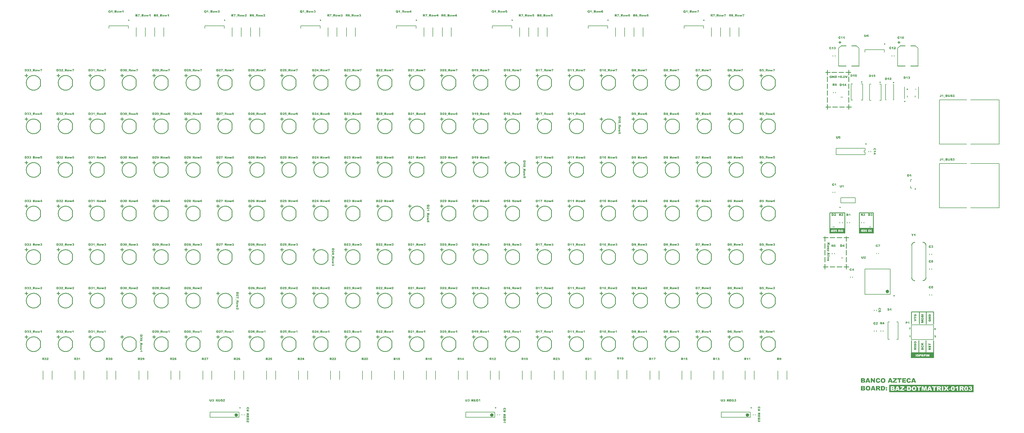
<source format=gto>
%FSLAX24Y24*%
%MOIN*%
G70*
G01*
G75*
G04 Layer_Color=65535*
%ADD10R,0.1299X0.0787*%
%ADD11O,0.0217X0.0689*%
%ADD12O,0.0689X0.0217*%
%ADD13R,0.0354X0.0354*%
%ADD14C,0.0394*%
%ADD15R,0.2264X0.2559*%
%ADD16R,0.0492X0.1201*%
%ADD17O,0.0236X0.0866*%
%ADD18R,0.0335X0.0335*%
%ADD19R,0.0394X0.0394*%
%ADD20R,0.0630X0.1181*%
%ADD21R,0.0787X0.2362*%
%ADD22R,0.0630X0.0236*%
%ADD23R,0.0472X0.1378*%
%ADD24R,0.0866X0.0925*%
%ADD25R,0.0610X0.0925*%
%ADD26R,0.0335X0.0669*%
%ADD27R,0.2185X0.2559*%
%ADD28R,0.0236X0.0866*%
%ADD29C,0.0150*%
%ADD30C,0.0500*%
%ADD31C,0.0200*%
%ADD32C,0.0300*%
%ADD33C,0.0250*%
%ADD34C,0.0100*%
%ADD35C,0.0630*%
%ADD36C,0.0591*%
%ADD37C,0.0591*%
%ADD38R,0.0591X0.0591*%
%ADD39P,0.2706X8X22.5*%
%ADD40C,0.1161*%
%ADD41R,0.0591X0.0591*%
%ADD42C,0.0500*%
%ADD43C,0.0394*%
%ADD44C,0.0098*%
%ADD45C,0.0236*%
%ADD46C,0.0079*%
G36*
X103661Y48102D02*
X103665D01*
X103675Y48101D01*
X103686Y48100D01*
X103698Y48098D01*
X103709Y48095D01*
X103719Y48092D01*
X103719D01*
X103720Y48091D01*
X103723Y48090D01*
X103728Y48088D01*
X103733Y48084D01*
X103739Y48080D01*
X103746Y48075D01*
X103752Y48068D01*
X103758Y48061D01*
X103759Y48060D01*
X103760Y48057D01*
X103763Y48053D01*
X103766Y48047D01*
X103768Y48040D01*
X103770Y48032D01*
X103772Y48023D01*
X103773Y48013D01*
Y48013D01*
Y48012D01*
Y48009D01*
X103772Y48003D01*
X103771Y47996D01*
X103768Y47988D01*
X103766Y47979D01*
X103761Y47970D01*
X103756Y47960D01*
X103756Y47959D01*
X103753Y47956D01*
X103749Y47951D01*
X103743Y47944D01*
X103735Y47936D01*
X103724Y47926D01*
X103718Y47921D01*
X103712Y47916D01*
X103704Y47910D01*
X103697Y47905D01*
X103695Y47904D01*
X103692Y47902D01*
X103688Y47899D01*
X103683Y47895D01*
X103671Y47887D01*
X103667Y47883D01*
X103663Y47880D01*
X103662Y47879D01*
X103661Y47879D01*
X103659Y47877D01*
X103657Y47875D01*
X103650Y47869D01*
X103642Y47862D01*
X103775D01*
Y47793D01*
X103521D01*
Y47793D01*
Y47795D01*
X103522Y47796D01*
X103522Y47799D01*
X103523Y47803D01*
X103523Y47806D01*
X103526Y47816D01*
X103529Y47826D01*
X103534Y47838D01*
X103540Y47851D01*
X103547Y47863D01*
Y47864D01*
X103549Y47865D01*
X103550Y47867D01*
X103552Y47869D01*
X103554Y47872D01*
X103557Y47876D01*
X103561Y47881D01*
X103566Y47885D01*
X103571Y47891D01*
X103577Y47897D01*
X103584Y47903D01*
X103592Y47910D01*
X103600Y47917D01*
X103609Y47925D01*
X103619Y47933D01*
X103630Y47941D01*
X103630Y47942D01*
X103632Y47943D01*
X103633Y47944D01*
X103636Y47946D01*
X103642Y47951D01*
X103650Y47957D01*
X103658Y47964D01*
X103666Y47971D01*
X103673Y47977D01*
X103675Y47980D01*
X103678Y47983D01*
X103678Y47984D01*
X103680Y47985D01*
X103681Y47988D01*
X103683Y47992D01*
X103685Y47996D01*
X103687Y48001D01*
X103688Y48006D01*
X103688Y48010D01*
Y48011D01*
Y48013D01*
X103688Y48016D01*
X103687Y48019D01*
X103686Y48023D01*
X103684Y48026D01*
X103681Y48030D01*
X103678Y48034D01*
X103677Y48035D01*
X103676Y48036D01*
X103674Y48037D01*
X103671Y48040D01*
X103667Y48041D01*
X103663Y48043D01*
X103658Y48044D01*
X103652Y48044D01*
X103649D01*
X103646Y48044D01*
X103643Y48043D01*
X103639Y48042D01*
X103634Y48040D01*
X103630Y48037D01*
X103626Y48034D01*
X103625Y48033D01*
X103624Y48032D01*
X103622Y48029D01*
X103620Y48026D01*
X103618Y48021D01*
X103616Y48015D01*
X103614Y48007D01*
X103612Y47998D01*
X103527Y48005D01*
Y48005D01*
Y48006D01*
X103528Y48008D01*
X103529Y48010D01*
X103530Y48017D01*
X103532Y48025D01*
X103534Y48034D01*
X103537Y48043D01*
X103540Y48052D01*
X103545Y48060D01*
X103546Y48061D01*
X103547Y48064D01*
X103550Y48067D01*
X103555Y48072D01*
X103560Y48077D01*
X103567Y48082D01*
X103574Y48087D01*
X103582Y48091D01*
X103584Y48092D01*
X103587Y48093D01*
X103592Y48095D01*
X103600Y48097D01*
X103610Y48099D01*
X103621Y48101D01*
X103635Y48102D01*
X103650Y48102D01*
X103657D01*
X103661Y48102D01*
D02*
G37*
G36*
X104493Y48096D02*
X104502Y48096D01*
X104513Y48095D01*
X104524Y48094D01*
X104534Y48092D01*
X104544Y48089D01*
X104545Y48089D01*
X104548Y48088D01*
X104552Y48086D01*
X104557Y48083D01*
X104563Y48079D01*
X104569Y48074D01*
X104575Y48068D01*
X104581Y48061D01*
X104582Y48060D01*
X104583Y48058D01*
X104586Y48054D01*
X104589Y48048D01*
X104591Y48041D01*
X104593Y48032D01*
X104595Y48023D01*
X104596Y48012D01*
Y48011D01*
Y48008D01*
X104595Y48003D01*
X104595Y47998D01*
X104593Y47991D01*
X104591Y47983D01*
X104588Y47975D01*
X104585Y47968D01*
X104584Y47968D01*
X104583Y47965D01*
X104580Y47962D01*
X104577Y47958D01*
X104572Y47953D01*
X104568Y47948D01*
X104561Y47943D01*
X104555Y47939D01*
X104554D01*
X104552Y47937D01*
X104549Y47936D01*
X104546Y47934D01*
X104541Y47933D01*
X104535Y47931D01*
X104529Y47929D01*
X104521Y47927D01*
X104522D01*
X104524Y47926D01*
X104527Y47924D01*
X104531Y47923D01*
X104539Y47920D01*
X104542Y47917D01*
X104546Y47916D01*
X104547Y47915D01*
X104550Y47912D01*
X104552Y47910D01*
X104554Y47907D01*
X104557Y47903D01*
X104561Y47899D01*
X104561Y47899D01*
X104562Y47898D01*
X104564Y47895D01*
X104566Y47892D01*
X104571Y47886D01*
X104572Y47884D01*
X104574Y47881D01*
X104620Y47793D01*
X104514D01*
X104463Y47885D01*
X104462Y47886D01*
X104461Y47888D01*
X104459Y47891D01*
X104457Y47895D01*
X104452Y47903D01*
X104449Y47906D01*
X104446Y47909D01*
X104445Y47909D01*
X104444Y47910D01*
X104442Y47911D01*
X104439Y47913D01*
X104436Y47914D01*
X104432Y47915D01*
X104428Y47916D01*
X104423Y47916D01*
X104415D01*
Y47793D01*
X104321D01*
Y48097D01*
X104488D01*
X104493Y48096D01*
D02*
G37*
G36*
X104771Y48017D02*
X104776Y48017D01*
X104782Y48016D01*
X104789Y48015D01*
X104797Y48013D01*
X104813Y48009D01*
X104821Y48006D01*
X104830Y48002D01*
X104838Y47998D01*
X104845Y47992D01*
X104853Y47986D01*
X104860Y47979D01*
X104860Y47979D01*
X104861Y47978D01*
X104862Y47977D01*
X104864Y47974D01*
X104866Y47971D01*
X104868Y47967D01*
X104874Y47958D01*
X104878Y47947D01*
X104883Y47934D01*
X104886Y47920D01*
X104887Y47912D01*
Y47903D01*
Y47903D01*
Y47901D01*
Y47899D01*
X104886Y47895D01*
X104886Y47891D01*
X104885Y47886D01*
X104884Y47880D01*
X104883Y47874D01*
X104879Y47861D01*
X104876Y47854D01*
X104873Y47847D01*
X104869Y47840D01*
X104864Y47833D01*
X104859Y47826D01*
X104853Y47820D01*
X104853Y47819D01*
X104851Y47819D01*
X104850Y47817D01*
X104847Y47814D01*
X104843Y47812D01*
X104839Y47810D01*
X104834Y47807D01*
X104829Y47804D01*
X104823Y47800D01*
X104816Y47798D01*
X104808Y47795D01*
X104799Y47793D01*
X104790Y47790D01*
X104781Y47789D01*
X104771Y47788D01*
X104760Y47788D01*
X104755D01*
X104751Y47788D01*
X104747D01*
X104741Y47789D01*
X104735Y47790D01*
X104730Y47791D01*
X104716Y47794D01*
X104702Y47799D01*
X104687Y47806D01*
X104681Y47810D01*
X104674Y47814D01*
X104673Y47815D01*
X104672Y47816D01*
X104671Y47818D01*
X104668Y47820D01*
X104665Y47824D01*
X104662Y47828D01*
X104658Y47833D01*
X104654Y47838D01*
X104651Y47844D01*
X104647Y47850D01*
X104644Y47858D01*
X104641Y47865D01*
X104638Y47874D01*
X104636Y47882D01*
X104635Y47892D01*
X104634Y47902D01*
Y47902D01*
Y47904D01*
Y47906D01*
X104635Y47910D01*
X104635Y47915D01*
X104636Y47920D01*
X104637Y47925D01*
X104638Y47931D01*
X104642Y47944D01*
X104645Y47951D01*
X104649Y47958D01*
X104652Y47965D01*
X104657Y47972D01*
X104662Y47979D01*
X104668Y47985D01*
X104669Y47986D01*
X104670Y47986D01*
X104672Y47988D01*
X104675Y47991D01*
X104678Y47993D01*
X104682Y47996D01*
X104687Y47999D01*
X104692Y48002D01*
X104699Y48005D01*
X104706Y48008D01*
X104713Y48010D01*
X104721Y48013D01*
X104730Y48015D01*
X104739Y48017D01*
X104749Y48017D01*
X104759Y48018D01*
X104766D01*
X104771Y48017D01*
D02*
G37*
G36*
X103361Y48096D02*
X103365D01*
X103375Y48096D01*
X103385Y48094D01*
X103396Y48092D01*
X103408Y48089D01*
X103417Y48085D01*
X103418D01*
X103419Y48085D01*
X103422Y48084D01*
X103426Y48081D01*
X103433Y48077D01*
X103439Y48072D01*
X103446Y48067D01*
X103453Y48061D01*
X103460Y48053D01*
X103460Y48052D01*
X103463Y48050D01*
X103465Y48045D01*
X103469Y48040D01*
X103473Y48032D01*
X103477Y48024D01*
X103481Y48015D01*
X103484Y48005D01*
Y48004D01*
X103485Y48003D01*
X103485Y48000D01*
X103487Y47994D01*
X103488Y47986D01*
X103489Y47978D01*
X103491Y47968D01*
X103491Y47957D01*
X103492Y47946D01*
Y47945D01*
Y47943D01*
Y47941D01*
Y47937D01*
X103491Y47933D01*
Y47929D01*
X103491Y47918D01*
X103489Y47906D01*
X103487Y47893D01*
X103484Y47881D01*
X103481Y47870D01*
X103480Y47869D01*
X103479Y47865D01*
X103476Y47861D01*
X103472Y47854D01*
X103468Y47847D01*
X103463Y47840D01*
X103457Y47832D01*
X103450Y47825D01*
X103448Y47824D01*
X103446Y47822D01*
X103442Y47819D01*
X103437Y47815D01*
X103430Y47811D01*
X103423Y47807D01*
X103415Y47804D01*
X103407Y47801D01*
X103406D01*
X103406Y47800D01*
X103404D01*
X103402Y47800D01*
X103396Y47799D01*
X103388Y47797D01*
X103379Y47795D01*
X103370Y47794D01*
X103361Y47793D01*
X103351Y47793D01*
X103212D01*
Y48097D01*
X103358D01*
X103361Y48096D01*
D02*
G37*
G36*
X104290Y53650D02*
X104073D01*
Y53671D01*
X104290D01*
Y53650D01*
D02*
G37*
G36*
X103946Y54012D02*
X103953Y54011D01*
X103961Y54011D01*
X103970Y54009D01*
X103978Y54007D01*
X103986Y54005D01*
X103987Y54004D01*
X103989Y54004D01*
X103993Y54002D01*
X103998Y53999D01*
X104008Y53993D01*
X104013Y53989D01*
X104018Y53985D01*
X104019Y53984D01*
X104021Y53982D01*
X104022Y53980D01*
X104025Y53977D01*
X104028Y53973D01*
X104032Y53969D01*
X104037Y53959D01*
X104038Y53958D01*
X104039Y53957D01*
X104040Y53954D01*
X104042Y53950D01*
X104044Y53946D01*
X104046Y53940D01*
X104047Y53934D01*
X104049Y53928D01*
Y53927D01*
X104050Y53926D01*
Y53925D01*
X104050Y53922D01*
X104052Y53919D01*
X104052Y53915D01*
X104054Y53906D01*
X104055Y53896D01*
X104057Y53884D01*
X104057Y53871D01*
X104058Y53857D01*
Y53856D01*
Y53853D01*
Y53849D01*
X104057Y53843D01*
Y53836D01*
X104057Y53829D01*
X104056Y53820D01*
X104054Y53810D01*
X104051Y53791D01*
X104046Y53771D01*
X104043Y53761D01*
X104039Y53752D01*
X104035Y53743D01*
X104030Y53736D01*
X104029Y53735D01*
X104029Y53734D01*
X104027Y53732D01*
X104025Y53730D01*
X104021Y53727D01*
X104018Y53723D01*
X104013Y53720D01*
X104007Y53717D01*
X104001Y53713D01*
X103994Y53710D01*
X103986Y53706D01*
X103977Y53703D01*
X103968Y53701D01*
X103957Y53699D01*
X103946Y53698D01*
X103933Y53698D01*
X103927D01*
X103924Y53698D01*
X103920D01*
X103911Y53699D01*
X103902Y53700D01*
X103891Y53702D01*
X103881Y53705D01*
X103871Y53709D01*
X103870Y53710D01*
X103867Y53712D01*
X103863Y53715D01*
X103858Y53719D01*
X103851Y53723D01*
X103845Y53730D01*
X103839Y53737D01*
X103833Y53746D01*
X103832Y53746D01*
X103831Y53748D01*
X103829Y53753D01*
X103826Y53758D01*
X103824Y53764D01*
X103821Y53772D01*
X103818Y53781D01*
X103816Y53791D01*
Y53792D01*
Y53792D01*
X103815Y53794D01*
X103815Y53796D01*
X103814Y53802D01*
X103813Y53810D01*
X103812Y53820D01*
X103811Y53831D01*
X103810Y53843D01*
Y53856D01*
Y53857D01*
Y53860D01*
Y53864D01*
X103810Y53870D01*
X103811Y53877D01*
X103812Y53885D01*
X103812Y53894D01*
X103814Y53903D01*
X103818Y53924D01*
X103823Y53944D01*
X103826Y53953D01*
X103831Y53962D01*
X103836Y53970D01*
X103841Y53977D01*
X103841Y53978D01*
X103843Y53979D01*
X103844Y53981D01*
X103847Y53982D01*
X103850Y53985D01*
X103854Y53988D01*
X103859Y53991D01*
X103864Y53995D01*
X103871Y53998D01*
X103878Y54001D01*
X103885Y54004D01*
X103894Y54007D01*
X103904Y54009D01*
X103913Y54011D01*
X103924Y54012D01*
X103936Y54012D01*
X103941D01*
X103946Y54012D01*
D02*
G37*
G36*
X105555Y48030D02*
X105419D01*
X105412Y47984D01*
X105412Y47985D01*
X105414Y47985D01*
X105417Y47986D01*
X105421Y47988D01*
X105425Y47989D01*
X105430Y47991D01*
X105440Y47994D01*
X105440D01*
X105442Y47995D01*
X105445Y47995D01*
X105449Y47996D01*
X105453Y47996D01*
X105457Y47997D01*
X105467Y47998D01*
X105471D01*
X105475Y47997D01*
X105478D01*
X105483Y47996D01*
X105494Y47994D01*
X105505Y47991D01*
X105518Y47986D01*
X105530Y47979D01*
X105536Y47974D01*
X105541Y47970D01*
X105542Y47969D01*
X105542Y47968D01*
X105544Y47967D01*
X105546Y47965D01*
X105550Y47958D01*
X105556Y47951D01*
X105561Y47940D01*
X105565Y47929D01*
X105569Y47915D01*
X105569Y47908D01*
X105570Y47900D01*
Y47899D01*
Y47899D01*
Y47897D01*
Y47895D01*
X105569Y47889D01*
X105568Y47882D01*
X105566Y47873D01*
X105563Y47864D01*
X105560Y47854D01*
X105555Y47843D01*
X105555Y47842D01*
X105552Y47838D01*
X105549Y47834D01*
X105545Y47828D01*
X105539Y47821D01*
X105532Y47814D01*
X105523Y47807D01*
X105514Y47802D01*
X105513D01*
X105512Y47801D01*
X105511Y47800D01*
X105509Y47799D01*
X105503Y47797D01*
X105495Y47795D01*
X105485Y47792D01*
X105473Y47790D01*
X105460Y47788D01*
X105445Y47788D01*
X105439D01*
X105434Y47788D01*
X105427D01*
X105419Y47789D01*
X105410Y47790D01*
X105401Y47791D01*
X105393Y47793D01*
X105392D01*
X105390Y47794D01*
X105385Y47795D01*
X105380Y47797D01*
X105374Y47800D01*
X105368Y47802D01*
X105362Y47806D01*
X105356Y47810D01*
X105356Y47810D01*
X105354Y47812D01*
X105351Y47814D01*
X105348Y47817D01*
X105344Y47822D01*
X105340Y47826D01*
X105332Y47836D01*
X105332Y47836D01*
X105330Y47838D01*
X105329Y47841D01*
X105327Y47845D01*
X105325Y47851D01*
X105322Y47857D01*
X105319Y47864D01*
X105317Y47871D01*
X105402Y47881D01*
Y47880D01*
X105403Y47878D01*
X105404Y47874D01*
X105405Y47869D01*
X105407Y47864D01*
X105409Y47859D01*
X105413Y47854D01*
X105416Y47850D01*
X105417Y47849D01*
X105419Y47848D01*
X105421Y47846D01*
X105424Y47844D01*
X105428Y47843D01*
X105433Y47841D01*
X105438Y47840D01*
X105444Y47839D01*
X105447D01*
X105450Y47840D01*
X105454Y47841D01*
X105459Y47843D01*
X105464Y47845D01*
X105469Y47848D01*
X105473Y47853D01*
X105474Y47853D01*
X105475Y47855D01*
X105477Y47858D01*
X105479Y47862D01*
X105481Y47868D01*
X105483Y47875D01*
X105484Y47883D01*
X105485Y47892D01*
Y47893D01*
Y47893D01*
Y47897D01*
X105484Y47902D01*
X105484Y47908D01*
X105482Y47915D01*
X105480Y47921D01*
X105477Y47927D01*
X105473Y47933D01*
X105473Y47933D01*
X105471Y47934D01*
X105469Y47937D01*
X105465Y47939D01*
X105460Y47941D01*
X105455Y47944D01*
X105449Y47945D01*
X105442Y47946D01*
X105440D01*
X105437Y47945D01*
X105435D01*
X105427Y47943D01*
X105423Y47941D01*
X105418Y47939D01*
X105418D01*
X105417Y47939D01*
X105415Y47937D01*
X105413Y47936D01*
X105410Y47933D01*
X105407Y47931D01*
X105404Y47927D01*
X105400Y47923D01*
X105328Y47934D01*
X105355Y48097D01*
X105555D01*
Y48030D01*
D02*
G37*
G36*
X105223Y47793D02*
X105147D01*
X105103Y47925D01*
X105060Y47793D01*
X104984D01*
X104903Y48013D01*
X104984D01*
X105020Y47875D01*
X105065Y48013D01*
X105140D01*
X105187Y47874D01*
X105223Y48013D01*
X105304D01*
X105223Y47793D01*
D02*
G37*
G36*
X103661Y42202D02*
X103665D01*
X103675Y42201D01*
X103686Y42200D01*
X103698Y42198D01*
X103709Y42195D01*
X103719Y42192D01*
X103719D01*
X103720Y42191D01*
X103723Y42190D01*
X103728Y42188D01*
X103733Y42184D01*
X103739Y42180D01*
X103746Y42175D01*
X103752Y42168D01*
X103758Y42161D01*
X103759Y42160D01*
X103760Y42157D01*
X103763Y42153D01*
X103766Y42147D01*
X103768Y42140D01*
X103770Y42132D01*
X103772Y42123D01*
X103773Y42113D01*
Y42113D01*
Y42112D01*
Y42109D01*
X103772Y42103D01*
X103771Y42096D01*
X103768Y42088D01*
X103766Y42079D01*
X103761Y42070D01*
X103756Y42060D01*
X103756Y42059D01*
X103753Y42056D01*
X103749Y42051D01*
X103743Y42044D01*
X103735Y42036D01*
X103724Y42026D01*
X103718Y42021D01*
X103712Y42016D01*
X103704Y42010D01*
X103697Y42005D01*
X103695Y42004D01*
X103692Y42002D01*
X103688Y41999D01*
X103683Y41995D01*
X103671Y41987D01*
X103667Y41983D01*
X103663Y41980D01*
X103662Y41979D01*
X103661Y41979D01*
X103659Y41977D01*
X103657Y41975D01*
X103650Y41969D01*
X103642Y41962D01*
X103775D01*
Y41893D01*
X103521D01*
Y41893D01*
Y41895D01*
X103522Y41896D01*
X103522Y41899D01*
X103523Y41903D01*
X103523Y41906D01*
X103526Y41916D01*
X103529Y41926D01*
X103534Y41938D01*
X103540Y41951D01*
X103547Y41963D01*
Y41964D01*
X103549Y41965D01*
X103550Y41967D01*
X103552Y41969D01*
X103554Y41972D01*
X103557Y41976D01*
X103561Y41981D01*
X103566Y41985D01*
X103571Y41991D01*
X103577Y41997D01*
X103584Y42003D01*
X103592Y42010D01*
X103600Y42017D01*
X103609Y42025D01*
X103619Y42033D01*
X103630Y42041D01*
X103630Y42042D01*
X103632Y42043D01*
X103633Y42044D01*
X103636Y42046D01*
X103642Y42051D01*
X103650Y42057D01*
X103658Y42064D01*
X103666Y42071D01*
X103673Y42077D01*
X103675Y42080D01*
X103678Y42083D01*
X103678Y42084D01*
X103680Y42085D01*
X103681Y42088D01*
X103683Y42092D01*
X103685Y42096D01*
X103687Y42101D01*
X103688Y42106D01*
X103688Y42110D01*
Y42111D01*
Y42113D01*
X103688Y42116D01*
X103687Y42119D01*
X103686Y42123D01*
X103684Y42126D01*
X103681Y42130D01*
X103678Y42134D01*
X103677Y42135D01*
X103676Y42136D01*
X103674Y42137D01*
X103671Y42140D01*
X103667Y42141D01*
X103663Y42143D01*
X103658Y42144D01*
X103652Y42144D01*
X103649D01*
X103646Y42144D01*
X103643Y42143D01*
X103639Y42142D01*
X103634Y42140D01*
X103630Y42137D01*
X103626Y42134D01*
X103625Y42133D01*
X103624Y42132D01*
X103622Y42129D01*
X103620Y42126D01*
X103618Y42121D01*
X103616Y42115D01*
X103614Y42107D01*
X103612Y42098D01*
X103527Y42105D01*
Y42105D01*
Y42106D01*
X103528Y42108D01*
X103529Y42110D01*
X103530Y42117D01*
X103532Y42125D01*
X103534Y42134D01*
X103537Y42143D01*
X103540Y42152D01*
X103545Y42160D01*
X103546Y42161D01*
X103547Y42164D01*
X103550Y42167D01*
X103555Y42172D01*
X103560Y42177D01*
X103567Y42182D01*
X103574Y42187D01*
X103582Y42191D01*
X103584Y42192D01*
X103587Y42193D01*
X103592Y42195D01*
X103600Y42197D01*
X103610Y42199D01*
X103621Y42201D01*
X103635Y42202D01*
X103650Y42202D01*
X103657D01*
X103661Y42202D01*
D02*
G37*
G36*
X104493Y42196D02*
X104502Y42196D01*
X104513Y42195D01*
X104524Y42194D01*
X104534Y42192D01*
X104544Y42189D01*
X104545Y42189D01*
X104548Y42188D01*
X104552Y42186D01*
X104557Y42183D01*
X104563Y42179D01*
X104569Y42174D01*
X104575Y42168D01*
X104581Y42161D01*
X104582Y42160D01*
X104583Y42158D01*
X104586Y42154D01*
X104589Y42148D01*
X104591Y42141D01*
X104593Y42132D01*
X104595Y42123D01*
X104596Y42112D01*
Y42111D01*
Y42108D01*
X104595Y42103D01*
X104595Y42098D01*
X104593Y42091D01*
X104591Y42083D01*
X104588Y42075D01*
X104585Y42068D01*
X104584Y42068D01*
X104583Y42065D01*
X104580Y42062D01*
X104577Y42058D01*
X104572Y42053D01*
X104568Y42048D01*
X104561Y42043D01*
X104555Y42039D01*
X104554D01*
X104552Y42037D01*
X104549Y42036D01*
X104546Y42034D01*
X104541Y42033D01*
X104535Y42031D01*
X104529Y42029D01*
X104521Y42027D01*
X104522D01*
X104524Y42026D01*
X104527Y42024D01*
X104531Y42023D01*
X104539Y42020D01*
X104542Y42017D01*
X104546Y42016D01*
X104547Y42015D01*
X104550Y42012D01*
X104552Y42010D01*
X104554Y42007D01*
X104557Y42003D01*
X104561Y41999D01*
X104561Y41999D01*
X104562Y41998D01*
X104564Y41995D01*
X104566Y41992D01*
X104571Y41986D01*
X104572Y41984D01*
X104574Y41981D01*
X104620Y41893D01*
X104514D01*
X104463Y41985D01*
X104462Y41986D01*
X104461Y41988D01*
X104459Y41991D01*
X104457Y41995D01*
X104452Y42003D01*
X104449Y42006D01*
X104446Y42009D01*
X104445Y42009D01*
X104444Y42010D01*
X104442Y42011D01*
X104439Y42013D01*
X104436Y42014D01*
X104432Y42015D01*
X104428Y42016D01*
X104423Y42016D01*
X104415D01*
Y41893D01*
X104321D01*
Y42197D01*
X104488D01*
X104493Y42196D01*
D02*
G37*
G36*
X104771Y42117D02*
X104776Y42117D01*
X104782Y42116D01*
X104789Y42115D01*
X104797Y42113D01*
X104813Y42109D01*
X104821Y42106D01*
X104830Y42102D01*
X104838Y42098D01*
X104845Y42092D01*
X104853Y42086D01*
X104860Y42079D01*
X104860Y42079D01*
X104861Y42078D01*
X104862Y42077D01*
X104864Y42074D01*
X104866Y42071D01*
X104868Y42067D01*
X104874Y42058D01*
X104878Y42047D01*
X104883Y42034D01*
X104886Y42020D01*
X104887Y42012D01*
Y42003D01*
Y42003D01*
Y42001D01*
Y41999D01*
X104886Y41995D01*
X104886Y41991D01*
X104885Y41986D01*
X104884Y41980D01*
X104883Y41974D01*
X104879Y41961D01*
X104876Y41954D01*
X104873Y41947D01*
X104869Y41940D01*
X104864Y41933D01*
X104859Y41926D01*
X104853Y41920D01*
X104853Y41919D01*
X104851Y41919D01*
X104850Y41917D01*
X104847Y41914D01*
X104843Y41912D01*
X104839Y41910D01*
X104834Y41907D01*
X104829Y41904D01*
X104823Y41900D01*
X104816Y41898D01*
X104808Y41895D01*
X104799Y41893D01*
X104790Y41891D01*
X104781Y41889D01*
X104771Y41888D01*
X104760Y41888D01*
X104755D01*
X104751Y41888D01*
X104747D01*
X104741Y41889D01*
X104735Y41890D01*
X104730Y41891D01*
X104716Y41894D01*
X104702Y41899D01*
X104687Y41906D01*
X104681Y41910D01*
X104674Y41914D01*
X104673Y41915D01*
X104672Y41916D01*
X104671Y41918D01*
X104668Y41920D01*
X104665Y41924D01*
X104662Y41928D01*
X104658Y41933D01*
X104654Y41938D01*
X104651Y41944D01*
X104647Y41950D01*
X104644Y41958D01*
X104641Y41965D01*
X104638Y41974D01*
X104636Y41982D01*
X104635Y41992D01*
X104634Y42002D01*
Y42002D01*
Y42004D01*
Y42006D01*
X104635Y42010D01*
X104635Y42015D01*
X104636Y42020D01*
X104637Y42025D01*
X104638Y42031D01*
X104642Y42044D01*
X104645Y42051D01*
X104649Y42058D01*
X104652Y42065D01*
X104657Y42072D01*
X104662Y42079D01*
X104668Y42085D01*
X104669Y42086D01*
X104670Y42086D01*
X104672Y42088D01*
X104675Y42091D01*
X104678Y42093D01*
X104682Y42096D01*
X104687Y42099D01*
X104692Y42102D01*
X104699Y42105D01*
X104706Y42108D01*
X104713Y42110D01*
X104721Y42113D01*
X104730Y42115D01*
X104739Y42117D01*
X104749Y42117D01*
X104759Y42118D01*
X104766D01*
X104771Y42117D01*
D02*
G37*
G36*
X103361Y42196D02*
X103365D01*
X103375Y42196D01*
X103385Y42194D01*
X103396Y42192D01*
X103408Y42189D01*
X103417Y42185D01*
X103418D01*
X103419Y42185D01*
X103422Y42184D01*
X103426Y42181D01*
X103433Y42177D01*
X103439Y42172D01*
X103446Y42167D01*
X103453Y42161D01*
X103460Y42153D01*
X103460Y42152D01*
X103463Y42150D01*
X103465Y42145D01*
X103469Y42140D01*
X103473Y42132D01*
X103477Y42124D01*
X103481Y42115D01*
X103484Y42105D01*
Y42104D01*
X103485Y42103D01*
X103485Y42100D01*
X103487Y42094D01*
X103488Y42086D01*
X103489Y42078D01*
X103491Y42068D01*
X103491Y42057D01*
X103492Y42046D01*
Y42045D01*
Y42043D01*
Y42041D01*
Y42037D01*
X103491Y42033D01*
Y42029D01*
X103491Y42018D01*
X103489Y42006D01*
X103487Y41993D01*
X103484Y41981D01*
X103481Y41970D01*
X103480Y41969D01*
X103479Y41965D01*
X103476Y41961D01*
X103472Y41954D01*
X103468Y41947D01*
X103463Y41940D01*
X103457Y41932D01*
X103450Y41925D01*
X103448Y41924D01*
X103446Y41922D01*
X103442Y41919D01*
X103437Y41915D01*
X103430Y41911D01*
X103423Y41907D01*
X103415Y41904D01*
X103407Y41901D01*
X103406D01*
X103406Y41900D01*
X103404D01*
X103402Y41900D01*
X103396Y41899D01*
X103388Y41897D01*
X103379Y41895D01*
X103370Y41894D01*
X103361Y41893D01*
X103351Y41893D01*
X103212D01*
Y42197D01*
X103358D01*
X103361Y42196D01*
D02*
G37*
G36*
X104291Y47740D02*
X104074D01*
Y47761D01*
X104291D01*
Y47740D01*
D02*
G37*
G36*
X103947Y48102D02*
X103954Y48101D01*
X103962Y48101D01*
X103970Y48099D01*
X103979Y48097D01*
X103987Y48095D01*
X103988Y48094D01*
X103990Y48094D01*
X103994Y48092D01*
X103998Y48089D01*
X104009Y48083D01*
X104014Y48079D01*
X104019Y48075D01*
X104019Y48074D01*
X104021Y48072D01*
X104023Y48070D01*
X104026Y48067D01*
X104029Y48063D01*
X104032Y48059D01*
X104038Y48049D01*
X104039Y48048D01*
X104039Y48047D01*
X104041Y48044D01*
X104042Y48040D01*
X104045Y48036D01*
X104046Y48030D01*
X104048Y48025D01*
X104050Y48018D01*
Y48017D01*
X104050Y48016D01*
Y48015D01*
X104051Y48012D01*
X104052Y48009D01*
X104053Y48005D01*
X104055Y47996D01*
X104056Y47986D01*
X104057Y47974D01*
X104058Y47961D01*
X104059Y47947D01*
Y47946D01*
Y47943D01*
Y47939D01*
X104058Y47933D01*
Y47926D01*
X104057Y47919D01*
X104056Y47910D01*
X104055Y47900D01*
X104052Y47881D01*
X104047Y47861D01*
X104043Y47851D01*
X104040Y47842D01*
X104035Y47833D01*
X104031Y47826D01*
X104030Y47825D01*
X104029Y47824D01*
X104028Y47822D01*
X104025Y47820D01*
X104022Y47817D01*
X104018Y47813D01*
X104014Y47810D01*
X104008Y47807D01*
X104002Y47803D01*
X103995Y47800D01*
X103987Y47796D01*
X103978Y47793D01*
X103969Y47791D01*
X103958Y47789D01*
X103946Y47788D01*
X103934Y47788D01*
X103928D01*
X103925Y47788D01*
X103921D01*
X103912Y47789D01*
X103902Y47790D01*
X103892Y47792D01*
X103881Y47795D01*
X103872Y47799D01*
X103871Y47800D01*
X103868Y47802D01*
X103864Y47805D01*
X103859Y47809D01*
X103852Y47813D01*
X103846Y47820D01*
X103839Y47827D01*
X103833Y47836D01*
X103833Y47836D01*
X103832Y47838D01*
X103829Y47843D01*
X103827Y47848D01*
X103825Y47854D01*
X103822Y47862D01*
X103819Y47871D01*
X103816Y47881D01*
Y47882D01*
Y47882D01*
X103816Y47884D01*
X103815Y47886D01*
X103815Y47892D01*
X103814Y47900D01*
X103812Y47910D01*
X103812Y47921D01*
X103811Y47933D01*
Y47946D01*
Y47947D01*
Y47950D01*
Y47954D01*
X103811Y47960D01*
X103812Y47967D01*
X103812Y47975D01*
X103813Y47984D01*
X103815Y47993D01*
X103818Y48014D01*
X103823Y48034D01*
X103827Y48043D01*
X103832Y48052D01*
X103836Y48060D01*
X103842Y48067D01*
X103842Y48068D01*
X103843Y48069D01*
X103845Y48071D01*
X103847Y48072D01*
X103851Y48075D01*
X103855Y48078D01*
X103860Y48081D01*
X103865Y48085D01*
X103871Y48088D01*
X103878Y48091D01*
X103886Y48094D01*
X103895Y48097D01*
X103904Y48099D01*
X103914Y48101D01*
X103925Y48102D01*
X103936Y48102D01*
X103942D01*
X103947Y48102D01*
D02*
G37*
G36*
X105539Y42015D02*
X105577D01*
Y41950D01*
X105539D01*
Y41893D01*
X105466D01*
Y41950D01*
X105312D01*
Y42019D01*
X105466Y42202D01*
X105539D01*
Y42015D01*
D02*
G37*
G36*
X105223Y41893D02*
X105147D01*
X105103Y42025D01*
X105060Y41893D01*
X104984D01*
X104903Y42113D01*
X104984D01*
X105020Y41975D01*
X105065Y42113D01*
X105140D01*
X105187Y41974D01*
X105223Y42113D01*
X105304D01*
X105223Y41893D01*
D02*
G37*
G36*
X103661Y59922D02*
X103665D01*
X103675Y59921D01*
X103686Y59920D01*
X103698Y59918D01*
X103709Y59915D01*
X103719Y59912D01*
X103719D01*
X103720Y59911D01*
X103723Y59910D01*
X103728Y59908D01*
X103733Y59904D01*
X103739Y59900D01*
X103746Y59895D01*
X103752Y59888D01*
X103758Y59881D01*
X103759Y59880D01*
X103760Y59877D01*
X103763Y59873D01*
X103766Y59867D01*
X103768Y59860D01*
X103770Y59852D01*
X103772Y59843D01*
X103773Y59833D01*
Y59833D01*
Y59832D01*
Y59829D01*
X103772Y59823D01*
X103771Y59816D01*
X103768Y59808D01*
X103766Y59799D01*
X103761Y59790D01*
X103756Y59780D01*
X103756Y59779D01*
X103753Y59776D01*
X103749Y59771D01*
X103743Y59764D01*
X103735Y59756D01*
X103724Y59746D01*
X103718Y59741D01*
X103712Y59736D01*
X103704Y59730D01*
X103697Y59725D01*
X103695Y59724D01*
X103692Y59722D01*
X103688Y59719D01*
X103683Y59715D01*
X103671Y59707D01*
X103667Y59703D01*
X103663Y59700D01*
X103662Y59699D01*
X103661Y59699D01*
X103659Y59697D01*
X103657Y59695D01*
X103650Y59689D01*
X103642Y59682D01*
X103775D01*
Y59613D01*
X103521D01*
Y59613D01*
Y59615D01*
X103522Y59616D01*
X103522Y59619D01*
X103523Y59623D01*
X103523Y59626D01*
X103526Y59636D01*
X103529Y59646D01*
X103534Y59658D01*
X103540Y59671D01*
X103547Y59683D01*
Y59684D01*
X103549Y59685D01*
X103550Y59687D01*
X103552Y59689D01*
X103554Y59692D01*
X103557Y59696D01*
X103561Y59701D01*
X103566Y59705D01*
X103571Y59711D01*
X103577Y59717D01*
X103584Y59723D01*
X103592Y59730D01*
X103600Y59737D01*
X103609Y59745D01*
X103619Y59753D01*
X103630Y59761D01*
X103630Y59762D01*
X103632Y59763D01*
X103633Y59764D01*
X103636Y59766D01*
X103642Y59771D01*
X103650Y59777D01*
X103658Y59784D01*
X103666Y59791D01*
X103673Y59797D01*
X103675Y59800D01*
X103678Y59803D01*
X103678Y59804D01*
X103680Y59805D01*
X103681Y59808D01*
X103683Y59812D01*
X103685Y59816D01*
X103687Y59821D01*
X103688Y59826D01*
X103688Y59830D01*
Y59831D01*
Y59833D01*
X103688Y59836D01*
X103687Y59839D01*
X103686Y59843D01*
X103684Y59846D01*
X103681Y59850D01*
X103678Y59854D01*
X103677Y59855D01*
X103676Y59856D01*
X103674Y59857D01*
X103671Y59860D01*
X103667Y59861D01*
X103663Y59863D01*
X103658Y59864D01*
X103652Y59864D01*
X103649D01*
X103646Y59864D01*
X103643Y59863D01*
X103639Y59862D01*
X103634Y59860D01*
X103630Y59857D01*
X103626Y59854D01*
X103625Y59853D01*
X103624Y59852D01*
X103622Y59849D01*
X103620Y59846D01*
X103618Y59841D01*
X103616Y59835D01*
X103614Y59827D01*
X103612Y59818D01*
X103527Y59825D01*
Y59825D01*
Y59826D01*
X103528Y59828D01*
X103529Y59830D01*
X103530Y59837D01*
X103532Y59845D01*
X103534Y59854D01*
X103537Y59863D01*
X103540Y59872D01*
X103545Y59880D01*
X103546Y59881D01*
X103547Y59884D01*
X103550Y59887D01*
X103555Y59892D01*
X103560Y59897D01*
X103567Y59902D01*
X103574Y59907D01*
X103582Y59911D01*
X103584Y59912D01*
X103587Y59913D01*
X103592Y59915D01*
X103600Y59917D01*
X103610Y59919D01*
X103621Y59921D01*
X103635Y59922D01*
X103650Y59922D01*
X103657D01*
X103661Y59922D01*
D02*
G37*
G36*
X104493Y59916D02*
X104502Y59916D01*
X104513Y59915D01*
X104524Y59914D01*
X104534Y59912D01*
X104544Y59909D01*
X104545Y59909D01*
X104548Y59908D01*
X104552Y59906D01*
X104557Y59903D01*
X104563Y59899D01*
X104569Y59894D01*
X104575Y59888D01*
X104581Y59881D01*
X104582Y59880D01*
X104583Y59878D01*
X104586Y59874D01*
X104589Y59868D01*
X104591Y59861D01*
X104593Y59852D01*
X104595Y59843D01*
X104596Y59832D01*
Y59831D01*
Y59828D01*
X104595Y59823D01*
X104595Y59818D01*
X104593Y59811D01*
X104591Y59803D01*
X104588Y59795D01*
X104585Y59788D01*
X104584Y59788D01*
X104583Y59785D01*
X104580Y59782D01*
X104577Y59778D01*
X104572Y59773D01*
X104568Y59768D01*
X104561Y59763D01*
X104555Y59759D01*
X104554D01*
X104552Y59757D01*
X104549Y59756D01*
X104546Y59754D01*
X104541Y59753D01*
X104535Y59751D01*
X104529Y59749D01*
X104521Y59747D01*
X104522D01*
X104524Y59746D01*
X104527Y59744D01*
X104531Y59743D01*
X104539Y59740D01*
X104542Y59737D01*
X104546Y59736D01*
X104547Y59735D01*
X104550Y59732D01*
X104552Y59730D01*
X104554Y59727D01*
X104557Y59723D01*
X104561Y59719D01*
X104561Y59719D01*
X104562Y59718D01*
X104564Y59715D01*
X104566Y59712D01*
X104571Y59706D01*
X104572Y59704D01*
X104574Y59701D01*
X104620Y59613D01*
X104514D01*
X104463Y59705D01*
X104462Y59706D01*
X104461Y59708D01*
X104459Y59711D01*
X104457Y59715D01*
X104452Y59723D01*
X104449Y59726D01*
X104446Y59729D01*
X104445Y59729D01*
X104444Y59730D01*
X104442Y59731D01*
X104439Y59733D01*
X104436Y59734D01*
X104432Y59735D01*
X104428Y59736D01*
X104423Y59736D01*
X104415D01*
Y59613D01*
X104321D01*
Y59917D01*
X104488D01*
X104493Y59916D01*
D02*
G37*
G36*
X104771Y59837D02*
X104776Y59837D01*
X104782Y59836D01*
X104789Y59835D01*
X104797Y59833D01*
X104813Y59829D01*
X104821Y59826D01*
X104830Y59822D01*
X104838Y59818D01*
X104845Y59812D01*
X104853Y59806D01*
X104860Y59799D01*
X104860Y59799D01*
X104861Y59798D01*
X104862Y59797D01*
X104864Y59794D01*
X104866Y59791D01*
X104868Y59787D01*
X104874Y59778D01*
X104878Y59767D01*
X104883Y59754D01*
X104886Y59740D01*
X104887Y59732D01*
Y59723D01*
Y59723D01*
Y59721D01*
Y59719D01*
X104886Y59715D01*
X104886Y59711D01*
X104885Y59706D01*
X104884Y59700D01*
X104883Y59694D01*
X104879Y59681D01*
X104876Y59674D01*
X104873Y59667D01*
X104869Y59660D01*
X104864Y59653D01*
X104859Y59646D01*
X104853Y59640D01*
X104853Y59639D01*
X104851Y59639D01*
X104850Y59637D01*
X104847Y59634D01*
X104843Y59632D01*
X104839Y59630D01*
X104834Y59627D01*
X104829Y59624D01*
X104823Y59620D01*
X104816Y59618D01*
X104808Y59615D01*
X104799Y59613D01*
X104790Y59611D01*
X104781Y59609D01*
X104771Y59608D01*
X104760Y59608D01*
X104755D01*
X104751Y59608D01*
X104747D01*
X104741Y59609D01*
X104735Y59610D01*
X104730Y59611D01*
X104716Y59614D01*
X104702Y59619D01*
X104687Y59626D01*
X104681Y59630D01*
X104674Y59634D01*
X104673Y59635D01*
X104672Y59636D01*
X104671Y59638D01*
X104668Y59640D01*
X104665Y59644D01*
X104662Y59648D01*
X104658Y59653D01*
X104654Y59658D01*
X104651Y59664D01*
X104647Y59670D01*
X104644Y59678D01*
X104641Y59685D01*
X104638Y59694D01*
X104636Y59702D01*
X104635Y59712D01*
X104634Y59722D01*
Y59722D01*
Y59724D01*
Y59726D01*
X104635Y59730D01*
X104635Y59735D01*
X104636Y59740D01*
X104637Y59745D01*
X104638Y59751D01*
X104642Y59764D01*
X104645Y59771D01*
X104649Y59778D01*
X104652Y59785D01*
X104657Y59792D01*
X104662Y59799D01*
X104668Y59805D01*
X104669Y59806D01*
X104670Y59806D01*
X104672Y59808D01*
X104675Y59811D01*
X104678Y59813D01*
X104682Y59816D01*
X104687Y59819D01*
X104692Y59822D01*
X104699Y59825D01*
X104706Y59828D01*
X104713Y59830D01*
X104721Y59833D01*
X104730Y59835D01*
X104739Y59837D01*
X104749Y59837D01*
X104759Y59838D01*
X104766D01*
X104771Y59837D01*
D02*
G37*
G36*
X103361Y59916D02*
X103365D01*
X103375Y59916D01*
X103385Y59914D01*
X103396Y59912D01*
X103408Y59909D01*
X103417Y59905D01*
X103418D01*
X103419Y59905D01*
X103422Y59904D01*
X103426Y59901D01*
X103433Y59897D01*
X103439Y59892D01*
X103446Y59887D01*
X103453Y59881D01*
X103460Y59873D01*
X103460Y59872D01*
X103463Y59870D01*
X103465Y59865D01*
X103469Y59860D01*
X103473Y59852D01*
X103477Y59844D01*
X103481Y59835D01*
X103484Y59825D01*
Y59824D01*
X103485Y59823D01*
X103485Y59820D01*
X103487Y59814D01*
X103488Y59806D01*
X103489Y59798D01*
X103491Y59788D01*
X103491Y59777D01*
X103492Y59766D01*
Y59765D01*
Y59763D01*
Y59761D01*
Y59757D01*
X103491Y59753D01*
Y59749D01*
X103491Y59738D01*
X103489Y59726D01*
X103487Y59713D01*
X103484Y59701D01*
X103481Y59690D01*
X103480Y59689D01*
X103479Y59685D01*
X103476Y59681D01*
X103472Y59674D01*
X103468Y59667D01*
X103463Y59660D01*
X103457Y59652D01*
X103450Y59645D01*
X103448Y59644D01*
X103446Y59642D01*
X103442Y59639D01*
X103437Y59635D01*
X103430Y59631D01*
X103423Y59627D01*
X103415Y59624D01*
X103407Y59621D01*
X103406D01*
X103406Y59620D01*
X103404D01*
X103402Y59620D01*
X103396Y59619D01*
X103388Y59617D01*
X103379Y59615D01*
X103370Y59614D01*
X103361Y59613D01*
X103351Y59613D01*
X103212D01*
Y59917D01*
X103358D01*
X103361Y59916D01*
D02*
G37*
G36*
X99961Y24120D02*
X99744D01*
Y24141D01*
X99961D01*
Y24120D01*
D02*
G37*
G36*
X100441Y24397D02*
X100446Y24397D01*
X100452Y24396D01*
X100459Y24395D01*
X100467Y24393D01*
X100483Y24389D01*
X100491Y24386D01*
X100500Y24382D01*
X100508Y24378D01*
X100515Y24372D01*
X100523Y24366D01*
X100530Y24359D01*
X100530Y24359D01*
X100531Y24358D01*
X100532Y24357D01*
X100534Y24354D01*
X100536Y24351D01*
X100538Y24347D01*
X100544Y24338D01*
X100548Y24327D01*
X100553Y24314D01*
X100556Y24300D01*
X100557Y24292D01*
Y24283D01*
Y24283D01*
Y24281D01*
Y24279D01*
X100556Y24275D01*
X100556Y24271D01*
X100555Y24266D01*
X100554Y24260D01*
X100553Y24254D01*
X100549Y24241D01*
X100546Y24234D01*
X100543Y24227D01*
X100539Y24220D01*
X100534Y24213D01*
X100529Y24206D01*
X100523Y24200D01*
X100522Y24199D01*
X100521Y24199D01*
X100520Y24197D01*
X100517Y24194D01*
X100513Y24192D01*
X100509Y24190D01*
X100504Y24187D01*
X100499Y24184D01*
X100493Y24180D01*
X100486Y24178D01*
X100478Y24175D01*
X100469Y24173D01*
X100460Y24170D01*
X100451Y24169D01*
X100441Y24168D01*
X100430Y24168D01*
X100425D01*
X100421Y24168D01*
X100417D01*
X100411Y24169D01*
X100406Y24170D01*
X100400Y24171D01*
X100386Y24174D01*
X100372Y24179D01*
X100357Y24186D01*
X100351Y24190D01*
X100344Y24194D01*
X100343Y24195D01*
X100342Y24196D01*
X100341Y24198D01*
X100338Y24200D01*
X100335Y24204D01*
X100332Y24208D01*
X100328Y24213D01*
X100324Y24218D01*
X100321Y24224D01*
X100317Y24230D01*
X100314Y24238D01*
X100311Y24245D01*
X100308Y24254D01*
X100306Y24262D01*
X100305Y24272D01*
X100304Y24282D01*
Y24282D01*
Y24284D01*
Y24286D01*
X100305Y24290D01*
X100305Y24295D01*
X100306Y24300D01*
X100307Y24305D01*
X100308Y24311D01*
X100312Y24324D01*
X100315Y24331D01*
X100319Y24338D01*
X100322Y24345D01*
X100327Y24352D01*
X100332Y24359D01*
X100338Y24365D01*
X100339Y24366D01*
X100340Y24366D01*
X100342Y24368D01*
X100345Y24371D01*
X100348Y24373D01*
X100352Y24376D01*
X100357Y24379D01*
X100362Y24382D01*
X100369Y24385D01*
X100376Y24388D01*
X100383Y24390D01*
X100391Y24393D01*
X100400Y24395D01*
X100409Y24397D01*
X100419Y24397D01*
X100429Y24398D01*
X100436D01*
X100441Y24397D01*
D02*
G37*
G36*
X105569Y59860D02*
X105568Y59859D01*
X105567Y59859D01*
X105566Y59857D01*
X105563Y59854D01*
X105557Y59849D01*
X105550Y59841D01*
X105541Y59832D01*
X105532Y59821D01*
X105523Y59809D01*
X105515Y59797D01*
Y59796D01*
X105514Y59795D01*
X105512Y59792D01*
X105511Y59790D01*
X105508Y59785D01*
X105505Y59781D01*
X105503Y59775D01*
X105500Y59770D01*
X105497Y59763D01*
X105493Y59756D01*
X105486Y59741D01*
X105480Y59723D01*
X105473Y59705D01*
Y59705D01*
X105473Y59704D01*
X105472Y59701D01*
X105471Y59698D01*
X105470Y59695D01*
X105469Y59690D01*
X105468Y59685D01*
X105467Y59679D01*
X105466Y59673D01*
X105464Y59665D01*
X105461Y59650D01*
X105459Y59632D01*
X105457Y59613D01*
X105373D01*
Y59613D01*
X105374Y59616D01*
X105374Y59620D01*
X105375Y59625D01*
X105376Y59632D01*
X105377Y59639D01*
X105379Y59647D01*
X105381Y59656D01*
X105383Y59666D01*
X105385Y59676D01*
X105391Y59696D01*
X105397Y59718D01*
X105404Y59737D01*
Y59738D01*
X105405Y59740D01*
X105406Y59743D01*
X105408Y59746D01*
X105411Y59751D01*
X105414Y59756D01*
X105417Y59763D01*
X105421Y59770D01*
X105425Y59778D01*
X105430Y59786D01*
X105442Y59804D01*
X105456Y59825D01*
X105472Y59846D01*
X105322D01*
Y59917D01*
X105569D01*
Y59860D01*
D02*
G37*
G36*
X105223Y59613D02*
X105147D01*
X105103Y59745D01*
X105060Y59613D01*
X104984D01*
X104903Y59833D01*
X104984D01*
X105020Y59695D01*
X105065Y59833D01*
X105140D01*
X105187Y59694D01*
X105223Y59833D01*
X105304D01*
X105223Y59613D01*
D02*
G37*
G36*
X103660Y54012D02*
X103664D01*
X103674Y54011D01*
X103685Y54010D01*
X103697Y54008D01*
X103708Y54005D01*
X103718Y54002D01*
X103719D01*
X103719Y54001D01*
X103722Y54000D01*
X103727Y53998D01*
X103733Y53994D01*
X103739Y53990D01*
X103745Y53985D01*
X103751Y53978D01*
X103757Y53971D01*
X103758Y53970D01*
X103760Y53967D01*
X103762Y53963D01*
X103765Y53957D01*
X103767Y53950D01*
X103770Y53942D01*
X103771Y53933D01*
X103772Y53923D01*
Y53923D01*
Y53922D01*
Y53919D01*
X103771Y53913D01*
X103770Y53906D01*
X103768Y53898D01*
X103765Y53889D01*
X103761Y53880D01*
X103756Y53870D01*
X103755Y53869D01*
X103753Y53866D01*
X103748Y53861D01*
X103742Y53854D01*
X103734Y53846D01*
X103723Y53836D01*
X103717Y53831D01*
X103711Y53826D01*
X103703Y53820D01*
X103696Y53815D01*
X103695Y53814D01*
X103692Y53812D01*
X103688Y53809D01*
X103682Y53805D01*
X103671Y53797D01*
X103666Y53793D01*
X103662Y53790D01*
X103661Y53789D01*
X103660Y53789D01*
X103658Y53787D01*
X103656Y53785D01*
X103650Y53779D01*
X103641Y53772D01*
X103774D01*
Y53703D01*
X103520D01*
Y53703D01*
Y53705D01*
X103521Y53706D01*
X103521Y53709D01*
X103522Y53713D01*
X103523Y53716D01*
X103525Y53726D01*
X103529Y53736D01*
X103533Y53748D01*
X103539Y53761D01*
X103547Y53773D01*
Y53774D01*
X103548Y53775D01*
X103549Y53777D01*
X103551Y53779D01*
X103554Y53782D01*
X103557Y53786D01*
X103561Y53791D01*
X103565Y53795D01*
X103571Y53801D01*
X103576Y53807D01*
X103584Y53813D01*
X103591Y53820D01*
X103599Y53827D01*
X103608Y53835D01*
X103618Y53843D01*
X103629Y53851D01*
X103630Y53852D01*
X103631Y53853D01*
X103633Y53854D01*
X103635Y53856D01*
X103641Y53861D01*
X103649Y53867D01*
X103657Y53874D01*
X103665Y53881D01*
X103672Y53887D01*
X103675Y53890D01*
X103677Y53893D01*
X103678Y53894D01*
X103679Y53895D01*
X103681Y53898D01*
X103682Y53902D01*
X103684Y53906D01*
X103686Y53911D01*
X103687Y53916D01*
X103688Y53920D01*
Y53921D01*
Y53923D01*
X103687Y53926D01*
X103686Y53929D01*
X103685Y53933D01*
X103683Y53936D01*
X103681Y53940D01*
X103677Y53944D01*
X103677Y53945D01*
X103675Y53946D01*
X103673Y53947D01*
X103670Y53950D01*
X103667Y53951D01*
X103662Y53953D01*
X103657Y53954D01*
X103651Y53954D01*
X103648D01*
X103646Y53954D01*
X103642Y53953D01*
X103638Y53952D01*
X103633Y53950D01*
X103629Y53947D01*
X103625Y53944D01*
X103624Y53943D01*
X103623Y53942D01*
X103622Y53939D01*
X103620Y53936D01*
X103617Y53931D01*
X103615Y53925D01*
X103613Y53917D01*
X103612Y53908D01*
X103527Y53915D01*
Y53915D01*
Y53916D01*
X103527Y53918D01*
X103528Y53920D01*
X103529Y53927D01*
X103531Y53935D01*
X103533Y53944D01*
X103536Y53953D01*
X103540Y53962D01*
X103544Y53970D01*
X103545Y53971D01*
X103547Y53974D01*
X103550Y53977D01*
X103554Y53982D01*
X103560Y53987D01*
X103566Y53992D01*
X103574Y53997D01*
X103582Y54001D01*
X103583Y54002D01*
X103586Y54003D01*
X103592Y54005D01*
X103599Y54007D01*
X103609Y54009D01*
X103620Y54011D01*
X103634Y54012D01*
X103649Y54012D01*
X103657D01*
X103660Y54012D01*
D02*
G37*
G36*
X104492Y54006D02*
X104501Y54006D01*
X104512Y54005D01*
X104523Y54004D01*
X104534Y54002D01*
X104543Y53999D01*
X104544Y53999D01*
X104547Y53998D01*
X104551Y53996D01*
X104556Y53993D01*
X104562Y53989D01*
X104569Y53984D01*
X104574Y53978D01*
X104580Y53971D01*
X104581Y53970D01*
X104583Y53968D01*
X104585Y53964D01*
X104588Y53958D01*
X104590Y53951D01*
X104593Y53942D01*
X104594Y53933D01*
X104595Y53922D01*
Y53921D01*
Y53918D01*
X104594Y53913D01*
X104594Y53908D01*
X104592Y53901D01*
X104590Y53893D01*
X104587Y53885D01*
X104584Y53878D01*
X104583Y53878D01*
X104582Y53875D01*
X104579Y53872D01*
X104576Y53868D01*
X104572Y53863D01*
X104567Y53858D01*
X104560Y53853D01*
X104554Y53849D01*
X104553D01*
X104552Y53847D01*
X104549Y53846D01*
X104545Y53844D01*
X104541Y53843D01*
X104535Y53841D01*
X104528Y53839D01*
X104521Y53837D01*
X104521D01*
X104524Y53836D01*
X104527Y53834D01*
X104530Y53833D01*
X104538Y53830D01*
X104542Y53827D01*
X104545Y53826D01*
X104546Y53825D01*
X104549Y53822D01*
X104551Y53820D01*
X104553Y53817D01*
X104556Y53813D01*
X104560Y53809D01*
X104560Y53809D01*
X104562Y53808D01*
X104563Y53805D01*
X104565Y53802D01*
X104570Y53796D01*
X104572Y53794D01*
X104573Y53791D01*
X104620Y53703D01*
X104513D01*
X104462Y53795D01*
X104462Y53796D01*
X104460Y53798D01*
X104459Y53801D01*
X104456Y53805D01*
X104451Y53813D01*
X104448Y53816D01*
X104445Y53819D01*
X104445Y53819D01*
X104443Y53820D01*
X104441Y53821D01*
X104439Y53823D01*
X104435Y53824D01*
X104431Y53825D01*
X104427Y53826D01*
X104422Y53826D01*
X104414D01*
Y53703D01*
X104320D01*
Y54007D01*
X104487D01*
X104492Y54006D01*
D02*
G37*
G36*
X104770Y53927D02*
X104775Y53927D01*
X104782Y53926D01*
X104789Y53925D01*
X104796Y53923D01*
X104812Y53919D01*
X104821Y53916D01*
X104829Y53912D01*
X104837Y53908D01*
X104845Y53902D01*
X104852Y53896D01*
X104859Y53889D01*
X104859Y53889D01*
X104860Y53888D01*
X104861Y53887D01*
X104863Y53884D01*
X104865Y53881D01*
X104868Y53877D01*
X104873Y53868D01*
X104878Y53857D01*
X104882Y53844D01*
X104885Y53830D01*
X104886Y53822D01*
Y53813D01*
Y53813D01*
Y53811D01*
Y53809D01*
X104886Y53805D01*
X104885Y53801D01*
X104885Y53796D01*
X104883Y53790D01*
X104882Y53784D01*
X104878Y53771D01*
X104875Y53764D01*
X104872Y53757D01*
X104868Y53750D01*
X104863Y53743D01*
X104858Y53736D01*
X104852Y53730D01*
X104852Y53729D01*
X104851Y53729D01*
X104849Y53727D01*
X104846Y53724D01*
X104842Y53722D01*
X104838Y53720D01*
X104834Y53717D01*
X104828Y53714D01*
X104822Y53710D01*
X104815Y53708D01*
X104807Y53705D01*
X104799Y53703D01*
X104790Y53700D01*
X104780Y53699D01*
X104770Y53698D01*
X104759Y53698D01*
X104754D01*
X104751Y53698D01*
X104746D01*
X104741Y53699D01*
X104735Y53700D01*
X104729Y53701D01*
X104715Y53704D01*
X104701Y53709D01*
X104686Y53716D01*
X104680Y53720D01*
X104673Y53724D01*
X104673Y53725D01*
X104672Y53726D01*
X104670Y53728D01*
X104667Y53730D01*
X104664Y53734D01*
X104661Y53738D01*
X104657Y53743D01*
X104653Y53748D01*
X104650Y53754D01*
X104646Y53760D01*
X104643Y53768D01*
X104640Y53775D01*
X104637Y53784D01*
X104635Y53792D01*
X104634Y53802D01*
X104634Y53812D01*
Y53812D01*
Y53814D01*
Y53816D01*
X104634Y53820D01*
X104635Y53825D01*
X104635Y53830D01*
X104637Y53835D01*
X104638Y53841D01*
X104642Y53854D01*
X104645Y53861D01*
X104648Y53868D01*
X104652Y53875D01*
X104656Y53882D01*
X104662Y53889D01*
X104668Y53895D01*
X104668Y53896D01*
X104669Y53896D01*
X104671Y53898D01*
X104674Y53901D01*
X104677Y53903D01*
X104682Y53906D01*
X104686Y53909D01*
X104691Y53912D01*
X104698Y53915D01*
X104705Y53918D01*
X104712Y53920D01*
X104720Y53923D01*
X104729Y53925D01*
X104738Y53927D01*
X104748Y53927D01*
X104759Y53928D01*
X104765D01*
X104770Y53927D01*
D02*
G37*
G36*
X103361Y54006D02*
X103365D01*
X103374Y54006D01*
X103385Y54004D01*
X103396Y54002D01*
X103407Y53999D01*
X103417Y53995D01*
X103417D01*
X103418Y53995D01*
X103421Y53994D01*
X103426Y53991D01*
X103432Y53987D01*
X103438Y53982D01*
X103445Y53977D01*
X103452Y53971D01*
X103459Y53963D01*
X103459Y53962D01*
X103462Y53960D01*
X103465Y53955D01*
X103468Y53950D01*
X103472Y53942D01*
X103476Y53934D01*
X103480Y53925D01*
X103483Y53915D01*
Y53914D01*
X103484Y53913D01*
X103485Y53910D01*
X103486Y53904D01*
X103488Y53896D01*
X103489Y53888D01*
X103490Y53878D01*
X103490Y53867D01*
X103491Y53856D01*
Y53855D01*
Y53853D01*
Y53851D01*
Y53847D01*
X103490Y53843D01*
Y53839D01*
X103490Y53828D01*
X103488Y53816D01*
X103486Y53803D01*
X103483Y53791D01*
X103480Y53780D01*
X103479Y53779D01*
X103478Y53775D01*
X103475Y53771D01*
X103472Y53764D01*
X103468Y53757D01*
X103462Y53750D01*
X103456Y53742D01*
X103449Y53735D01*
X103448Y53734D01*
X103445Y53732D01*
X103441Y53729D01*
X103436Y53725D01*
X103430Y53721D01*
X103423Y53717D01*
X103414Y53714D01*
X103406Y53711D01*
X103406D01*
X103405Y53710D01*
X103403D01*
X103401Y53710D01*
X103395Y53709D01*
X103388Y53707D01*
X103379Y53705D01*
X103369Y53704D01*
X103360Y53703D01*
X103350Y53703D01*
X103211D01*
Y54007D01*
X103357D01*
X103361Y54006D01*
D02*
G37*
G36*
X104291Y59560D02*
X104074D01*
Y59581D01*
X104291D01*
Y59560D01*
D02*
G37*
G36*
X103947Y59922D02*
X103954Y59921D01*
X103962Y59921D01*
X103970Y59919D01*
X103979Y59917D01*
X103987Y59915D01*
X103988Y59914D01*
X103990Y59914D01*
X103994Y59912D01*
X103998Y59909D01*
X104009Y59903D01*
X104014Y59899D01*
X104019Y59895D01*
X104019Y59894D01*
X104021Y59892D01*
X104023Y59890D01*
X104026Y59887D01*
X104029Y59883D01*
X104032Y59879D01*
X104038Y59869D01*
X104039Y59868D01*
X104039Y59867D01*
X104041Y59864D01*
X104042Y59860D01*
X104045Y59856D01*
X104046Y59850D01*
X104048Y59844D01*
X104050Y59838D01*
Y59837D01*
X104050Y59836D01*
Y59835D01*
X104051Y59832D01*
X104052Y59829D01*
X104053Y59825D01*
X104055Y59816D01*
X104056Y59806D01*
X104057Y59794D01*
X104058Y59781D01*
X104059Y59767D01*
Y59766D01*
Y59763D01*
Y59759D01*
X104058Y59753D01*
Y59746D01*
X104057Y59739D01*
X104056Y59730D01*
X104055Y59720D01*
X104052Y59701D01*
X104047Y59681D01*
X104043Y59671D01*
X104040Y59662D01*
X104035Y59653D01*
X104031Y59646D01*
X104030Y59645D01*
X104029Y59644D01*
X104028Y59642D01*
X104025Y59640D01*
X104022Y59637D01*
X104018Y59633D01*
X104014Y59630D01*
X104008Y59627D01*
X104002Y59623D01*
X103995Y59620D01*
X103987Y59616D01*
X103978Y59613D01*
X103969Y59611D01*
X103958Y59609D01*
X103946Y59608D01*
X103934Y59608D01*
X103928D01*
X103925Y59608D01*
X103921D01*
X103912Y59609D01*
X103902Y59611D01*
X103892Y59612D01*
X103881Y59615D01*
X103872Y59619D01*
X103871Y59620D01*
X103868Y59622D01*
X103864Y59625D01*
X103859Y59629D01*
X103852Y59633D01*
X103846Y59640D01*
X103839Y59647D01*
X103833Y59656D01*
X103833Y59656D01*
X103832Y59658D01*
X103829Y59663D01*
X103827Y59668D01*
X103825Y59674D01*
X103822Y59682D01*
X103819Y59691D01*
X103816Y59701D01*
Y59702D01*
Y59702D01*
X103816Y59704D01*
X103815Y59706D01*
X103815Y59712D01*
X103814Y59720D01*
X103812Y59730D01*
X103812Y59741D01*
X103811Y59753D01*
Y59766D01*
Y59767D01*
Y59770D01*
Y59774D01*
X103811Y59780D01*
X103812Y59787D01*
X103812Y59795D01*
X103813Y59804D01*
X103815Y59813D01*
X103818Y59834D01*
X103823Y59854D01*
X103827Y59863D01*
X103832Y59872D01*
X103836Y59880D01*
X103842Y59887D01*
X103842Y59888D01*
X103843Y59889D01*
X103845Y59891D01*
X103847Y59892D01*
X103851Y59895D01*
X103855Y59898D01*
X103860Y59901D01*
X103865Y59905D01*
X103871Y59908D01*
X103878Y59911D01*
X103886Y59914D01*
X103895Y59917D01*
X103904Y59919D01*
X103914Y59921D01*
X103925Y59922D01*
X103936Y59922D01*
X103942D01*
X103947Y59922D01*
D02*
G37*
G36*
X105222Y53703D02*
X105147D01*
X105102Y53835D01*
X105059Y53703D01*
X104983D01*
X104902Y53923D01*
X104983D01*
X105019Y53785D01*
X105064Y53923D01*
X105140D01*
X105186Y53784D01*
X105222Y53923D01*
X105303D01*
X105222Y53703D01*
D02*
G37*
G36*
X105463Y54012D02*
X105471Y54011D01*
X105480Y54010D01*
X105490Y54009D01*
X105499Y54006D01*
X105508Y54004D01*
X105509Y54003D01*
X105511Y54002D01*
X105515Y54000D01*
X105520Y53998D01*
X105525Y53994D01*
X105531Y53989D01*
X105537Y53985D01*
X105542Y53979D01*
X105543Y53978D01*
X105544Y53976D01*
X105547Y53973D01*
X105550Y53968D01*
X105554Y53962D01*
X105557Y53955D01*
X105561Y53947D01*
X105564Y53938D01*
X105479Y53928D01*
Y53929D01*
X105479Y53931D01*
X105478Y53934D01*
X105477Y53938D01*
X105473Y53946D01*
X105471Y53950D01*
X105468Y53953D01*
X105467Y53953D01*
X105467Y53954D01*
X105465Y53955D01*
X105463Y53957D01*
X105457Y53959D01*
X105453Y53960D01*
X105449Y53960D01*
X105448D01*
X105446Y53960D01*
X105442Y53959D01*
X105437Y53958D01*
X105432Y53955D01*
X105427Y53951D01*
X105422Y53946D01*
X105417Y53939D01*
X105416Y53939D01*
X105416Y53936D01*
X105414Y53932D01*
X105412Y53926D01*
X105412Y53922D01*
X105410Y53917D01*
X105409Y53912D01*
X105409Y53906D01*
X105408Y53899D01*
X105407Y53892D01*
X105406Y53884D01*
X105405Y53875D01*
X105406Y53876D01*
X105408Y53878D01*
X105410Y53881D01*
X105415Y53884D01*
X105419Y53888D01*
X105424Y53891D01*
X105430Y53895D01*
X105436Y53898D01*
X105436Y53899D01*
X105439Y53899D01*
X105442Y53901D01*
X105447Y53902D01*
X105452Y53903D01*
X105458Y53905D01*
X105465Y53905D01*
X105473Y53906D01*
X105477D01*
X105480Y53905D01*
X105483D01*
X105487Y53904D01*
X105497Y53902D01*
X105508Y53899D01*
X105519Y53894D01*
X105525Y53890D01*
X105530Y53887D01*
X105536Y53882D01*
X105541Y53877D01*
X105542Y53876D01*
X105543Y53875D01*
X105544Y53874D01*
X105546Y53871D01*
X105548Y53868D01*
X105551Y53865D01*
X105556Y53857D01*
X105561Y53846D01*
X105565Y53833D01*
X105569Y53819D01*
X105570Y53811D01*
X105570Y53803D01*
Y53802D01*
Y53802D01*
Y53800D01*
Y53798D01*
X105570Y53792D01*
X105568Y53785D01*
X105567Y53776D01*
X105564Y53767D01*
X105560Y53757D01*
X105556Y53747D01*
X105555Y53746D01*
X105553Y53743D01*
X105550Y53739D01*
X105546Y53733D01*
X105540Y53727D01*
X105533Y53721D01*
X105525Y53715D01*
X105516Y53710D01*
X105515Y53709D01*
X105512Y53708D01*
X105506Y53706D01*
X105499Y53704D01*
X105490Y53702D01*
X105479Y53699D01*
X105467Y53698D01*
X105453Y53698D01*
X105446D01*
X105442Y53698D01*
X105437D01*
X105427Y53699D01*
X105415Y53701D01*
X105403Y53704D01*
X105391Y53708D01*
X105380Y53713D01*
X105379D01*
X105379Y53713D01*
X105375Y53716D01*
X105371Y53720D01*
X105364Y53725D01*
X105357Y53732D01*
X105350Y53740D01*
X105343Y53751D01*
X105336Y53763D01*
Y53763D01*
X105336Y53764D01*
X105334Y53766D01*
X105334Y53769D01*
X105333Y53772D01*
X105331Y53776D01*
X105330Y53781D01*
X105328Y53787D01*
X105326Y53793D01*
X105325Y53799D01*
X105324Y53807D01*
X105322Y53815D01*
X105322Y53824D01*
X105320Y53833D01*
X105320Y53853D01*
Y53854D01*
Y53857D01*
Y53861D01*
X105320Y53867D01*
X105321Y53874D01*
X105322Y53881D01*
X105323Y53890D01*
X105324Y53899D01*
X105328Y53919D01*
X105331Y53929D01*
X105334Y53939D01*
X105339Y53949D01*
X105343Y53958D01*
X105348Y53966D01*
X105354Y53974D01*
X105355Y53974D01*
X105356Y53975D01*
X105358Y53977D01*
X105361Y53980D01*
X105364Y53982D01*
X105368Y53986D01*
X105374Y53989D01*
X105379Y53993D01*
X105386Y53997D01*
X105393Y54000D01*
X105401Y54004D01*
X105409Y54006D01*
X105419Y54009D01*
X105429Y54011D01*
X105439Y54012D01*
X105450Y54012D01*
X105456D01*
X105463Y54012D01*
D02*
G37*
G36*
X103661Y24482D02*
X103665D01*
X103675Y24481D01*
X103686Y24480D01*
X103698Y24478D01*
X103709Y24475D01*
X103719Y24472D01*
X103719D01*
X103720Y24471D01*
X103723Y24470D01*
X103728Y24468D01*
X103733Y24464D01*
X103739Y24460D01*
X103746Y24455D01*
X103752Y24448D01*
X103758Y24441D01*
X103759Y24440D01*
X103760Y24437D01*
X103763Y24433D01*
X103766Y24427D01*
X103768Y24420D01*
X103770Y24412D01*
X103772Y24403D01*
X103773Y24393D01*
Y24393D01*
Y24392D01*
Y24389D01*
X103772Y24383D01*
X103771Y24376D01*
X103768Y24368D01*
X103766Y24359D01*
X103761Y24350D01*
X103756Y24340D01*
X103756Y24339D01*
X103753Y24336D01*
X103749Y24331D01*
X103743Y24324D01*
X103735Y24316D01*
X103724Y24306D01*
X103718Y24301D01*
X103712Y24296D01*
X103704Y24290D01*
X103697Y24285D01*
X103695Y24284D01*
X103692Y24282D01*
X103688Y24279D01*
X103683Y24275D01*
X103671Y24267D01*
X103667Y24263D01*
X103663Y24260D01*
X103662Y24259D01*
X103661Y24259D01*
X103659Y24257D01*
X103657Y24255D01*
X103650Y24249D01*
X103642Y24242D01*
X103775D01*
Y24173D01*
X103521D01*
Y24173D01*
Y24175D01*
X103522Y24176D01*
X103522Y24179D01*
X103523Y24183D01*
X103523Y24186D01*
X103526Y24196D01*
X103529Y24206D01*
X103534Y24218D01*
X103540Y24231D01*
X103547Y24243D01*
Y24244D01*
X103549Y24245D01*
X103550Y24247D01*
X103552Y24249D01*
X103554Y24252D01*
X103557Y24256D01*
X103561Y24261D01*
X103566Y24265D01*
X103571Y24271D01*
X103577Y24277D01*
X103584Y24283D01*
X103592Y24290D01*
X103600Y24297D01*
X103609Y24305D01*
X103619Y24313D01*
X103630Y24321D01*
X103630Y24322D01*
X103632Y24323D01*
X103633Y24324D01*
X103636Y24326D01*
X103642Y24331D01*
X103650Y24337D01*
X103658Y24344D01*
X103666Y24351D01*
X103673Y24357D01*
X103675Y24360D01*
X103678Y24363D01*
X103678Y24364D01*
X103680Y24365D01*
X103681Y24368D01*
X103683Y24372D01*
X103685Y24376D01*
X103687Y24381D01*
X103688Y24386D01*
X103688Y24390D01*
Y24391D01*
Y24393D01*
X103688Y24396D01*
X103687Y24399D01*
X103686Y24403D01*
X103684Y24406D01*
X103681Y24410D01*
X103678Y24414D01*
X103677Y24415D01*
X103676Y24416D01*
X103674Y24417D01*
X103671Y24420D01*
X103667Y24421D01*
X103663Y24423D01*
X103658Y24424D01*
X103652Y24424D01*
X103649D01*
X103646Y24424D01*
X103643Y24423D01*
X103639Y24422D01*
X103634Y24420D01*
X103630Y24417D01*
X103626Y24414D01*
X103625Y24413D01*
X103624Y24412D01*
X103622Y24409D01*
X103620Y24406D01*
X103618Y24401D01*
X103616Y24395D01*
X103614Y24387D01*
X103612Y24378D01*
X103527Y24385D01*
Y24385D01*
Y24386D01*
X103528Y24388D01*
X103529Y24390D01*
X103530Y24397D01*
X103532Y24405D01*
X103534Y24414D01*
X103537Y24423D01*
X103540Y24432D01*
X103545Y24440D01*
X103546Y24441D01*
X103547Y24444D01*
X103550Y24447D01*
X103555Y24452D01*
X103560Y24457D01*
X103567Y24462D01*
X103574Y24467D01*
X103582Y24471D01*
X103584Y24472D01*
X103587Y24473D01*
X103592Y24475D01*
X103600Y24477D01*
X103610Y24479D01*
X103621Y24481D01*
X103635Y24482D01*
X103650Y24482D01*
X103657D01*
X103661Y24482D01*
D02*
G37*
G36*
X104493Y24476D02*
X104502Y24476D01*
X104513Y24475D01*
X104524Y24474D01*
X104534Y24472D01*
X104544Y24469D01*
X104545Y24469D01*
X104548Y24468D01*
X104552Y24466D01*
X104557Y24463D01*
X104563Y24459D01*
X104569Y24454D01*
X104575Y24448D01*
X104581Y24441D01*
X104582Y24440D01*
X104583Y24438D01*
X104586Y24434D01*
X104589Y24428D01*
X104591Y24421D01*
X104593Y24412D01*
X104595Y24403D01*
X104596Y24392D01*
Y24391D01*
Y24388D01*
X104595Y24383D01*
X104595Y24378D01*
X104593Y24371D01*
X104591Y24363D01*
X104588Y24355D01*
X104585Y24348D01*
X104584Y24348D01*
X104583Y24345D01*
X104580Y24342D01*
X104577Y24338D01*
X104572Y24333D01*
X104568Y24328D01*
X104561Y24323D01*
X104555Y24319D01*
X104554D01*
X104552Y24317D01*
X104549Y24316D01*
X104546Y24314D01*
X104541Y24313D01*
X104535Y24311D01*
X104529Y24309D01*
X104521Y24307D01*
X104522D01*
X104524Y24306D01*
X104527Y24304D01*
X104531Y24303D01*
X104539Y24300D01*
X104542Y24297D01*
X104546Y24296D01*
X104547Y24295D01*
X104550Y24292D01*
X104552Y24290D01*
X104554Y24287D01*
X104557Y24283D01*
X104561Y24279D01*
X104561Y24279D01*
X104562Y24278D01*
X104564Y24275D01*
X104566Y24272D01*
X104571Y24266D01*
X104572Y24264D01*
X104574Y24261D01*
X104620Y24173D01*
X104514D01*
X104463Y24265D01*
X104462Y24266D01*
X104461Y24268D01*
X104459Y24271D01*
X104457Y24275D01*
X104452Y24283D01*
X104449Y24286D01*
X104446Y24289D01*
X104445Y24289D01*
X104444Y24290D01*
X104442Y24291D01*
X104439Y24293D01*
X104436Y24294D01*
X104432Y24295D01*
X104428Y24296D01*
X104423Y24296D01*
X104415D01*
Y24173D01*
X104321D01*
Y24477D01*
X104488D01*
X104493Y24476D01*
D02*
G37*
G36*
X104771Y24397D02*
X104776Y24397D01*
X104782Y24396D01*
X104789Y24395D01*
X104797Y24393D01*
X104813Y24389D01*
X104821Y24386D01*
X104830Y24382D01*
X104838Y24378D01*
X104845Y24372D01*
X104853Y24366D01*
X104860Y24359D01*
X104860Y24359D01*
X104861Y24358D01*
X104862Y24357D01*
X104864Y24354D01*
X104866Y24351D01*
X104868Y24347D01*
X104874Y24338D01*
X104878Y24327D01*
X104883Y24314D01*
X104886Y24300D01*
X104887Y24292D01*
Y24283D01*
Y24283D01*
Y24281D01*
Y24279D01*
X104886Y24275D01*
X104886Y24271D01*
X104885Y24266D01*
X104884Y24260D01*
X104883Y24254D01*
X104879Y24241D01*
X104876Y24234D01*
X104873Y24227D01*
X104869Y24220D01*
X104864Y24213D01*
X104859Y24206D01*
X104853Y24200D01*
X104853Y24199D01*
X104851Y24199D01*
X104850Y24197D01*
X104847Y24194D01*
X104843Y24192D01*
X104839Y24190D01*
X104834Y24187D01*
X104829Y24184D01*
X104823Y24180D01*
X104816Y24178D01*
X104808Y24175D01*
X104799Y24173D01*
X104790Y24170D01*
X104781Y24169D01*
X104771Y24168D01*
X104760Y24168D01*
X104755D01*
X104751Y24168D01*
X104747D01*
X104741Y24169D01*
X104735Y24170D01*
X104730Y24171D01*
X104716Y24174D01*
X104702Y24179D01*
X104687Y24186D01*
X104681Y24190D01*
X104674Y24194D01*
X104673Y24195D01*
X104672Y24196D01*
X104671Y24198D01*
X104668Y24200D01*
X104665Y24204D01*
X104662Y24208D01*
X104658Y24213D01*
X104654Y24218D01*
X104651Y24224D01*
X104647Y24230D01*
X104644Y24238D01*
X104641Y24245D01*
X104638Y24254D01*
X104636Y24262D01*
X104635Y24272D01*
X104634Y24282D01*
Y24282D01*
Y24284D01*
Y24286D01*
X104635Y24290D01*
X104635Y24295D01*
X104636Y24300D01*
X104637Y24305D01*
X104638Y24311D01*
X104642Y24324D01*
X104645Y24331D01*
X104649Y24338D01*
X104652Y24345D01*
X104657Y24352D01*
X104662Y24359D01*
X104668Y24365D01*
X104669Y24366D01*
X104670Y24366D01*
X104672Y24368D01*
X104675Y24371D01*
X104678Y24373D01*
X104682Y24376D01*
X104687Y24379D01*
X104692Y24382D01*
X104699Y24385D01*
X104706Y24388D01*
X104713Y24390D01*
X104721Y24393D01*
X104730Y24395D01*
X104739Y24397D01*
X104749Y24397D01*
X104759Y24398D01*
X104766D01*
X104771Y24397D01*
D02*
G37*
G36*
X103361Y24476D02*
X103365D01*
X103375Y24476D01*
X103385Y24474D01*
X103396Y24472D01*
X103408Y24469D01*
X103417Y24465D01*
X103418D01*
X103419Y24465D01*
X103422Y24464D01*
X103426Y24461D01*
X103433Y24457D01*
X103439Y24452D01*
X103446Y24447D01*
X103453Y24441D01*
X103460Y24433D01*
X103460Y24432D01*
X103463Y24430D01*
X103465Y24425D01*
X103469Y24420D01*
X103473Y24412D01*
X103477Y24404D01*
X103481Y24395D01*
X103484Y24385D01*
Y24384D01*
X103485Y24383D01*
X103485Y24380D01*
X103487Y24374D01*
X103488Y24366D01*
X103489Y24358D01*
X103491Y24348D01*
X103491Y24337D01*
X103492Y24326D01*
Y24325D01*
Y24323D01*
Y24321D01*
Y24317D01*
X103491Y24313D01*
Y24309D01*
X103491Y24298D01*
X103489Y24286D01*
X103487Y24273D01*
X103484Y24261D01*
X103481Y24250D01*
X103480Y24249D01*
X103479Y24245D01*
X103476Y24241D01*
X103472Y24234D01*
X103468Y24227D01*
X103463Y24220D01*
X103457Y24212D01*
X103450Y24205D01*
X103448Y24204D01*
X103446Y24202D01*
X103442Y24199D01*
X103437Y24195D01*
X103430Y24191D01*
X103423Y24187D01*
X103415Y24184D01*
X103407Y24181D01*
X103406D01*
X103406Y24180D01*
X103404D01*
X103402Y24180D01*
X103396Y24179D01*
X103388Y24177D01*
X103379Y24175D01*
X103370Y24174D01*
X103361Y24173D01*
X103351Y24173D01*
X103212D01*
Y24477D01*
X103358D01*
X103361Y24476D01*
D02*
G37*
G36*
X104291Y30030D02*
X104074D01*
Y30051D01*
X104291D01*
Y30030D01*
D02*
G37*
G36*
X103947Y30392D02*
X103954Y30391D01*
X103962Y30391D01*
X103970Y30389D01*
X103979Y30387D01*
X103987Y30385D01*
X103988Y30384D01*
X103990Y30384D01*
X103994Y30382D01*
X103998Y30379D01*
X104009Y30373D01*
X104014Y30369D01*
X104019Y30365D01*
X104019Y30364D01*
X104021Y30362D01*
X104023Y30360D01*
X104026Y30357D01*
X104029Y30353D01*
X104032Y30349D01*
X104038Y30339D01*
X104039Y30338D01*
X104039Y30337D01*
X104041Y30334D01*
X104042Y30330D01*
X104045Y30326D01*
X104046Y30320D01*
X104048Y30315D01*
X104050Y30308D01*
Y30307D01*
X104050Y30306D01*
Y30305D01*
X104051Y30302D01*
X104052Y30299D01*
X104053Y30295D01*
X104055Y30286D01*
X104056Y30276D01*
X104057Y30264D01*
X104058Y30251D01*
X104059Y30237D01*
Y30236D01*
Y30233D01*
Y30229D01*
X104058Y30223D01*
Y30216D01*
X104057Y30209D01*
X104056Y30200D01*
X104055Y30190D01*
X104052Y30171D01*
X104047Y30151D01*
X104043Y30141D01*
X104040Y30132D01*
X104035Y30123D01*
X104031Y30116D01*
X104030Y30115D01*
X104029Y30114D01*
X104028Y30112D01*
X104025Y30110D01*
X104022Y30107D01*
X104018Y30103D01*
X104014Y30100D01*
X104008Y30097D01*
X104002Y30093D01*
X103995Y30090D01*
X103987Y30086D01*
X103978Y30083D01*
X103969Y30081D01*
X103958Y30079D01*
X103946Y30078D01*
X103934Y30078D01*
X103928D01*
X103925Y30078D01*
X103921D01*
X103912Y30079D01*
X103902Y30080D01*
X103892Y30082D01*
X103881Y30085D01*
X103872Y30089D01*
X103871Y30090D01*
X103868Y30092D01*
X103864Y30095D01*
X103859Y30099D01*
X103852Y30103D01*
X103846Y30110D01*
X103839Y30117D01*
X103833Y30126D01*
X103833Y30126D01*
X103832Y30128D01*
X103829Y30133D01*
X103827Y30138D01*
X103825Y30144D01*
X103822Y30152D01*
X103819Y30161D01*
X103816Y30171D01*
Y30172D01*
Y30172D01*
X103816Y30174D01*
X103815Y30176D01*
X103815Y30182D01*
X103814Y30190D01*
X103812Y30200D01*
X103812Y30211D01*
X103811Y30223D01*
Y30236D01*
Y30237D01*
Y30240D01*
Y30244D01*
X103811Y30250D01*
X103812Y30257D01*
X103812Y30265D01*
X103813Y30274D01*
X103815Y30284D01*
X103818Y30304D01*
X103823Y30324D01*
X103827Y30333D01*
X103832Y30342D01*
X103836Y30350D01*
X103842Y30357D01*
X103842Y30358D01*
X103843Y30359D01*
X103845Y30361D01*
X103847Y30362D01*
X103851Y30365D01*
X103855Y30368D01*
X103860Y30371D01*
X103865Y30375D01*
X103871Y30378D01*
X103878Y30381D01*
X103886Y30384D01*
X103895Y30387D01*
X103904Y30389D01*
X103914Y30391D01*
X103925Y30392D01*
X103936Y30392D01*
X103942D01*
X103947Y30392D01*
D02*
G37*
G36*
X105512Y24173D02*
X105426D01*
Y24375D01*
X105425Y24375D01*
X105423Y24373D01*
X105419Y24370D01*
X105414Y24366D01*
X105407Y24362D01*
X105401Y24358D01*
X105386Y24350D01*
X105385Y24349D01*
X105383Y24348D01*
X105378Y24346D01*
X105373Y24344D01*
X105366Y24341D01*
X105357Y24338D01*
X105348Y24335D01*
X105337Y24331D01*
Y24400D01*
X105338D01*
X105339Y24401D01*
X105342Y24402D01*
X105344Y24403D01*
X105348Y24404D01*
X105352Y24406D01*
X105362Y24410D01*
X105373Y24414D01*
X105384Y24420D01*
X105394Y24426D01*
X105404Y24433D01*
X105405Y24434D01*
X105408Y24437D01*
X105412Y24441D01*
X105418Y24447D01*
X105424Y24454D01*
X105430Y24462D01*
X105436Y24472D01*
X105442Y24482D01*
X105512D01*
Y24173D01*
D02*
G37*
G36*
X105223D02*
X105147D01*
X105103Y24305D01*
X105060Y24173D01*
X104984D01*
X104903Y24393D01*
X104984D01*
X105020Y24255D01*
X105065Y24393D01*
X105140D01*
X105187Y24254D01*
X105223Y24393D01*
X105304D01*
X105223Y24173D01*
D02*
G37*
G36*
X108822Y59916D02*
X108831Y59916D01*
X108842Y59915D01*
X108853Y59914D01*
X108864Y59912D01*
X108873Y59909D01*
X108874Y59909D01*
X108877Y59908D01*
X108881Y59906D01*
X108886Y59903D01*
X108892Y59899D01*
X108899Y59894D01*
X108904Y59888D01*
X108910Y59881D01*
X108911Y59880D01*
X108913Y59878D01*
X108915Y59874D01*
X108918Y59868D01*
X108920Y59861D01*
X108923Y59852D01*
X108924Y59843D01*
X108925Y59832D01*
Y59831D01*
Y59828D01*
X108924Y59823D01*
X108924Y59818D01*
X108922Y59811D01*
X108920Y59803D01*
X108917Y59795D01*
X108914Y59788D01*
X108913Y59788D01*
X108912Y59785D01*
X108909Y59782D01*
X108906Y59778D01*
X108902Y59773D01*
X108897Y59768D01*
X108890Y59763D01*
X108884Y59759D01*
X108883D01*
X108882Y59757D01*
X108879Y59756D01*
X108875Y59754D01*
X108871Y59753D01*
X108865Y59751D01*
X108858Y59749D01*
X108851Y59747D01*
X108851D01*
X108854Y59746D01*
X108857Y59744D01*
X108860Y59743D01*
X108868Y59740D01*
X108872Y59737D01*
X108875Y59736D01*
X108876Y59735D01*
X108879Y59732D01*
X108881Y59730D01*
X108883Y59727D01*
X108886Y59723D01*
X108890Y59719D01*
X108890Y59719D01*
X108892Y59718D01*
X108893Y59715D01*
X108895Y59712D01*
X108900Y59706D01*
X108902Y59704D01*
X108903Y59701D01*
X108950Y59613D01*
X108843D01*
X108792Y59705D01*
X108792Y59706D01*
X108790Y59708D01*
X108789Y59711D01*
X108786Y59715D01*
X108781Y59723D01*
X108778Y59726D01*
X108775Y59729D01*
X108775Y59729D01*
X108773Y59730D01*
X108771Y59731D01*
X108769Y59733D01*
X108765Y59734D01*
X108761Y59735D01*
X108757Y59736D01*
X108752Y59736D01*
X108744D01*
Y59613D01*
X108650D01*
Y59917D01*
X108817D01*
X108822Y59916D01*
D02*
G37*
G36*
X109898Y59860D02*
X109897Y59859D01*
X109897Y59859D01*
X109895Y59857D01*
X109893Y59854D01*
X109887Y59849D01*
X109879Y59841D01*
X109870Y59832D01*
X109862Y59821D01*
X109853Y59809D01*
X109844Y59797D01*
Y59796D01*
X109843Y59795D01*
X109842Y59792D01*
X109840Y59790D01*
X109838Y59785D01*
X109835Y59781D01*
X109832Y59775D01*
X109829Y59770D01*
X109826Y59763D01*
X109822Y59756D01*
X109815Y59741D01*
X109809Y59723D01*
X109802Y59705D01*
Y59705D01*
X109802Y59704D01*
X109801Y59701D01*
X109801Y59698D01*
X109800Y59695D01*
X109798Y59690D01*
X109797Y59685D01*
X109796Y59679D01*
X109795Y59673D01*
X109794Y59665D01*
X109791Y59650D01*
X109788Y59632D01*
X109787Y59613D01*
X109702D01*
Y59613D01*
X109703Y59616D01*
X109704Y59620D01*
X109704Y59625D01*
X109705Y59632D01*
X109707Y59639D01*
X109708Y59647D01*
X109710Y59656D01*
X109712Y59666D01*
X109714Y59676D01*
X109720Y59696D01*
X109726Y59718D01*
X109733Y59737D01*
Y59738D01*
X109735Y59740D01*
X109736Y59743D01*
X109738Y59746D01*
X109740Y59751D01*
X109743Y59756D01*
X109746Y59763D01*
X109750Y59770D01*
X109754Y59778D01*
X109760Y59786D01*
X109771Y59804D01*
X109785Y59825D01*
X109801Y59846D01*
X109651D01*
Y59917D01*
X109898D01*
Y59860D01*
D02*
G37*
G36*
X107691Y59916D02*
X107695D01*
X107704Y59916D01*
X107715Y59914D01*
X107726Y59912D01*
X107737Y59909D01*
X107747Y59905D01*
X107747D01*
X107748Y59905D01*
X107751Y59904D01*
X107756Y59901D01*
X107762Y59897D01*
X107768Y59892D01*
X107775Y59887D01*
X107782Y59881D01*
X107789Y59873D01*
X107789Y59872D01*
X107792Y59870D01*
X107795Y59865D01*
X107798Y59860D01*
X107802Y59852D01*
X107806Y59844D01*
X107810Y59835D01*
X107813Y59825D01*
Y59824D01*
X107814Y59823D01*
X107815Y59820D01*
X107816Y59814D01*
X107818Y59806D01*
X107819Y59798D01*
X107820Y59788D01*
X107820Y59777D01*
X107821Y59766D01*
Y59765D01*
Y59763D01*
Y59761D01*
Y59757D01*
X107820Y59753D01*
Y59749D01*
X107820Y59738D01*
X107818Y59726D01*
X107816Y59713D01*
X107813Y59701D01*
X107810Y59690D01*
X107809Y59689D01*
X107808Y59685D01*
X107805Y59681D01*
X107802Y59674D01*
X107798Y59667D01*
X107792Y59660D01*
X107786Y59652D01*
X107779Y59645D01*
X107778Y59644D01*
X107775Y59642D01*
X107771Y59639D01*
X107766Y59635D01*
X107760Y59631D01*
X107753Y59627D01*
X107744Y59624D01*
X107736Y59621D01*
X107736D01*
X107735Y59620D01*
X107733D01*
X107731Y59620D01*
X107725Y59619D01*
X107718Y59617D01*
X107709Y59615D01*
X107699Y59614D01*
X107690Y59613D01*
X107680Y59613D01*
X107541D01*
Y59917D01*
X107687D01*
X107691Y59916D01*
D02*
G37*
G36*
X108048Y59613D02*
X107963D01*
Y59815D01*
X107961Y59815D01*
X107959Y59813D01*
X107955Y59810D01*
X107950Y59806D01*
X107943Y59802D01*
X107937Y59798D01*
X107922Y59790D01*
X107922Y59789D01*
X107919Y59788D01*
X107915Y59786D01*
X107909Y59784D01*
X107902Y59781D01*
X107894Y59778D01*
X107884Y59775D01*
X107874Y59771D01*
Y59840D01*
X107874D01*
X107875Y59841D01*
X107878Y59842D01*
X107881Y59843D01*
X107884Y59844D01*
X107888Y59846D01*
X107898Y59850D01*
X107909Y59854D01*
X107920Y59860D01*
X107930Y59866D01*
X107940Y59873D01*
X107942Y59874D01*
X107945Y59877D01*
X107949Y59881D01*
X107954Y59887D01*
X107960Y59894D01*
X107966Y59902D01*
X107973Y59912D01*
X107978Y59922D01*
X108048D01*
Y59613D01*
D02*
G37*
G36*
X104291Y24120D02*
X104074D01*
Y24141D01*
X104291D01*
Y24120D01*
D02*
G37*
G36*
X103947Y24482D02*
X103954Y24481D01*
X103962Y24481D01*
X103970Y24479D01*
X103979Y24477D01*
X103987Y24475D01*
X103988Y24474D01*
X103990Y24474D01*
X103994Y24472D01*
X103998Y24469D01*
X104009Y24463D01*
X104014Y24459D01*
X104019Y24455D01*
X104019Y24454D01*
X104021Y24452D01*
X104023Y24450D01*
X104026Y24447D01*
X104029Y24443D01*
X104032Y24439D01*
X104038Y24429D01*
X104039Y24428D01*
X104039Y24427D01*
X104041Y24424D01*
X104042Y24420D01*
X104045Y24416D01*
X104046Y24410D01*
X104048Y24404D01*
X104050Y24398D01*
Y24397D01*
X104050Y24396D01*
Y24395D01*
X104051Y24392D01*
X104052Y24389D01*
X104053Y24385D01*
X104055Y24376D01*
X104056Y24366D01*
X104057Y24354D01*
X104058Y24341D01*
X104059Y24327D01*
Y24326D01*
Y24323D01*
Y24319D01*
X104058Y24313D01*
Y24306D01*
X104057Y24299D01*
X104056Y24290D01*
X104055Y24280D01*
X104052Y24261D01*
X104047Y24241D01*
X104043Y24231D01*
X104040Y24222D01*
X104035Y24213D01*
X104031Y24206D01*
X104030Y24205D01*
X104029Y24204D01*
X104028Y24202D01*
X104025Y24200D01*
X104022Y24197D01*
X104018Y24193D01*
X104014Y24190D01*
X104008Y24187D01*
X104002Y24183D01*
X103995Y24180D01*
X103987Y24176D01*
X103978Y24173D01*
X103969Y24171D01*
X103958Y24169D01*
X103946Y24168D01*
X103934Y24168D01*
X103928D01*
X103925Y24168D01*
X103921D01*
X103912Y24169D01*
X103902Y24170D01*
X103892Y24172D01*
X103881Y24175D01*
X103872Y24179D01*
X103871Y24180D01*
X103868Y24182D01*
X103864Y24185D01*
X103859Y24189D01*
X103852Y24193D01*
X103846Y24200D01*
X103839Y24207D01*
X103833Y24216D01*
X103833Y24216D01*
X103832Y24218D01*
X103829Y24223D01*
X103827Y24228D01*
X103825Y24234D01*
X103822Y24242D01*
X103819Y24251D01*
X103816Y24261D01*
Y24262D01*
Y24262D01*
X103816Y24264D01*
X103815Y24266D01*
X103815Y24272D01*
X103814Y24280D01*
X103812Y24290D01*
X103812Y24301D01*
X103811Y24313D01*
Y24326D01*
Y24327D01*
Y24330D01*
Y24334D01*
X103811Y24340D01*
X103812Y24347D01*
X103812Y24355D01*
X103813Y24364D01*
X103815Y24374D01*
X103818Y24394D01*
X103823Y24414D01*
X103827Y24423D01*
X103832Y24432D01*
X103836Y24440D01*
X103842Y24447D01*
X103842Y24448D01*
X103843Y24449D01*
X103845Y24451D01*
X103847Y24452D01*
X103851Y24455D01*
X103855Y24458D01*
X103860Y24461D01*
X103865Y24465D01*
X103871Y24468D01*
X103878Y24471D01*
X103886Y24474D01*
X103895Y24477D01*
X103904Y24479D01*
X103914Y24481D01*
X103925Y24482D01*
X103936Y24482D01*
X103942D01*
X103947Y24482D01*
D02*
G37*
G36*
X108265Y59922D02*
X108269D01*
X108280Y59921D01*
X108291Y59918D01*
X108304Y59916D01*
X108315Y59912D01*
X108327Y59907D01*
X108327D01*
X108328Y59906D01*
X108331Y59904D01*
X108336Y59899D01*
X108342Y59894D01*
X108349Y59887D01*
X108357Y59878D01*
X108364Y59868D01*
X108370Y59856D01*
Y59856D01*
X108371Y59854D01*
X108372Y59853D01*
X108373Y59850D01*
X108374Y59847D01*
X108376Y59843D01*
X108377Y59837D01*
X108379Y59832D01*
X108380Y59826D01*
X108382Y59819D01*
X108383Y59812D01*
X108385Y59804D01*
X108386Y59795D01*
X108387Y59786D01*
X108387Y59766D01*
Y59765D01*
Y59763D01*
Y59759D01*
X108387Y59753D01*
X108386Y59746D01*
X108386Y59738D01*
X108384Y59729D01*
X108383Y59720D01*
X108379Y59701D01*
X108376Y59691D01*
X108373Y59681D01*
X108369Y59671D01*
X108364Y59662D01*
X108359Y59653D01*
X108352Y59646D01*
X108352Y59645D01*
X108350Y59644D01*
X108349Y59642D01*
X108346Y59640D01*
X108342Y59637D01*
X108338Y59633D01*
X108333Y59630D01*
X108327Y59627D01*
X108321Y59623D01*
X108314Y59620D01*
X108306Y59616D01*
X108297Y59613D01*
X108288Y59611D01*
X108278Y59609D01*
X108267Y59608D01*
X108256Y59608D01*
X108250D01*
X108244Y59608D01*
X108236Y59609D01*
X108226Y59609D01*
X108217Y59611D01*
X108208Y59613D01*
X108199Y59616D01*
X108198Y59616D01*
X108195Y59618D01*
X108192Y59619D01*
X108187Y59622D01*
X108181Y59625D01*
X108176Y59630D01*
X108170Y59634D01*
X108164Y59640D01*
X108164Y59641D01*
X108162Y59643D01*
X108160Y59647D01*
X108157Y59651D01*
X108153Y59657D01*
X108150Y59664D01*
X108146Y59672D01*
X108143Y59681D01*
X108228Y59692D01*
Y59691D01*
X108228Y59689D01*
X108229Y59686D01*
X108230Y59682D01*
X108233Y59674D01*
X108236Y59670D01*
X108238Y59667D01*
X108239D01*
X108240Y59665D01*
X108241Y59664D01*
X108243Y59663D01*
X108250Y59661D01*
X108253Y59660D01*
X108257Y59660D01*
X108259D01*
X108261Y59660D01*
X108265Y59661D01*
X108269Y59662D01*
X108274Y59664D01*
X108280Y59668D01*
X108284Y59673D01*
X108289Y59680D01*
X108290Y59680D01*
X108290Y59682D01*
X108292Y59687D01*
X108294Y59694D01*
X108295Y59697D01*
X108296Y59702D01*
X108297Y59707D01*
X108298Y59713D01*
X108299Y59720D01*
X108300Y59727D01*
X108301Y59735D01*
X108302Y59744D01*
X108301Y59743D01*
X108300Y59742D01*
X108296Y59739D01*
X108293Y59735D01*
X108287Y59732D01*
X108282Y59728D01*
X108276Y59724D01*
X108270Y59721D01*
X108270D01*
X108267Y59720D01*
X108265Y59719D01*
X108260Y59718D01*
X108255Y59716D01*
X108248Y59715D01*
X108241Y59715D01*
X108233Y59714D01*
X108229D01*
X108227Y59715D01*
X108224Y59715D01*
X108219Y59716D01*
X108210Y59718D01*
X108199Y59721D01*
X108188Y59726D01*
X108182Y59729D01*
X108176Y59733D01*
X108170Y59737D01*
X108165Y59743D01*
X108164Y59743D01*
X108164Y59744D01*
X108163Y59746D01*
X108161Y59748D01*
X108159Y59751D01*
X108156Y59754D01*
X108151Y59763D01*
X108146Y59774D01*
X108142Y59786D01*
X108138Y59801D01*
X108138Y59808D01*
X108137Y59816D01*
Y59817D01*
Y59818D01*
Y59819D01*
Y59822D01*
X108138Y59828D01*
X108139Y59835D01*
X108140Y59843D01*
X108143Y59853D01*
X108146Y59862D01*
X108151Y59871D01*
Y59872D01*
X108152Y59873D01*
X108153Y59876D01*
X108157Y59880D01*
X108161Y59885D01*
X108167Y59892D01*
X108173Y59898D01*
X108181Y59904D01*
X108190Y59909D01*
X108191D01*
X108191Y59910D01*
X108195Y59911D01*
X108200Y59914D01*
X108208Y59916D01*
X108217Y59918D01*
X108228Y59921D01*
X108240Y59922D01*
X108253Y59922D01*
X108261D01*
X108265Y59922D01*
D02*
G37*
G36*
X109552Y59613D02*
X109477D01*
X109432Y59745D01*
X109389Y59613D01*
X109313D01*
X109232Y59833D01*
X109313D01*
X109349Y59695D01*
X109394Y59833D01*
X109470D01*
X109516Y59694D01*
X109552Y59833D01*
X109633D01*
X109552Y59613D01*
D02*
G37*
G36*
X103661Y36292D02*
X103665D01*
X103675Y36291D01*
X103686Y36290D01*
X103698Y36288D01*
X103709Y36285D01*
X103719Y36282D01*
X103719D01*
X103720Y36281D01*
X103723Y36280D01*
X103728Y36278D01*
X103733Y36274D01*
X103739Y36270D01*
X103746Y36265D01*
X103752Y36258D01*
X103758Y36251D01*
X103759Y36250D01*
X103760Y36247D01*
X103763Y36243D01*
X103766Y36237D01*
X103768Y36230D01*
X103770Y36222D01*
X103772Y36213D01*
X103773Y36203D01*
Y36203D01*
Y36202D01*
Y36199D01*
X103772Y36193D01*
X103771Y36186D01*
X103768Y36178D01*
X103766Y36169D01*
X103761Y36160D01*
X103756Y36150D01*
X103756Y36149D01*
X103753Y36146D01*
X103749Y36141D01*
X103743Y36134D01*
X103735Y36126D01*
X103724Y36116D01*
X103718Y36111D01*
X103712Y36106D01*
X103704Y36100D01*
X103697Y36095D01*
X103695Y36094D01*
X103692Y36092D01*
X103688Y36089D01*
X103683Y36085D01*
X103671Y36077D01*
X103667Y36073D01*
X103663Y36070D01*
X103662Y36069D01*
X103661Y36069D01*
X103659Y36067D01*
X103657Y36065D01*
X103650Y36059D01*
X103642Y36052D01*
X103775D01*
Y35983D01*
X103521D01*
Y35983D01*
Y35985D01*
X103522Y35986D01*
X103522Y35989D01*
X103523Y35993D01*
X103523Y35996D01*
X103526Y36006D01*
X103529Y36016D01*
X103534Y36028D01*
X103540Y36041D01*
X103547Y36053D01*
Y36054D01*
X103549Y36055D01*
X103550Y36057D01*
X103552Y36059D01*
X103554Y36062D01*
X103557Y36066D01*
X103561Y36071D01*
X103566Y36075D01*
X103571Y36081D01*
X103577Y36087D01*
X103584Y36093D01*
X103592Y36100D01*
X103600Y36107D01*
X103609Y36115D01*
X103619Y36123D01*
X103630Y36131D01*
X103630Y36132D01*
X103632Y36133D01*
X103633Y36134D01*
X103636Y36136D01*
X103642Y36141D01*
X103650Y36147D01*
X103658Y36154D01*
X103666Y36161D01*
X103673Y36167D01*
X103675Y36170D01*
X103678Y36173D01*
X103678Y36174D01*
X103680Y36175D01*
X103681Y36178D01*
X103683Y36182D01*
X103685Y36186D01*
X103687Y36191D01*
X103688Y36196D01*
X103688Y36200D01*
Y36201D01*
Y36203D01*
X103688Y36206D01*
X103687Y36209D01*
X103686Y36213D01*
X103684Y36216D01*
X103681Y36220D01*
X103678Y36224D01*
X103677Y36225D01*
X103676Y36226D01*
X103674Y36227D01*
X103671Y36230D01*
X103667Y36231D01*
X103663Y36233D01*
X103658Y36234D01*
X103652Y36234D01*
X103649D01*
X103646Y36234D01*
X103643Y36233D01*
X103639Y36232D01*
X103634Y36230D01*
X103630Y36227D01*
X103626Y36224D01*
X103625Y36223D01*
X103624Y36222D01*
X103622Y36219D01*
X103620Y36216D01*
X103618Y36211D01*
X103616Y36205D01*
X103614Y36197D01*
X103612Y36188D01*
X103527Y36195D01*
Y36195D01*
Y36196D01*
X103528Y36198D01*
X103529Y36200D01*
X103530Y36207D01*
X103532Y36215D01*
X103534Y36224D01*
X103537Y36233D01*
X103540Y36242D01*
X103545Y36250D01*
X103546Y36251D01*
X103547Y36254D01*
X103550Y36257D01*
X103555Y36262D01*
X103560Y36267D01*
X103567Y36272D01*
X103574Y36277D01*
X103582Y36281D01*
X103584Y36282D01*
X103587Y36283D01*
X103592Y36285D01*
X103600Y36287D01*
X103610Y36289D01*
X103621Y36291D01*
X103635Y36292D01*
X103650Y36292D01*
X103657D01*
X103661Y36292D01*
D02*
G37*
G36*
X104493Y36286D02*
X104502Y36286D01*
X104513Y36285D01*
X104524Y36284D01*
X104534Y36282D01*
X104544Y36279D01*
X104545Y36279D01*
X104548Y36278D01*
X104552Y36276D01*
X104557Y36273D01*
X104563Y36269D01*
X104569Y36264D01*
X104575Y36258D01*
X104581Y36251D01*
X104582Y36250D01*
X104583Y36248D01*
X104586Y36244D01*
X104589Y36238D01*
X104591Y36231D01*
X104593Y36222D01*
X104595Y36213D01*
X104596Y36202D01*
Y36201D01*
Y36198D01*
X104595Y36193D01*
X104595Y36188D01*
X104593Y36181D01*
X104591Y36173D01*
X104588Y36165D01*
X104585Y36158D01*
X104584Y36158D01*
X104583Y36155D01*
X104580Y36152D01*
X104577Y36148D01*
X104572Y36143D01*
X104568Y36138D01*
X104561Y36133D01*
X104555Y36129D01*
X104554D01*
X104552Y36127D01*
X104549Y36126D01*
X104546Y36124D01*
X104541Y36123D01*
X104535Y36121D01*
X104529Y36119D01*
X104521Y36117D01*
X104522D01*
X104524Y36116D01*
X104527Y36114D01*
X104531Y36113D01*
X104539Y36110D01*
X104542Y36107D01*
X104546Y36106D01*
X104547Y36105D01*
X104550Y36102D01*
X104552Y36100D01*
X104554Y36097D01*
X104557Y36093D01*
X104561Y36089D01*
X104561Y36089D01*
X104562Y36088D01*
X104564Y36085D01*
X104566Y36082D01*
X104571Y36076D01*
X104572Y36074D01*
X104574Y36071D01*
X104620Y35983D01*
X104514D01*
X104463Y36075D01*
X104462Y36076D01*
X104461Y36078D01*
X104459Y36081D01*
X104457Y36085D01*
X104452Y36093D01*
X104449Y36096D01*
X104446Y36099D01*
X104445Y36099D01*
X104444Y36100D01*
X104442Y36101D01*
X104439Y36103D01*
X104436Y36104D01*
X104432Y36105D01*
X104428Y36106D01*
X104423Y36106D01*
X104415D01*
Y35983D01*
X104321D01*
Y36287D01*
X104488D01*
X104493Y36286D01*
D02*
G37*
G36*
X104771Y36207D02*
X104776Y36207D01*
X104782Y36206D01*
X104789Y36205D01*
X104797Y36203D01*
X104813Y36199D01*
X104821Y36196D01*
X104830Y36192D01*
X104838Y36188D01*
X104845Y36182D01*
X104853Y36176D01*
X104860Y36169D01*
X104860Y36169D01*
X104861Y36168D01*
X104862Y36167D01*
X104864Y36164D01*
X104866Y36161D01*
X104868Y36157D01*
X104874Y36148D01*
X104878Y36137D01*
X104883Y36124D01*
X104886Y36110D01*
X104887Y36102D01*
Y36093D01*
Y36093D01*
Y36091D01*
Y36089D01*
X104886Y36085D01*
X104886Y36081D01*
X104885Y36076D01*
X104884Y36070D01*
X104883Y36064D01*
X104879Y36051D01*
X104876Y36044D01*
X104873Y36037D01*
X104869Y36030D01*
X104864Y36023D01*
X104859Y36016D01*
X104853Y36010D01*
X104853Y36009D01*
X104851Y36009D01*
X104850Y36007D01*
X104847Y36004D01*
X104843Y36002D01*
X104839Y36000D01*
X104834Y35997D01*
X104829Y35994D01*
X104823Y35990D01*
X104816Y35988D01*
X104808Y35985D01*
X104799Y35983D01*
X104790Y35981D01*
X104781Y35979D01*
X104771Y35978D01*
X104760Y35978D01*
X104755D01*
X104751Y35978D01*
X104747D01*
X104741Y35979D01*
X104735Y35980D01*
X104730Y35981D01*
X104716Y35984D01*
X104702Y35989D01*
X104687Y35996D01*
X104681Y36000D01*
X104674Y36004D01*
X104673Y36005D01*
X104672Y36006D01*
X104671Y36008D01*
X104668Y36010D01*
X104665Y36014D01*
X104662Y36018D01*
X104658Y36023D01*
X104654Y36028D01*
X104651Y36034D01*
X104647Y36040D01*
X104644Y36048D01*
X104641Y36055D01*
X104638Y36064D01*
X104636Y36072D01*
X104635Y36082D01*
X104634Y36092D01*
Y36092D01*
Y36094D01*
Y36096D01*
X104635Y36100D01*
X104635Y36105D01*
X104636Y36110D01*
X104637Y36115D01*
X104638Y36121D01*
X104642Y36134D01*
X104645Y36141D01*
X104649Y36148D01*
X104652Y36155D01*
X104657Y36162D01*
X104662Y36169D01*
X104668Y36175D01*
X104669Y36176D01*
X104670Y36176D01*
X104672Y36178D01*
X104675Y36181D01*
X104678Y36183D01*
X104682Y36186D01*
X104687Y36189D01*
X104692Y36192D01*
X104699Y36195D01*
X104706Y36198D01*
X104713Y36200D01*
X104721Y36203D01*
X104730Y36205D01*
X104739Y36207D01*
X104749Y36207D01*
X104759Y36208D01*
X104766D01*
X104771Y36207D01*
D02*
G37*
G36*
X103361Y36286D02*
X103365D01*
X103375Y36286D01*
X103385Y36284D01*
X103396Y36282D01*
X103408Y36279D01*
X103417Y36275D01*
X103418D01*
X103419Y36275D01*
X103422Y36274D01*
X103426Y36271D01*
X103433Y36267D01*
X103439Y36262D01*
X103446Y36257D01*
X103453Y36251D01*
X103460Y36243D01*
X103460Y36242D01*
X103463Y36240D01*
X103465Y36235D01*
X103469Y36230D01*
X103473Y36222D01*
X103477Y36214D01*
X103481Y36205D01*
X103484Y36195D01*
Y36194D01*
X103485Y36193D01*
X103485Y36190D01*
X103487Y36184D01*
X103488Y36176D01*
X103489Y36168D01*
X103491Y36158D01*
X103491Y36147D01*
X103492Y36136D01*
Y36135D01*
Y36133D01*
Y36131D01*
Y36127D01*
X103491Y36123D01*
Y36119D01*
X103491Y36108D01*
X103489Y36096D01*
X103487Y36083D01*
X103484Y36071D01*
X103481Y36060D01*
X103480Y36059D01*
X103479Y36055D01*
X103476Y36051D01*
X103472Y36044D01*
X103468Y36037D01*
X103463Y36030D01*
X103457Y36022D01*
X103450Y36015D01*
X103448Y36014D01*
X103446Y36012D01*
X103442Y36009D01*
X103437Y36005D01*
X103430Y36001D01*
X103423Y35997D01*
X103415Y35994D01*
X103407Y35991D01*
X103406D01*
X103406Y35990D01*
X103404D01*
X103402Y35990D01*
X103396Y35989D01*
X103388Y35987D01*
X103379Y35985D01*
X103370Y35984D01*
X103361Y35983D01*
X103351Y35983D01*
X103212D01*
Y36287D01*
X103358D01*
X103361Y36286D01*
D02*
G37*
G36*
X104291Y41840D02*
X104074D01*
Y41861D01*
X104291D01*
Y41840D01*
D02*
G37*
G36*
X103947Y42202D02*
X103954Y42201D01*
X103962Y42201D01*
X103970Y42199D01*
X103979Y42197D01*
X103987Y42195D01*
X103988Y42194D01*
X103990Y42194D01*
X103994Y42192D01*
X103998Y42189D01*
X104009Y42183D01*
X104014Y42179D01*
X104019Y42175D01*
X104019Y42174D01*
X104021Y42172D01*
X104023Y42170D01*
X104026Y42167D01*
X104029Y42163D01*
X104032Y42159D01*
X104038Y42149D01*
X104039Y42148D01*
X104039Y42147D01*
X104041Y42144D01*
X104042Y42140D01*
X104045Y42136D01*
X104046Y42130D01*
X104048Y42125D01*
X104050Y42118D01*
Y42117D01*
X104050Y42116D01*
Y42115D01*
X104051Y42112D01*
X104052Y42109D01*
X104053Y42105D01*
X104055Y42096D01*
X104056Y42086D01*
X104057Y42074D01*
X104058Y42061D01*
X104059Y42047D01*
Y42046D01*
Y42043D01*
Y42039D01*
X104058Y42033D01*
Y42026D01*
X104057Y42019D01*
X104056Y42010D01*
X104055Y42000D01*
X104052Y41981D01*
X104047Y41961D01*
X104043Y41951D01*
X104040Y41942D01*
X104035Y41933D01*
X104031Y41926D01*
X104030Y41925D01*
X104029Y41924D01*
X104028Y41922D01*
X104025Y41920D01*
X104022Y41917D01*
X104018Y41913D01*
X104014Y41910D01*
X104008Y41907D01*
X104002Y41903D01*
X103995Y41900D01*
X103987Y41896D01*
X103978Y41893D01*
X103969Y41891D01*
X103958Y41889D01*
X103946Y41888D01*
X103934Y41888D01*
X103928D01*
X103925Y41888D01*
X103921D01*
X103912Y41889D01*
X103902Y41891D01*
X103892Y41892D01*
X103881Y41895D01*
X103872Y41899D01*
X103871Y41900D01*
X103868Y41902D01*
X103864Y41905D01*
X103859Y41909D01*
X103852Y41913D01*
X103846Y41920D01*
X103839Y41927D01*
X103833Y41936D01*
X103833Y41936D01*
X103832Y41938D01*
X103829Y41943D01*
X103827Y41948D01*
X103825Y41954D01*
X103822Y41962D01*
X103819Y41971D01*
X103816Y41981D01*
Y41982D01*
Y41982D01*
X103816Y41984D01*
X103815Y41986D01*
X103815Y41992D01*
X103814Y42000D01*
X103812Y42010D01*
X103812Y42021D01*
X103811Y42033D01*
Y42046D01*
Y42047D01*
Y42050D01*
Y42054D01*
X103811Y42060D01*
X103812Y42067D01*
X103812Y42075D01*
X103813Y42084D01*
X103815Y42094D01*
X103818Y42114D01*
X103823Y42134D01*
X103827Y42143D01*
X103832Y42152D01*
X103836Y42160D01*
X103842Y42167D01*
X103842Y42168D01*
X103843Y42169D01*
X103845Y42171D01*
X103847Y42172D01*
X103851Y42175D01*
X103855Y42178D01*
X103860Y42181D01*
X103865Y42185D01*
X103871Y42188D01*
X103878Y42191D01*
X103886Y42194D01*
X103895Y42197D01*
X103904Y42199D01*
X103914Y42201D01*
X103925Y42202D01*
X103936Y42202D01*
X103942D01*
X103947Y42202D01*
D02*
G37*
G36*
X105223Y35983D02*
X105147D01*
X105103Y36115D01*
X105060Y35983D01*
X104984D01*
X104903Y36203D01*
X104984D01*
X105020Y36065D01*
X105065Y36203D01*
X105140D01*
X105187Y36064D01*
X105223Y36203D01*
X105304D01*
X105223Y35983D01*
D02*
G37*
G36*
X105450Y36292D02*
X105455D01*
X105461Y36291D01*
X105474Y36289D01*
X105488Y36287D01*
X105502Y36283D01*
X105515Y36278D01*
X105521Y36274D01*
X105526Y36270D01*
X105527D01*
X105528Y36269D01*
X105531Y36266D01*
X105535Y36261D01*
X105540Y36255D01*
X105545Y36247D01*
X105549Y36237D01*
X105552Y36226D01*
X105553Y36220D01*
Y36214D01*
Y36213D01*
Y36210D01*
X105553Y36207D01*
X105552Y36202D01*
X105550Y36196D01*
X105549Y36191D01*
X105546Y36184D01*
X105542Y36178D01*
X105542Y36178D01*
X105540Y36175D01*
X105538Y36172D01*
X105534Y36169D01*
X105530Y36164D01*
X105524Y36160D01*
X105518Y36155D01*
X105510Y36150D01*
X105511D01*
X105513Y36150D01*
X105516Y36148D01*
X105520Y36147D01*
X105529Y36144D01*
X105533Y36143D01*
X105537Y36140D01*
X105538Y36140D01*
X105539Y36138D01*
X105542Y36137D01*
X105546Y36134D01*
X105549Y36130D01*
X105553Y36126D01*
X105557Y36121D01*
X105560Y36116D01*
X105561Y36115D01*
X105562Y36113D01*
X105563Y36110D01*
X105565Y36105D01*
X105566Y36100D01*
X105568Y36093D01*
X105569Y36086D01*
X105569Y36079D01*
Y36078D01*
Y36074D01*
X105569Y36069D01*
X105567Y36062D01*
X105566Y36055D01*
X105563Y36046D01*
X105560Y36037D01*
X105555Y36028D01*
X105555Y36027D01*
X105553Y36024D01*
X105549Y36020D01*
X105545Y36014D01*
X105539Y36008D01*
X105532Y36002D01*
X105524Y35996D01*
X105515Y35990D01*
X105514Y35990D01*
X105510Y35989D01*
X105504Y35986D01*
X105497Y35984D01*
X105487Y35982D01*
X105475Y35979D01*
X105461Y35978D01*
X105446Y35978D01*
X105439D01*
X105436Y35978D01*
X105432D01*
X105422Y35979D01*
X105412Y35980D01*
X105401Y35982D01*
X105391Y35984D01*
X105381Y35987D01*
X105380Y35988D01*
X105377Y35989D01*
X105373Y35991D01*
X105367Y35995D01*
X105361Y35998D01*
X105354Y36003D01*
X105347Y36009D01*
X105342Y36016D01*
X105341Y36017D01*
X105339Y36019D01*
X105336Y36023D01*
X105333Y36028D01*
X105329Y36035D01*
X105325Y36043D01*
X105322Y36052D01*
X105318Y36062D01*
X105402Y36074D01*
Y36073D01*
X105404Y36070D01*
X105405Y36065D01*
X105406Y36060D01*
X105411Y36048D01*
X105414Y36043D01*
X105418Y36038D01*
X105418Y36038D01*
X105419Y36037D01*
X105422Y36035D01*
X105425Y36034D01*
X105429Y36032D01*
X105433Y36031D01*
X105439Y36030D01*
X105445Y36029D01*
X105447D01*
X105450Y36030D01*
X105454Y36031D01*
X105459Y36032D01*
X105464Y36034D01*
X105469Y36037D01*
X105473Y36041D01*
X105473Y36042D01*
X105474Y36044D01*
X105476Y36047D01*
X105478Y36050D01*
X105481Y36055D01*
X105483Y36061D01*
X105484Y36067D01*
X105484Y36075D01*
Y36076D01*
Y36078D01*
X105484Y36082D01*
X105483Y36087D01*
X105481Y36092D01*
X105480Y36098D01*
X105477Y36103D01*
X105473Y36107D01*
X105473Y36108D01*
X105471Y36109D01*
X105469Y36111D01*
X105466Y36113D01*
X105461Y36116D01*
X105456Y36117D01*
X105450Y36119D01*
X105443Y36119D01*
X105439D01*
X105436Y36119D01*
X105432Y36118D01*
X105428Y36117D01*
X105422Y36116D01*
X105416Y36114D01*
X105421Y36174D01*
X105425D01*
X105428Y36174D01*
X105435D01*
X105437Y36174D01*
X105441Y36175D01*
X105446Y36176D01*
X105450Y36178D01*
X105455Y36181D01*
X105459Y36184D01*
X105460Y36185D01*
X105461Y36186D01*
X105463Y36188D01*
X105465Y36191D01*
X105467Y36195D01*
X105469Y36199D01*
X105470Y36203D01*
X105470Y36209D01*
Y36209D01*
Y36211D01*
X105470Y36213D01*
X105469Y36217D01*
X105468Y36220D01*
X105467Y36224D01*
X105464Y36227D01*
X105461Y36231D01*
X105461Y36231D01*
X105460Y36232D01*
X105458Y36234D01*
X105456Y36236D01*
X105452Y36237D01*
X105449Y36238D01*
X105444Y36239D01*
X105439Y36240D01*
X105436D01*
X105433Y36239D01*
X105430Y36238D01*
X105426Y36237D01*
X105422Y36236D01*
X105418Y36233D01*
X105415Y36230D01*
X105414Y36230D01*
X105413Y36229D01*
X105412Y36226D01*
X105409Y36223D01*
X105408Y36219D01*
X105405Y36213D01*
X105404Y36207D01*
X105402Y36199D01*
X105323Y36213D01*
Y36214D01*
X105323Y36215D01*
X105324Y36217D01*
X105325Y36220D01*
X105328Y36226D01*
X105331Y36235D01*
X105336Y36244D01*
X105343Y36254D01*
X105351Y36264D01*
X105360Y36272D01*
X105361D01*
X105361Y36273D01*
X105363Y36274D01*
X105366Y36275D01*
X105368Y36277D01*
X105372Y36278D01*
X105376Y36280D01*
X105381Y36282D01*
X105387Y36284D01*
X105392Y36286D01*
X105399Y36288D01*
X105406Y36289D01*
X105422Y36292D01*
X105440Y36292D01*
X105446D01*
X105450Y36292D01*
D02*
G37*
G36*
X103661Y30392D02*
X103665D01*
X103675Y30391D01*
X103686Y30390D01*
X103698Y30388D01*
X103709Y30385D01*
X103719Y30382D01*
X103719D01*
X103720Y30381D01*
X103723Y30380D01*
X103728Y30378D01*
X103733Y30374D01*
X103739Y30370D01*
X103746Y30365D01*
X103752Y30358D01*
X103758Y30351D01*
X103759Y30350D01*
X103760Y30347D01*
X103763Y30343D01*
X103766Y30337D01*
X103768Y30330D01*
X103770Y30322D01*
X103772Y30313D01*
X103773Y30303D01*
Y30303D01*
Y30302D01*
Y30299D01*
X103772Y30293D01*
X103771Y30286D01*
X103768Y30278D01*
X103766Y30269D01*
X103761Y30260D01*
X103756Y30250D01*
X103756Y30249D01*
X103753Y30246D01*
X103749Y30241D01*
X103743Y30234D01*
X103735Y30226D01*
X103724Y30216D01*
X103718Y30211D01*
X103712Y30206D01*
X103704Y30200D01*
X103697Y30195D01*
X103695Y30194D01*
X103692Y30192D01*
X103688Y30189D01*
X103683Y30185D01*
X103671Y30177D01*
X103667Y30173D01*
X103663Y30170D01*
X103662Y30169D01*
X103661Y30169D01*
X103659Y30167D01*
X103657Y30165D01*
X103650Y30159D01*
X103642Y30152D01*
X103775D01*
Y30083D01*
X103521D01*
Y30083D01*
Y30085D01*
X103522Y30086D01*
X103522Y30089D01*
X103523Y30093D01*
X103523Y30096D01*
X103526Y30106D01*
X103529Y30116D01*
X103534Y30128D01*
X103540Y30141D01*
X103547Y30153D01*
Y30154D01*
X103549Y30155D01*
X103550Y30157D01*
X103552Y30159D01*
X103554Y30162D01*
X103557Y30166D01*
X103561Y30171D01*
X103566Y30175D01*
X103571Y30181D01*
X103577Y30187D01*
X103584Y30193D01*
X103592Y30200D01*
X103600Y30207D01*
X103609Y30215D01*
X103619Y30223D01*
X103630Y30231D01*
X103630Y30232D01*
X103632Y30233D01*
X103633Y30234D01*
X103636Y30236D01*
X103642Y30241D01*
X103650Y30247D01*
X103658Y30254D01*
X103666Y30261D01*
X103673Y30267D01*
X103675Y30270D01*
X103678Y30273D01*
X103678Y30274D01*
X103680Y30275D01*
X103681Y30278D01*
X103683Y30282D01*
X103685Y30286D01*
X103687Y30291D01*
X103688Y30296D01*
X103688Y30300D01*
Y30301D01*
Y30303D01*
X103688Y30306D01*
X103687Y30309D01*
X103686Y30313D01*
X103684Y30316D01*
X103681Y30320D01*
X103678Y30324D01*
X103677Y30325D01*
X103676Y30326D01*
X103674Y30327D01*
X103671Y30330D01*
X103667Y30331D01*
X103663Y30333D01*
X103658Y30334D01*
X103652Y30334D01*
X103649D01*
X103646Y30334D01*
X103643Y30333D01*
X103639Y30332D01*
X103634Y30330D01*
X103630Y30327D01*
X103626Y30324D01*
X103625Y30323D01*
X103624Y30322D01*
X103622Y30319D01*
X103620Y30316D01*
X103618Y30311D01*
X103616Y30305D01*
X103614Y30297D01*
X103612Y30288D01*
X103527Y30295D01*
Y30295D01*
Y30296D01*
X103528Y30298D01*
X103529Y30300D01*
X103530Y30307D01*
X103532Y30315D01*
X103534Y30324D01*
X103537Y30333D01*
X103540Y30342D01*
X103545Y30350D01*
X103546Y30351D01*
X103547Y30354D01*
X103550Y30357D01*
X103555Y30362D01*
X103560Y30367D01*
X103567Y30372D01*
X103574Y30377D01*
X103582Y30381D01*
X103584Y30382D01*
X103587Y30383D01*
X103592Y30385D01*
X103600Y30387D01*
X103610Y30389D01*
X103621Y30391D01*
X103635Y30392D01*
X103650Y30392D01*
X103657D01*
X103661Y30392D01*
D02*
G37*
G36*
X104493Y30386D02*
X104502Y30386D01*
X104513Y30385D01*
X104524Y30384D01*
X104534Y30382D01*
X104544Y30379D01*
X104545Y30379D01*
X104548Y30378D01*
X104552Y30376D01*
X104557Y30373D01*
X104563Y30369D01*
X104569Y30364D01*
X104575Y30358D01*
X104581Y30351D01*
X104582Y30350D01*
X104583Y30348D01*
X104586Y30344D01*
X104589Y30338D01*
X104591Y30331D01*
X104593Y30322D01*
X104595Y30313D01*
X104596Y30302D01*
Y30301D01*
Y30298D01*
X104595Y30293D01*
X104595Y30288D01*
X104593Y30281D01*
X104591Y30273D01*
X104588Y30265D01*
X104585Y30258D01*
X104584Y30258D01*
X104583Y30255D01*
X104580Y30252D01*
X104577Y30248D01*
X104572Y30243D01*
X104568Y30238D01*
X104561Y30233D01*
X104555Y30229D01*
X104554D01*
X104552Y30227D01*
X104549Y30226D01*
X104546Y30224D01*
X104541Y30223D01*
X104535Y30221D01*
X104529Y30219D01*
X104521Y30217D01*
X104522D01*
X104524Y30216D01*
X104527Y30214D01*
X104531Y30213D01*
X104539Y30210D01*
X104542Y30207D01*
X104546Y30206D01*
X104547Y30205D01*
X104550Y30202D01*
X104552Y30200D01*
X104554Y30197D01*
X104557Y30193D01*
X104561Y30189D01*
X104561Y30189D01*
X104562Y30188D01*
X104564Y30185D01*
X104566Y30182D01*
X104571Y30176D01*
X104572Y30174D01*
X104574Y30171D01*
X104620Y30083D01*
X104514D01*
X104463Y30175D01*
X104462Y30176D01*
X104461Y30178D01*
X104459Y30181D01*
X104457Y30185D01*
X104452Y30193D01*
X104449Y30196D01*
X104446Y30199D01*
X104445Y30199D01*
X104444Y30200D01*
X104442Y30201D01*
X104439Y30203D01*
X104436Y30204D01*
X104432Y30205D01*
X104428Y30206D01*
X104423Y30206D01*
X104415D01*
Y30083D01*
X104321D01*
Y30387D01*
X104488D01*
X104493Y30386D01*
D02*
G37*
G36*
X104771Y30307D02*
X104776Y30307D01*
X104782Y30306D01*
X104789Y30305D01*
X104797Y30303D01*
X104813Y30299D01*
X104821Y30296D01*
X104830Y30292D01*
X104838Y30288D01*
X104845Y30282D01*
X104853Y30276D01*
X104860Y30269D01*
X104860Y30269D01*
X104861Y30268D01*
X104862Y30267D01*
X104864Y30264D01*
X104866Y30261D01*
X104868Y30257D01*
X104874Y30248D01*
X104878Y30237D01*
X104883Y30224D01*
X104886Y30210D01*
X104887Y30202D01*
Y30193D01*
Y30193D01*
Y30191D01*
Y30189D01*
X104886Y30185D01*
X104886Y30181D01*
X104885Y30176D01*
X104884Y30170D01*
X104883Y30164D01*
X104879Y30151D01*
X104876Y30144D01*
X104873Y30137D01*
X104869Y30130D01*
X104864Y30123D01*
X104859Y30116D01*
X104853Y30110D01*
X104853Y30109D01*
X104851Y30109D01*
X104850Y30107D01*
X104847Y30104D01*
X104843Y30102D01*
X104839Y30100D01*
X104834Y30097D01*
X104829Y30094D01*
X104823Y30090D01*
X104816Y30088D01*
X104808Y30085D01*
X104799Y30083D01*
X104790Y30080D01*
X104781Y30079D01*
X104771Y30078D01*
X104760Y30078D01*
X104755D01*
X104751Y30078D01*
X104747D01*
X104741Y30079D01*
X104735Y30080D01*
X104730Y30081D01*
X104716Y30084D01*
X104702Y30089D01*
X104687Y30096D01*
X104681Y30100D01*
X104674Y30104D01*
X104673Y30105D01*
X104672Y30106D01*
X104671Y30108D01*
X104668Y30110D01*
X104665Y30114D01*
X104662Y30118D01*
X104658Y30123D01*
X104654Y30128D01*
X104651Y30134D01*
X104647Y30140D01*
X104644Y30148D01*
X104641Y30155D01*
X104638Y30164D01*
X104636Y30172D01*
X104635Y30182D01*
X104634Y30192D01*
Y30192D01*
Y30194D01*
Y30196D01*
X104635Y30200D01*
X104635Y30205D01*
X104636Y30210D01*
X104637Y30215D01*
X104638Y30221D01*
X104642Y30234D01*
X104645Y30241D01*
X104649Y30248D01*
X104652Y30255D01*
X104657Y30262D01*
X104662Y30269D01*
X104668Y30275D01*
X104669Y30276D01*
X104670Y30276D01*
X104672Y30278D01*
X104675Y30281D01*
X104678Y30283D01*
X104682Y30286D01*
X104687Y30289D01*
X104692Y30292D01*
X104699Y30295D01*
X104706Y30298D01*
X104713Y30300D01*
X104721Y30303D01*
X104730Y30305D01*
X104739Y30307D01*
X104749Y30307D01*
X104759Y30308D01*
X104766D01*
X104771Y30307D01*
D02*
G37*
G36*
X103361Y30386D02*
X103365D01*
X103375Y30386D01*
X103385Y30384D01*
X103396Y30382D01*
X103408Y30379D01*
X103417Y30375D01*
X103418D01*
X103419Y30375D01*
X103422Y30374D01*
X103426Y30371D01*
X103433Y30367D01*
X103439Y30362D01*
X103446Y30357D01*
X103453Y30351D01*
X103460Y30343D01*
X103460Y30342D01*
X103463Y30340D01*
X103465Y30335D01*
X103469Y30330D01*
X103473Y30322D01*
X103477Y30314D01*
X103481Y30305D01*
X103484Y30295D01*
Y30294D01*
X103485Y30293D01*
X103485Y30290D01*
X103487Y30284D01*
X103488Y30276D01*
X103489Y30268D01*
X103491Y30258D01*
X103491Y30247D01*
X103492Y30236D01*
Y30235D01*
Y30233D01*
Y30231D01*
Y30227D01*
X103491Y30223D01*
Y30219D01*
X103491Y30208D01*
X103489Y30196D01*
X103487Y30183D01*
X103484Y30171D01*
X103481Y30160D01*
X103480Y30159D01*
X103479Y30155D01*
X103476Y30151D01*
X103472Y30144D01*
X103468Y30137D01*
X103463Y30130D01*
X103457Y30122D01*
X103450Y30115D01*
X103448Y30114D01*
X103446Y30112D01*
X103442Y30109D01*
X103437Y30105D01*
X103430Y30101D01*
X103423Y30097D01*
X103415Y30094D01*
X103407Y30091D01*
X103406D01*
X103406Y30090D01*
X103404D01*
X103402Y30090D01*
X103396Y30089D01*
X103388Y30087D01*
X103379Y30085D01*
X103370Y30084D01*
X103361Y30083D01*
X103351Y30083D01*
X103212D01*
Y30387D01*
X103358D01*
X103361Y30386D01*
D02*
G37*
G36*
X104291Y35930D02*
X104074D01*
Y35951D01*
X104291D01*
Y35930D01*
D02*
G37*
G36*
X103947Y36292D02*
X103954Y36291D01*
X103962Y36291D01*
X103970Y36289D01*
X103979Y36287D01*
X103987Y36285D01*
X103988Y36284D01*
X103990Y36284D01*
X103994Y36282D01*
X103998Y36279D01*
X104009Y36273D01*
X104014Y36269D01*
X104019Y36265D01*
X104019Y36264D01*
X104021Y36262D01*
X104023Y36260D01*
X104026Y36257D01*
X104029Y36253D01*
X104032Y36249D01*
X104038Y36239D01*
X104039Y36238D01*
X104039Y36237D01*
X104041Y36234D01*
X104042Y36230D01*
X104045Y36226D01*
X104046Y36220D01*
X104048Y36214D01*
X104050Y36208D01*
Y36207D01*
X104050Y36206D01*
Y36205D01*
X104051Y36202D01*
X104052Y36199D01*
X104053Y36195D01*
X104055Y36186D01*
X104056Y36176D01*
X104057Y36164D01*
X104058Y36151D01*
X104059Y36137D01*
Y36136D01*
Y36133D01*
Y36129D01*
X104058Y36123D01*
Y36116D01*
X104057Y36109D01*
X104056Y36100D01*
X104055Y36090D01*
X104052Y36071D01*
X104047Y36051D01*
X104043Y36041D01*
X104040Y36032D01*
X104035Y36023D01*
X104031Y36016D01*
X104030Y36015D01*
X104029Y36014D01*
X104028Y36012D01*
X104025Y36010D01*
X104022Y36007D01*
X104018Y36003D01*
X104014Y36000D01*
X104008Y35997D01*
X104002Y35993D01*
X103995Y35990D01*
X103987Y35986D01*
X103978Y35983D01*
X103969Y35981D01*
X103958Y35979D01*
X103946Y35978D01*
X103934Y35978D01*
X103928D01*
X103925Y35978D01*
X103921D01*
X103912Y35979D01*
X103902Y35981D01*
X103892Y35982D01*
X103881Y35985D01*
X103872Y35989D01*
X103871Y35990D01*
X103868Y35992D01*
X103864Y35995D01*
X103859Y35999D01*
X103852Y36003D01*
X103846Y36010D01*
X103839Y36017D01*
X103833Y36026D01*
X103833Y36026D01*
X103832Y36028D01*
X103829Y36033D01*
X103827Y36038D01*
X103825Y36044D01*
X103822Y36052D01*
X103819Y36061D01*
X103816Y36071D01*
Y36072D01*
Y36072D01*
X103816Y36074D01*
X103815Y36076D01*
X103815Y36082D01*
X103814Y36090D01*
X103812Y36100D01*
X103812Y36111D01*
X103811Y36123D01*
Y36136D01*
Y36137D01*
Y36140D01*
Y36144D01*
X103811Y36150D01*
X103812Y36157D01*
X103812Y36165D01*
X103813Y36174D01*
X103815Y36184D01*
X103818Y36204D01*
X103823Y36224D01*
X103827Y36233D01*
X103832Y36242D01*
X103836Y36250D01*
X103842Y36257D01*
X103842Y36258D01*
X103843Y36259D01*
X103845Y36261D01*
X103847Y36262D01*
X103851Y36265D01*
X103855Y36268D01*
X103860Y36271D01*
X103865Y36275D01*
X103871Y36278D01*
X103878Y36281D01*
X103886Y36284D01*
X103895Y36287D01*
X103904Y36289D01*
X103914Y36291D01*
X103925Y36292D01*
X103936Y36292D01*
X103942D01*
X103947Y36292D01*
D02*
G37*
G36*
X105454Y30392D02*
X105458D01*
X105468Y30391D01*
X105479Y30390D01*
X105491Y30388D01*
X105502Y30385D01*
X105512Y30382D01*
X105512D01*
X105513Y30381D01*
X105516Y30380D01*
X105521Y30378D01*
X105526Y30374D01*
X105532Y30370D01*
X105539Y30365D01*
X105545Y30358D01*
X105551Y30351D01*
X105552Y30350D01*
X105553Y30347D01*
X105556Y30343D01*
X105559Y30337D01*
X105561Y30330D01*
X105563Y30322D01*
X105565Y30313D01*
X105566Y30303D01*
Y30303D01*
Y30302D01*
Y30299D01*
X105565Y30293D01*
X105564Y30286D01*
X105562Y30278D01*
X105559Y30269D01*
X105555Y30260D01*
X105549Y30250D01*
X105549Y30249D01*
X105546Y30246D01*
X105542Y30241D01*
X105536Y30234D01*
X105528Y30226D01*
X105517Y30216D01*
X105511Y30211D01*
X105505Y30206D01*
X105497Y30200D01*
X105490Y30195D01*
X105488Y30194D01*
X105485Y30192D01*
X105481Y30189D01*
X105476Y30185D01*
X105464Y30177D01*
X105460Y30173D01*
X105456Y30170D01*
X105455Y30169D01*
X105454Y30169D01*
X105452Y30167D01*
X105450Y30165D01*
X105443Y30159D01*
X105435Y30152D01*
X105568D01*
Y30083D01*
X105314D01*
Y30083D01*
Y30085D01*
X105315Y30086D01*
X105315Y30089D01*
X105316Y30093D01*
X105316Y30096D01*
X105319Y30106D01*
X105322Y30116D01*
X105327Y30128D01*
X105333Y30141D01*
X105340Y30153D01*
Y30154D01*
X105342Y30155D01*
X105343Y30157D01*
X105345Y30159D01*
X105347Y30162D01*
X105350Y30166D01*
X105354Y30171D01*
X105359Y30175D01*
X105364Y30181D01*
X105370Y30187D01*
X105377Y30193D01*
X105385Y30200D01*
X105393Y30207D01*
X105402Y30215D01*
X105412Y30223D01*
X105423Y30231D01*
X105423Y30232D01*
X105425Y30233D01*
X105426Y30234D01*
X105429Y30236D01*
X105435Y30241D01*
X105443Y30247D01*
X105451Y30254D01*
X105459Y30261D01*
X105466Y30267D01*
X105469Y30270D01*
X105471Y30273D01*
X105471Y30274D01*
X105473Y30275D01*
X105474Y30278D01*
X105476Y30282D01*
X105478Y30286D01*
X105480Y30291D01*
X105481Y30296D01*
X105481Y30300D01*
Y30301D01*
Y30303D01*
X105481Y30306D01*
X105480Y30309D01*
X105479Y30313D01*
X105477Y30316D01*
X105474Y30320D01*
X105471Y30324D01*
X105470Y30325D01*
X105469Y30326D01*
X105467Y30327D01*
X105464Y30330D01*
X105460Y30331D01*
X105456Y30333D01*
X105451Y30334D01*
X105445Y30334D01*
X105442D01*
X105439Y30334D01*
X105436Y30333D01*
X105432Y30332D01*
X105427Y30330D01*
X105423Y30327D01*
X105419Y30324D01*
X105418Y30323D01*
X105417Y30322D01*
X105415Y30319D01*
X105414Y30316D01*
X105411Y30311D01*
X105409Y30305D01*
X105407Y30297D01*
X105405Y30288D01*
X105321Y30295D01*
Y30295D01*
Y30296D01*
X105321Y30298D01*
X105322Y30300D01*
X105323Y30307D01*
X105325Y30315D01*
X105327Y30324D01*
X105330Y30333D01*
X105333Y30342D01*
X105338Y30350D01*
X105339Y30351D01*
X105340Y30354D01*
X105343Y30357D01*
X105348Y30362D01*
X105353Y30367D01*
X105360Y30372D01*
X105367Y30377D01*
X105375Y30381D01*
X105377Y30382D01*
X105380Y30383D01*
X105385Y30385D01*
X105393Y30387D01*
X105403Y30389D01*
X105414Y30391D01*
X105428Y30392D01*
X105443Y30392D01*
X105450D01*
X105454Y30392D01*
D02*
G37*
G36*
X105223Y30083D02*
X105147D01*
X105103Y30215D01*
X105060Y30083D01*
X104984D01*
X104903Y30303D01*
X104984D01*
X105020Y30165D01*
X105065Y30303D01*
X105140D01*
X105187Y30164D01*
X105223Y30303D01*
X105304D01*
X105223Y30083D01*
D02*
G37*
G36*
X99031Y24476D02*
X99035D01*
X99045Y24476D01*
X99055Y24474D01*
X99066Y24472D01*
X99078Y24469D01*
X99087Y24465D01*
X99088D01*
X99089Y24465D01*
X99092Y24464D01*
X99096Y24461D01*
X99103Y24457D01*
X99109Y24452D01*
X99116Y24447D01*
X99123Y24441D01*
X99130Y24433D01*
X99130Y24432D01*
X99133Y24430D01*
X99135Y24425D01*
X99139Y24420D01*
X99143Y24412D01*
X99147Y24404D01*
X99151Y24395D01*
X99154Y24385D01*
Y24384D01*
X99155Y24383D01*
X99155Y24380D01*
X99157Y24374D01*
X99158Y24366D01*
X99159Y24358D01*
X99161Y24348D01*
X99161Y24337D01*
X99162Y24326D01*
Y24325D01*
Y24323D01*
Y24321D01*
Y24317D01*
X99161Y24313D01*
Y24309D01*
X99161Y24298D01*
X99159Y24286D01*
X99157Y24273D01*
X99154Y24261D01*
X99151Y24250D01*
X99150Y24249D01*
X99149Y24245D01*
X99146Y24241D01*
X99142Y24234D01*
X99138Y24227D01*
X99133Y24220D01*
X99127Y24212D01*
X99120Y24205D01*
X99118Y24204D01*
X99116Y24202D01*
X99112Y24199D01*
X99107Y24195D01*
X99100Y24191D01*
X99093Y24187D01*
X99085Y24184D01*
X99077Y24181D01*
X99076D01*
X99076Y24180D01*
X99074D01*
X99072Y24180D01*
X99066Y24179D01*
X99058Y24177D01*
X99049Y24175D01*
X99040Y24174D01*
X99031Y24173D01*
X99021Y24173D01*
X98882D01*
Y24477D01*
X99028D01*
X99031Y24476D01*
D02*
G37*
G36*
X100163Y54006D02*
X100172Y54006D01*
X100183Y54005D01*
X100194Y54004D01*
X100204Y54002D01*
X100214Y53999D01*
X100215Y53999D01*
X100218Y53998D01*
X100222Y53996D01*
X100227Y53993D01*
X100233Y53989D01*
X100239Y53984D01*
X100245Y53978D01*
X100251Y53971D01*
X100252Y53970D01*
X100253Y53968D01*
X100256Y53964D01*
X100259Y53958D01*
X100261Y53951D01*
X100263Y53942D01*
X100265Y53933D01*
X100266Y53922D01*
Y53921D01*
Y53918D01*
X100265Y53913D01*
X100265Y53908D01*
X100263Y53901D01*
X100261Y53893D01*
X100258Y53885D01*
X100255Y53878D01*
X100254Y53878D01*
X100253Y53875D01*
X100250Y53872D01*
X100247Y53868D01*
X100242Y53863D01*
X100238Y53858D01*
X100231Y53853D01*
X100225Y53849D01*
X100224D01*
X100222Y53847D01*
X100219Y53846D01*
X100216Y53844D01*
X100211Y53843D01*
X100205Y53841D01*
X100199Y53839D01*
X100191Y53837D01*
X100192D01*
X100194Y53836D01*
X100197Y53834D01*
X100201Y53833D01*
X100209Y53830D01*
X100212Y53827D01*
X100216Y53826D01*
X100217Y53825D01*
X100220Y53822D01*
X100222Y53820D01*
X100224Y53817D01*
X100227Y53813D01*
X100231Y53809D01*
X100231Y53809D01*
X100232Y53808D01*
X100234Y53805D01*
X100236Y53802D01*
X100241Y53796D01*
X100242Y53794D01*
X100244Y53791D01*
X100290Y53703D01*
X100184D01*
X100133Y53795D01*
X100132Y53796D01*
X100131Y53798D01*
X100129Y53801D01*
X100127Y53805D01*
X100122Y53813D01*
X100119Y53816D01*
X100116Y53819D01*
X100115Y53819D01*
X100114Y53820D01*
X100112Y53821D01*
X100109Y53823D01*
X100106Y53824D01*
X100102Y53825D01*
X100098Y53826D01*
X100093Y53826D01*
X100085D01*
Y53703D01*
X99991D01*
Y54007D01*
X100158D01*
X100163Y54006D01*
D02*
G37*
G36*
X100893Y53703D02*
X100817D01*
X100773Y53835D01*
X100730Y53703D01*
X100654D01*
X100573Y53923D01*
X100654D01*
X100690Y53785D01*
X100735Y53923D01*
X100810D01*
X100857Y53784D01*
X100893Y53923D01*
X100974D01*
X100893Y53703D01*
D02*
G37*
G36*
X99331Y54012D02*
X99335D01*
X99345Y54011D01*
X99356Y54010D01*
X99368Y54008D01*
X99379Y54005D01*
X99389Y54002D01*
X99389D01*
X99390Y54001D01*
X99393Y54000D01*
X99398Y53998D01*
X99403Y53994D01*
X99409Y53990D01*
X99416Y53985D01*
X99422Y53978D01*
X99428Y53971D01*
X99429Y53970D01*
X99430Y53967D01*
X99433Y53963D01*
X99436Y53957D01*
X99438Y53950D01*
X99440Y53942D01*
X99442Y53933D01*
X99443Y53923D01*
Y53923D01*
Y53922D01*
Y53919D01*
X99442Y53913D01*
X99441Y53906D01*
X99438Y53898D01*
X99436Y53889D01*
X99431Y53880D01*
X99426Y53870D01*
X99426Y53869D01*
X99423Y53866D01*
X99419Y53861D01*
X99413Y53854D01*
X99405Y53846D01*
X99394Y53836D01*
X99388Y53831D01*
X99382Y53826D01*
X99374Y53820D01*
X99367Y53815D01*
X99365Y53814D01*
X99362Y53812D01*
X99358Y53809D01*
X99353Y53805D01*
X99341Y53797D01*
X99337Y53793D01*
X99333Y53790D01*
X99332Y53789D01*
X99331Y53789D01*
X99329Y53787D01*
X99327Y53785D01*
X99320Y53779D01*
X99312Y53772D01*
X99445D01*
Y53703D01*
X99191D01*
Y53703D01*
Y53705D01*
X99192Y53706D01*
X99192Y53709D01*
X99193Y53713D01*
X99193Y53716D01*
X99196Y53726D01*
X99199Y53736D01*
X99204Y53748D01*
X99210Y53761D01*
X99217Y53773D01*
Y53774D01*
X99219Y53775D01*
X99220Y53777D01*
X99222Y53779D01*
X99224Y53782D01*
X99227Y53786D01*
X99231Y53791D01*
X99236Y53795D01*
X99241Y53801D01*
X99247Y53807D01*
X99254Y53813D01*
X99262Y53820D01*
X99270Y53827D01*
X99279Y53835D01*
X99289Y53843D01*
X99300Y53851D01*
X99300Y53852D01*
X99302Y53853D01*
X99303Y53854D01*
X99306Y53856D01*
X99312Y53861D01*
X99320Y53867D01*
X99328Y53874D01*
X99336Y53881D01*
X99343Y53887D01*
X99345Y53890D01*
X99348Y53893D01*
X99348Y53894D01*
X99350Y53895D01*
X99351Y53898D01*
X99353Y53902D01*
X99355Y53906D01*
X99357Y53911D01*
X99358Y53916D01*
X99358Y53920D01*
Y53921D01*
Y53923D01*
X99358Y53926D01*
X99357Y53929D01*
X99356Y53933D01*
X99354Y53936D01*
X99351Y53940D01*
X99348Y53944D01*
X99347Y53945D01*
X99346Y53946D01*
X99344Y53947D01*
X99341Y53950D01*
X99337Y53951D01*
X99333Y53953D01*
X99328Y53954D01*
X99322Y53954D01*
X99319D01*
X99316Y53954D01*
X99313Y53953D01*
X99309Y53952D01*
X99304Y53950D01*
X99300Y53947D01*
X99296Y53944D01*
X99295Y53943D01*
X99294Y53942D01*
X99292Y53939D01*
X99290Y53936D01*
X99288Y53931D01*
X99286Y53925D01*
X99284Y53917D01*
X99282Y53908D01*
X99197Y53915D01*
Y53915D01*
Y53916D01*
X99198Y53918D01*
X99199Y53920D01*
X99200Y53927D01*
X99202Y53935D01*
X99204Y53944D01*
X99207Y53953D01*
X99210Y53962D01*
X99215Y53970D01*
X99216Y53971D01*
X99217Y53974D01*
X99220Y53977D01*
X99225Y53982D01*
X99230Y53987D01*
X99237Y53992D01*
X99244Y53997D01*
X99252Y54001D01*
X99254Y54002D01*
X99257Y54003D01*
X99262Y54005D01*
X99270Y54007D01*
X99280Y54009D01*
X99291Y54011D01*
X99305Y54012D01*
X99320Y54012D01*
X99327D01*
X99331Y54012D01*
D02*
G37*
G36*
X99672Y53703D02*
X99586D01*
Y53905D01*
X99585Y53905D01*
X99583Y53903D01*
X99579Y53900D01*
X99574Y53896D01*
X99567Y53892D01*
X99561Y53888D01*
X99546Y53880D01*
X99546Y53879D01*
X99543Y53878D01*
X99539Y53876D01*
X99533Y53874D01*
X99526Y53871D01*
X99517Y53868D01*
X99508Y53865D01*
X99498Y53861D01*
Y53930D01*
X99498D01*
X99499Y53931D01*
X99502Y53932D01*
X99505Y53933D01*
X99508Y53934D01*
X99512Y53936D01*
X99522Y53940D01*
X99533Y53944D01*
X99544Y53950D01*
X99554Y53956D01*
X99564Y53963D01*
X99565Y53964D01*
X99568Y53967D01*
X99572Y53971D01*
X99578Y53977D01*
X99584Y53984D01*
X99590Y53992D01*
X99596Y54002D01*
X99602Y54012D01*
X99672D01*
Y53703D01*
D02*
G37*
G36*
X100441Y59837D02*
X100446Y59837D01*
X100452Y59836D01*
X100459Y59835D01*
X100467Y59833D01*
X100483Y59829D01*
X100491Y59826D01*
X100500Y59822D01*
X100508Y59818D01*
X100515Y59812D01*
X100523Y59806D01*
X100530Y59799D01*
X100530Y59799D01*
X100531Y59798D01*
X100532Y59797D01*
X100534Y59794D01*
X100536Y59791D01*
X100538Y59787D01*
X100544Y59778D01*
X100548Y59767D01*
X100553Y59754D01*
X100556Y59740D01*
X100557Y59732D01*
Y59723D01*
Y59723D01*
Y59721D01*
Y59719D01*
X100556Y59715D01*
X100556Y59711D01*
X100555Y59706D01*
X100554Y59700D01*
X100553Y59694D01*
X100549Y59681D01*
X100546Y59674D01*
X100543Y59667D01*
X100539Y59660D01*
X100534Y59653D01*
X100529Y59646D01*
X100523Y59640D01*
X100522Y59639D01*
X100521Y59639D01*
X100520Y59637D01*
X100517Y59634D01*
X100513Y59632D01*
X100509Y59630D01*
X100504Y59627D01*
X100499Y59624D01*
X100493Y59620D01*
X100486Y59618D01*
X100478Y59615D01*
X100469Y59613D01*
X100460Y59611D01*
X100451Y59609D01*
X100441Y59608D01*
X100430Y59608D01*
X100425D01*
X100421Y59608D01*
X100417D01*
X100411Y59609D01*
X100406Y59610D01*
X100400Y59611D01*
X100386Y59614D01*
X100372Y59619D01*
X100357Y59626D01*
X100351Y59630D01*
X100344Y59634D01*
X100343Y59635D01*
X100342Y59636D01*
X100341Y59638D01*
X100338Y59640D01*
X100335Y59644D01*
X100332Y59648D01*
X100328Y59653D01*
X100324Y59658D01*
X100321Y59664D01*
X100317Y59670D01*
X100314Y59678D01*
X100311Y59685D01*
X100308Y59694D01*
X100306Y59702D01*
X100305Y59712D01*
X100304Y59722D01*
Y59722D01*
Y59724D01*
Y59726D01*
X100305Y59730D01*
X100305Y59735D01*
X100306Y59740D01*
X100307Y59745D01*
X100308Y59751D01*
X100312Y59764D01*
X100315Y59771D01*
X100319Y59778D01*
X100322Y59785D01*
X100327Y59792D01*
X100332Y59799D01*
X100338Y59805D01*
X100339Y59806D01*
X100340Y59806D01*
X100342Y59808D01*
X100345Y59811D01*
X100348Y59813D01*
X100352Y59816D01*
X100357Y59819D01*
X100362Y59822D01*
X100369Y59825D01*
X100376Y59828D01*
X100383Y59830D01*
X100391Y59833D01*
X100400Y59835D01*
X100409Y59837D01*
X100419Y59837D01*
X100429Y59838D01*
X100436D01*
X100441Y59837D01*
D02*
G37*
G36*
X99031Y59916D02*
X99035D01*
X99045Y59916D01*
X99055Y59914D01*
X99066Y59912D01*
X99078Y59909D01*
X99087Y59905D01*
X99088D01*
X99089Y59905D01*
X99092Y59904D01*
X99096Y59901D01*
X99103Y59897D01*
X99109Y59892D01*
X99116Y59887D01*
X99123Y59881D01*
X99130Y59873D01*
X99130Y59872D01*
X99133Y59870D01*
X99135Y59865D01*
X99139Y59860D01*
X99143Y59852D01*
X99147Y59844D01*
X99151Y59835D01*
X99154Y59825D01*
Y59824D01*
X99155Y59823D01*
X99155Y59820D01*
X99157Y59814D01*
X99158Y59806D01*
X99159Y59798D01*
X99161Y59788D01*
X99161Y59777D01*
X99162Y59766D01*
Y59765D01*
Y59763D01*
Y59761D01*
Y59757D01*
X99161Y59753D01*
Y59749D01*
X99161Y59738D01*
X99159Y59726D01*
X99157Y59713D01*
X99154Y59701D01*
X99151Y59690D01*
X99150Y59689D01*
X99149Y59685D01*
X99146Y59681D01*
X99142Y59674D01*
X99138Y59667D01*
X99133Y59660D01*
X99127Y59652D01*
X99120Y59645D01*
X99118Y59644D01*
X99116Y59642D01*
X99112Y59639D01*
X99107Y59635D01*
X99100Y59631D01*
X99093Y59627D01*
X99085Y59624D01*
X99077Y59621D01*
X99076D01*
X99076Y59620D01*
X99074D01*
X99072Y59620D01*
X99066Y59619D01*
X99058Y59617D01*
X99049Y59615D01*
X99040Y59614D01*
X99031Y59613D01*
X99021Y59613D01*
X98882D01*
Y59917D01*
X99028D01*
X99031Y59916D01*
D02*
G37*
G36*
X101134Y54012D02*
X101142Y54011D01*
X101151Y54010D01*
X101161Y54009D01*
X101170Y54006D01*
X101178Y54004D01*
X101179Y54003D01*
X101182Y54002D01*
X101186Y54000D01*
X101191Y53998D01*
X101196Y53994D01*
X101202Y53989D01*
X101208Y53985D01*
X101213Y53979D01*
X101213Y53978D01*
X101215Y53976D01*
X101217Y53973D01*
X101221Y53968D01*
X101224Y53962D01*
X101228Y53955D01*
X101232Y53947D01*
X101234Y53938D01*
X101150Y53928D01*
Y53929D01*
X101150Y53931D01*
X101148Y53934D01*
X101147Y53938D01*
X101144Y53946D01*
X101141Y53950D01*
X101138Y53953D01*
X101138Y53953D01*
X101137Y53954D01*
X101136Y53955D01*
X101133Y53957D01*
X101127Y53959D01*
X101124Y53960D01*
X101120Y53960D01*
X101119D01*
X101116Y53960D01*
X101113Y53959D01*
X101108Y53958D01*
X101103Y53955D01*
X101098Y53951D01*
X101092Y53946D01*
X101088Y53939D01*
X101087Y53939D01*
X101086Y53936D01*
X101085Y53932D01*
X101083Y53926D01*
X101082Y53922D01*
X101081Y53917D01*
X101080Y53912D01*
X101079Y53906D01*
X101078Y53899D01*
X101078Y53892D01*
X101076Y53884D01*
X101076Y53875D01*
X101076Y53876D01*
X101078Y53878D01*
X101081Y53881D01*
X101085Y53884D01*
X101090Y53888D01*
X101095Y53891D01*
X101100Y53895D01*
X101106Y53898D01*
X101107Y53899D01*
X101109Y53899D01*
X101113Y53901D01*
X101117Y53902D01*
X101123Y53903D01*
X101129Y53905D01*
X101136Y53905D01*
X101144Y53906D01*
X101148D01*
X101151Y53905D01*
X101154D01*
X101158Y53904D01*
X101168Y53902D01*
X101178Y53899D01*
X101190Y53894D01*
X101195Y53890D01*
X101201Y53887D01*
X101207Y53882D01*
X101212Y53877D01*
X101213Y53876D01*
X101213Y53875D01*
X101215Y53874D01*
X101217Y53871D01*
X101219Y53868D01*
X101222Y53865D01*
X101227Y53857D01*
X101232Y53846D01*
X101236Y53833D01*
X101240Y53819D01*
X101240Y53811D01*
X101241Y53803D01*
Y53802D01*
Y53802D01*
Y53800D01*
Y53798D01*
X101240Y53792D01*
X101239Y53785D01*
X101237Y53776D01*
X101234Y53767D01*
X101231Y53757D01*
X101226Y53747D01*
X101226Y53746D01*
X101224Y53743D01*
X101220Y53739D01*
X101216Y53733D01*
X101210Y53727D01*
X101204Y53721D01*
X101196Y53715D01*
X101187Y53710D01*
X101186Y53709D01*
X101182Y53708D01*
X101177Y53706D01*
X101170Y53704D01*
X101161Y53702D01*
X101150Y53699D01*
X101137Y53698D01*
X101124Y53698D01*
X101116D01*
X101113Y53698D01*
X101108D01*
X101098Y53699D01*
X101086Y53701D01*
X101074Y53704D01*
X101062Y53708D01*
X101051Y53713D01*
X101050D01*
X101050Y53713D01*
X101046Y53716D01*
X101041Y53720D01*
X101035Y53725D01*
X101028Y53732D01*
X101021Y53740D01*
X101013Y53751D01*
X101007Y53763D01*
Y53763D01*
X101006Y53764D01*
X101005Y53766D01*
X101005Y53769D01*
X101003Y53772D01*
X101002Y53776D01*
X101000Y53781D01*
X100999Y53787D01*
X100997Y53793D01*
X100996Y53799D01*
X100995Y53807D01*
X100993Y53815D01*
X100992Y53824D01*
X100991Y53833D01*
X100990Y53853D01*
Y53854D01*
Y53857D01*
Y53861D01*
X100991Y53867D01*
X100992Y53874D01*
X100992Y53881D01*
X100993Y53890D01*
X100995Y53899D01*
X100999Y53919D01*
X101002Y53929D01*
X101005Y53939D01*
X101009Y53949D01*
X101014Y53958D01*
X101019Y53966D01*
X101025Y53974D01*
X101026Y53974D01*
X101027Y53975D01*
X101029Y53977D01*
X101031Y53980D01*
X101035Y53982D01*
X101039Y53986D01*
X101044Y53989D01*
X101050Y53993D01*
X101057Y53997D01*
X101064Y54000D01*
X101071Y54004D01*
X101080Y54006D01*
X101089Y54009D01*
X101099Y54011D01*
X101110Y54012D01*
X101121Y54012D01*
X101127D01*
X101134Y54012D01*
D02*
G37*
G36*
X99961Y59560D02*
X99744D01*
Y59581D01*
X99961D01*
Y59560D01*
D02*
G37*
G36*
X100163Y48096D02*
X100172Y48096D01*
X100183Y48095D01*
X100194Y48094D01*
X100204Y48092D01*
X100214Y48089D01*
X100215Y48089D01*
X100218Y48088D01*
X100222Y48086D01*
X100227Y48083D01*
X100233Y48079D01*
X100239Y48074D01*
X100245Y48068D01*
X100251Y48061D01*
X100252Y48060D01*
X100253Y48058D01*
X100256Y48054D01*
X100259Y48048D01*
X100261Y48041D01*
X100263Y48032D01*
X100265Y48023D01*
X100266Y48012D01*
Y48011D01*
Y48008D01*
X100265Y48003D01*
X100265Y47998D01*
X100263Y47991D01*
X100261Y47983D01*
X100258Y47975D01*
X100255Y47968D01*
X100254Y47968D01*
X100253Y47965D01*
X100250Y47962D01*
X100247Y47958D01*
X100242Y47953D01*
X100238Y47948D01*
X100231Y47943D01*
X100225Y47939D01*
X100224D01*
X100222Y47937D01*
X100219Y47936D01*
X100216Y47934D01*
X100211Y47933D01*
X100205Y47931D01*
X100199Y47929D01*
X100191Y47927D01*
X100192D01*
X100194Y47926D01*
X100197Y47924D01*
X100201Y47923D01*
X100209Y47920D01*
X100212Y47917D01*
X100216Y47916D01*
X100217Y47915D01*
X100220Y47912D01*
X100222Y47910D01*
X100224Y47907D01*
X100227Y47903D01*
X100231Y47899D01*
X100231Y47899D01*
X100232Y47898D01*
X100234Y47895D01*
X100236Y47892D01*
X100241Y47886D01*
X100242Y47884D01*
X100244Y47881D01*
X100290Y47793D01*
X100184D01*
X100133Y47885D01*
X100132Y47886D01*
X100131Y47888D01*
X100129Y47891D01*
X100127Y47895D01*
X100122Y47903D01*
X100119Y47906D01*
X100116Y47909D01*
X100115Y47909D01*
X100114Y47910D01*
X100112Y47911D01*
X100109Y47913D01*
X100106Y47914D01*
X100102Y47915D01*
X100098Y47916D01*
X100093Y47916D01*
X100085D01*
Y47793D01*
X99991D01*
Y48097D01*
X100158D01*
X100163Y48096D01*
D02*
G37*
G36*
X101225Y48030D02*
X101089D01*
X101082Y47984D01*
X101082Y47985D01*
X101084Y47985D01*
X101087Y47986D01*
X101091Y47988D01*
X101095Y47989D01*
X101100Y47991D01*
X101110Y47994D01*
X101110D01*
X101112Y47995D01*
X101115Y47995D01*
X101119Y47996D01*
X101123Y47996D01*
X101127Y47997D01*
X101137Y47998D01*
X101141D01*
X101145Y47997D01*
X101148D01*
X101153Y47996D01*
X101164Y47994D01*
X101175Y47991D01*
X101188Y47986D01*
X101200Y47979D01*
X101206Y47974D01*
X101211Y47970D01*
X101212Y47969D01*
X101212Y47968D01*
X101214Y47967D01*
X101216Y47965D01*
X101220Y47958D01*
X101226Y47951D01*
X101231Y47940D01*
X101235Y47929D01*
X101239Y47915D01*
X101239Y47908D01*
X101240Y47900D01*
Y47899D01*
Y47899D01*
Y47897D01*
Y47895D01*
X101239Y47889D01*
X101238Y47882D01*
X101236Y47873D01*
X101233Y47864D01*
X101230Y47854D01*
X101225Y47843D01*
X101224Y47842D01*
X101222Y47838D01*
X101219Y47834D01*
X101215Y47828D01*
X101209Y47821D01*
X101202Y47814D01*
X101193Y47807D01*
X101184Y47802D01*
X101183D01*
X101182Y47801D01*
X101181Y47800D01*
X101179Y47799D01*
X101173Y47797D01*
X101165Y47795D01*
X101155Y47792D01*
X101143Y47790D01*
X101130Y47788D01*
X101115Y47788D01*
X101109D01*
X101104Y47788D01*
X101097D01*
X101089Y47789D01*
X101080Y47790D01*
X101071Y47791D01*
X101063Y47793D01*
X101062D01*
X101060Y47794D01*
X101055Y47795D01*
X101050Y47797D01*
X101044Y47800D01*
X101038Y47802D01*
X101032Y47806D01*
X101026Y47810D01*
X101026Y47810D01*
X101024Y47812D01*
X101021Y47814D01*
X101018Y47817D01*
X101014Y47822D01*
X101010Y47826D01*
X101002Y47836D01*
X101002Y47836D01*
X101000Y47838D01*
X100999Y47841D01*
X100997Y47845D01*
X100995Y47851D01*
X100992Y47857D01*
X100989Y47864D01*
X100987Y47871D01*
X101072Y47881D01*
Y47880D01*
X101073Y47878D01*
X101074Y47874D01*
X101075Y47869D01*
X101077Y47864D01*
X101079Y47859D01*
X101083Y47854D01*
X101086Y47850D01*
X101087Y47849D01*
X101089Y47848D01*
X101091Y47846D01*
X101094Y47844D01*
X101098Y47843D01*
X101103Y47841D01*
X101108Y47840D01*
X101114Y47839D01*
X101117D01*
X101120Y47840D01*
X101124Y47841D01*
X101129Y47843D01*
X101134Y47845D01*
X101138Y47848D01*
X101143Y47853D01*
X101144Y47853D01*
X101145Y47855D01*
X101147Y47858D01*
X101149Y47862D01*
X101151Y47868D01*
X101153Y47875D01*
X101154Y47883D01*
X101155Y47892D01*
Y47893D01*
Y47893D01*
Y47897D01*
X101154Y47902D01*
X101154Y47908D01*
X101152Y47915D01*
X101150Y47921D01*
X101147Y47927D01*
X101143Y47933D01*
X101143Y47933D01*
X101141Y47934D01*
X101138Y47937D01*
X101135Y47939D01*
X101130Y47941D01*
X101125Y47944D01*
X101119Y47945D01*
X101112Y47946D01*
X101110D01*
X101108Y47945D01*
X101105D01*
X101097Y47943D01*
X101093Y47941D01*
X101088Y47939D01*
X101088D01*
X101087Y47939D01*
X101085Y47937D01*
X101083Y47936D01*
X101080Y47933D01*
X101077Y47931D01*
X101074Y47927D01*
X101070Y47923D01*
X100998Y47934D01*
X101025Y48097D01*
X101225D01*
Y48030D01*
D02*
G37*
G36*
X99331Y48102D02*
X99335D01*
X99345Y48101D01*
X99356Y48100D01*
X99368Y48098D01*
X99379Y48095D01*
X99389Y48092D01*
X99389D01*
X99390Y48091D01*
X99393Y48090D01*
X99398Y48088D01*
X99403Y48084D01*
X99409Y48080D01*
X99416Y48075D01*
X99422Y48068D01*
X99428Y48061D01*
X99429Y48060D01*
X99430Y48057D01*
X99433Y48053D01*
X99436Y48047D01*
X99438Y48040D01*
X99440Y48032D01*
X99442Y48023D01*
X99443Y48013D01*
Y48013D01*
Y48012D01*
Y48009D01*
X99442Y48003D01*
X99441Y47996D01*
X99438Y47988D01*
X99436Y47979D01*
X99431Y47970D01*
X99426Y47960D01*
X99426Y47959D01*
X99423Y47956D01*
X99419Y47951D01*
X99413Y47944D01*
X99405Y47936D01*
X99394Y47926D01*
X99388Y47921D01*
X99382Y47916D01*
X99374Y47910D01*
X99367Y47905D01*
X99365Y47904D01*
X99362Y47902D01*
X99358Y47899D01*
X99353Y47895D01*
X99341Y47887D01*
X99337Y47883D01*
X99333Y47880D01*
X99332Y47879D01*
X99331Y47879D01*
X99329Y47877D01*
X99327Y47875D01*
X99320Y47869D01*
X99312Y47862D01*
X99445D01*
Y47793D01*
X99191D01*
Y47793D01*
Y47795D01*
X99192Y47796D01*
X99192Y47799D01*
X99193Y47803D01*
X99193Y47806D01*
X99196Y47816D01*
X99199Y47826D01*
X99204Y47838D01*
X99210Y47851D01*
X99217Y47863D01*
Y47864D01*
X99219Y47865D01*
X99220Y47867D01*
X99222Y47869D01*
X99224Y47872D01*
X99227Y47876D01*
X99231Y47881D01*
X99236Y47885D01*
X99241Y47891D01*
X99247Y47897D01*
X99254Y47903D01*
X99262Y47910D01*
X99270Y47917D01*
X99279Y47925D01*
X99289Y47933D01*
X99300Y47941D01*
X99300Y47942D01*
X99302Y47943D01*
X99303Y47944D01*
X99306Y47946D01*
X99312Y47951D01*
X99320Y47957D01*
X99328Y47964D01*
X99336Y47971D01*
X99343Y47977D01*
X99345Y47980D01*
X99348Y47983D01*
X99348Y47984D01*
X99350Y47985D01*
X99351Y47988D01*
X99353Y47992D01*
X99355Y47996D01*
X99357Y48001D01*
X99358Y48006D01*
X99358Y48010D01*
Y48011D01*
Y48013D01*
X99358Y48016D01*
X99357Y48019D01*
X99356Y48023D01*
X99354Y48026D01*
X99351Y48030D01*
X99348Y48034D01*
X99347Y48035D01*
X99346Y48036D01*
X99344Y48037D01*
X99341Y48040D01*
X99337Y48041D01*
X99333Y48043D01*
X99328Y48044D01*
X99322Y48044D01*
X99319D01*
X99316Y48044D01*
X99313Y48043D01*
X99309Y48042D01*
X99304Y48040D01*
X99300Y48037D01*
X99296Y48034D01*
X99295Y48033D01*
X99294Y48032D01*
X99292Y48029D01*
X99290Y48026D01*
X99288Y48021D01*
X99286Y48015D01*
X99284Y48007D01*
X99282Y47998D01*
X99197Y48005D01*
Y48005D01*
Y48006D01*
X99198Y48008D01*
X99199Y48010D01*
X99200Y48017D01*
X99202Y48025D01*
X99204Y48034D01*
X99207Y48043D01*
X99210Y48052D01*
X99215Y48060D01*
X99216Y48061D01*
X99217Y48064D01*
X99220Y48067D01*
X99225Y48072D01*
X99230Y48077D01*
X99237Y48082D01*
X99244Y48087D01*
X99252Y48091D01*
X99254Y48092D01*
X99257Y48093D01*
X99262Y48095D01*
X99270Y48097D01*
X99280Y48099D01*
X99291Y48101D01*
X99305Y48102D01*
X99320Y48102D01*
X99327D01*
X99331Y48102D01*
D02*
G37*
G36*
X99672Y47793D02*
X99586D01*
Y47995D01*
X99585Y47995D01*
X99583Y47993D01*
X99579Y47990D01*
X99574Y47986D01*
X99567Y47982D01*
X99561Y47978D01*
X99546Y47970D01*
X99546Y47969D01*
X99543Y47968D01*
X99539Y47966D01*
X99533Y47964D01*
X99526Y47961D01*
X99517Y47958D01*
X99508Y47955D01*
X99498Y47951D01*
Y48020D01*
X99498D01*
X99499Y48021D01*
X99502Y48022D01*
X99505Y48023D01*
X99508Y48024D01*
X99512Y48026D01*
X99522Y48030D01*
X99533Y48034D01*
X99544Y48040D01*
X99554Y48046D01*
X99564Y48053D01*
X99565Y48054D01*
X99568Y48057D01*
X99572Y48061D01*
X99578Y48067D01*
X99584Y48074D01*
X99590Y48082D01*
X99596Y48092D01*
X99602Y48102D01*
X99672D01*
Y47793D01*
D02*
G37*
G36*
X100441Y53927D02*
X100446Y53927D01*
X100452Y53926D01*
X100459Y53925D01*
X100467Y53923D01*
X100483Y53919D01*
X100491Y53916D01*
X100500Y53912D01*
X100508Y53908D01*
X100515Y53902D01*
X100523Y53896D01*
X100530Y53889D01*
X100530Y53889D01*
X100531Y53888D01*
X100532Y53887D01*
X100534Y53884D01*
X100536Y53881D01*
X100538Y53877D01*
X100544Y53868D01*
X100548Y53857D01*
X100553Y53844D01*
X100556Y53830D01*
X100557Y53822D01*
Y53813D01*
Y53813D01*
Y53811D01*
Y53809D01*
X100556Y53805D01*
X100556Y53801D01*
X100555Y53796D01*
X100554Y53790D01*
X100553Y53784D01*
X100549Y53771D01*
X100546Y53764D01*
X100543Y53757D01*
X100539Y53750D01*
X100534Y53743D01*
X100529Y53736D01*
X100523Y53730D01*
X100522Y53729D01*
X100521Y53729D01*
X100520Y53727D01*
X100517Y53724D01*
X100513Y53722D01*
X100509Y53720D01*
X100504Y53717D01*
X100499Y53714D01*
X100493Y53710D01*
X100486Y53708D01*
X100478Y53705D01*
X100469Y53703D01*
X100460Y53700D01*
X100451Y53699D01*
X100441Y53698D01*
X100430Y53698D01*
X100425D01*
X100421Y53698D01*
X100417D01*
X100411Y53699D01*
X100406Y53700D01*
X100400Y53701D01*
X100386Y53704D01*
X100372Y53709D01*
X100357Y53716D01*
X100351Y53720D01*
X100344Y53724D01*
X100343Y53725D01*
X100342Y53726D01*
X100341Y53728D01*
X100338Y53730D01*
X100335Y53734D01*
X100332Y53738D01*
X100328Y53743D01*
X100324Y53748D01*
X100321Y53754D01*
X100317Y53760D01*
X100314Y53768D01*
X100311Y53775D01*
X100308Y53784D01*
X100306Y53792D01*
X100305Y53802D01*
X100304Y53812D01*
Y53812D01*
Y53814D01*
Y53816D01*
X100305Y53820D01*
X100305Y53825D01*
X100306Y53830D01*
X100307Y53835D01*
X100308Y53841D01*
X100312Y53854D01*
X100315Y53861D01*
X100319Y53868D01*
X100322Y53875D01*
X100327Y53882D01*
X100332Y53889D01*
X100338Y53895D01*
X100339Y53896D01*
X100340Y53896D01*
X100342Y53898D01*
X100345Y53901D01*
X100348Y53903D01*
X100352Y53906D01*
X100357Y53909D01*
X100362Y53912D01*
X100369Y53915D01*
X100376Y53918D01*
X100383Y53920D01*
X100391Y53923D01*
X100400Y53925D01*
X100409Y53927D01*
X100419Y53927D01*
X100429Y53928D01*
X100436D01*
X100441Y53927D01*
D02*
G37*
G36*
X99031Y54006D02*
X99035D01*
X99045Y54006D01*
X99055Y54004D01*
X99066Y54002D01*
X99078Y53999D01*
X99087Y53995D01*
X99088D01*
X99089Y53995D01*
X99092Y53994D01*
X99096Y53991D01*
X99103Y53987D01*
X99109Y53982D01*
X99116Y53977D01*
X99123Y53971D01*
X99130Y53963D01*
X99130Y53962D01*
X99133Y53960D01*
X99135Y53955D01*
X99139Y53950D01*
X99143Y53942D01*
X99147Y53934D01*
X99151Y53925D01*
X99154Y53915D01*
Y53914D01*
X99155Y53913D01*
X99155Y53910D01*
X99157Y53904D01*
X99158Y53896D01*
X99159Y53888D01*
X99161Y53878D01*
X99161Y53867D01*
X99162Y53856D01*
Y53855D01*
Y53853D01*
Y53851D01*
Y53847D01*
X99161Y53843D01*
Y53839D01*
X99161Y53828D01*
X99159Y53816D01*
X99157Y53803D01*
X99154Y53791D01*
X99151Y53780D01*
X99150Y53779D01*
X99149Y53775D01*
X99146Y53771D01*
X99142Y53764D01*
X99138Y53757D01*
X99133Y53750D01*
X99127Y53742D01*
X99120Y53735D01*
X99118Y53734D01*
X99116Y53732D01*
X99112Y53729D01*
X99107Y53725D01*
X99100Y53721D01*
X99093Y53717D01*
X99085Y53714D01*
X99077Y53711D01*
X99076D01*
X99076Y53710D01*
X99074D01*
X99072Y53710D01*
X99066Y53709D01*
X99058Y53707D01*
X99049Y53705D01*
X99040Y53704D01*
X99031Y53703D01*
X99021Y53703D01*
X98882D01*
Y54007D01*
X99028D01*
X99031Y54006D01*
D02*
G37*
G36*
X100893Y47793D02*
X100817D01*
X100773Y47925D01*
X100730Y47793D01*
X100654D01*
X100573Y48013D01*
X100654D01*
X100690Y47875D01*
X100735Y48013D01*
X100810D01*
X100857Y47874D01*
X100893Y48013D01*
X100974D01*
X100893Y47793D01*
D02*
G37*
G36*
X99961Y53650D02*
X99744D01*
Y53671D01*
X99961D01*
Y53650D01*
D02*
G37*
G36*
X95833Y24476D02*
X95842Y24476D01*
X95853Y24475D01*
X95864Y24474D01*
X95874Y24472D01*
X95884Y24469D01*
X95885Y24469D01*
X95888Y24468D01*
X95892Y24466D01*
X95897Y24463D01*
X95903Y24459D01*
X95909Y24454D01*
X95915Y24448D01*
X95921Y24441D01*
X95922Y24440D01*
X95923Y24438D01*
X95926Y24434D01*
X95929Y24428D01*
X95931Y24421D01*
X95933Y24412D01*
X95935Y24403D01*
X95936Y24392D01*
Y24391D01*
Y24388D01*
X95935Y24383D01*
X95935Y24378D01*
X95933Y24371D01*
X95931Y24363D01*
X95928Y24355D01*
X95925Y24348D01*
X95924Y24348D01*
X95923Y24345D01*
X95920Y24342D01*
X95917Y24338D01*
X95912Y24333D01*
X95908Y24328D01*
X95901Y24323D01*
X95895Y24319D01*
X95894D01*
X95892Y24317D01*
X95889Y24316D01*
X95886Y24314D01*
X95881Y24313D01*
X95875Y24311D01*
X95869Y24309D01*
X95861Y24307D01*
X95862D01*
X95864Y24306D01*
X95867Y24304D01*
X95871Y24303D01*
X95879Y24300D01*
X95882Y24297D01*
X95886Y24296D01*
X95887Y24295D01*
X95890Y24292D01*
X95892Y24290D01*
X95894Y24287D01*
X95897Y24283D01*
X95901Y24279D01*
X95901Y24279D01*
X95902Y24278D01*
X95904Y24275D01*
X95906Y24272D01*
X95911Y24266D01*
X95912Y24264D01*
X95914Y24261D01*
X95960Y24173D01*
X95854D01*
X95803Y24265D01*
X95802Y24266D01*
X95801Y24268D01*
X95799Y24271D01*
X95797Y24275D01*
X95792Y24283D01*
X95789Y24286D01*
X95786Y24289D01*
X95785Y24289D01*
X95784Y24290D01*
X95782Y24291D01*
X95779Y24293D01*
X95776Y24294D01*
X95772Y24295D01*
X95768Y24296D01*
X95763Y24296D01*
X95755D01*
Y24173D01*
X95661D01*
Y24477D01*
X95828D01*
X95833Y24476D01*
D02*
G37*
G36*
X96852Y24173D02*
X96766D01*
Y24375D01*
X96765Y24375D01*
X96763Y24373D01*
X96759Y24370D01*
X96754Y24366D01*
X96747Y24362D01*
X96741Y24358D01*
X96726Y24350D01*
X96725Y24349D01*
X96723Y24348D01*
X96718Y24346D01*
X96713Y24344D01*
X96706Y24341D01*
X96697Y24338D01*
X96688Y24335D01*
X96677Y24331D01*
Y24400D01*
X96678D01*
X96679Y24401D01*
X96682Y24402D01*
X96684Y24403D01*
X96688Y24404D01*
X96692Y24406D01*
X96702Y24410D01*
X96713Y24414D01*
X96724Y24420D01*
X96734Y24426D01*
X96744Y24433D01*
X96745Y24434D01*
X96748Y24437D01*
X96752Y24441D01*
X96758Y24447D01*
X96764Y24454D01*
X96770Y24462D01*
X96776Y24472D01*
X96782Y24482D01*
X96852D01*
Y24173D01*
D02*
G37*
G36*
X95001Y24482D02*
X95005D01*
X95015Y24481D01*
X95026Y24480D01*
X95038Y24478D01*
X95049Y24475D01*
X95059Y24472D01*
X95059D01*
X95060Y24471D01*
X95063Y24470D01*
X95068Y24468D01*
X95073Y24464D01*
X95079Y24460D01*
X95086Y24455D01*
X95092Y24448D01*
X95098Y24441D01*
X95099Y24440D01*
X95100Y24437D01*
X95103Y24433D01*
X95106Y24427D01*
X95108Y24420D01*
X95110Y24412D01*
X95112Y24403D01*
X95113Y24393D01*
Y24393D01*
Y24392D01*
Y24389D01*
X95112Y24383D01*
X95111Y24376D01*
X95108Y24368D01*
X95106Y24359D01*
X95101Y24350D01*
X95096Y24340D01*
X95096Y24339D01*
X95093Y24336D01*
X95089Y24331D01*
X95083Y24324D01*
X95075Y24316D01*
X95064Y24306D01*
X95058Y24301D01*
X95052Y24296D01*
X95044Y24290D01*
X95037Y24285D01*
X95035Y24284D01*
X95032Y24282D01*
X95028Y24279D01*
X95023Y24275D01*
X95011Y24267D01*
X95007Y24263D01*
X95003Y24260D01*
X95002Y24259D01*
X95001Y24259D01*
X94999Y24257D01*
X94997Y24255D01*
X94990Y24249D01*
X94982Y24242D01*
X95115D01*
Y24173D01*
X94861D01*
Y24173D01*
Y24175D01*
X94862Y24176D01*
X94862Y24179D01*
X94863Y24183D01*
X94863Y24186D01*
X94866Y24196D01*
X94869Y24206D01*
X94874Y24218D01*
X94880Y24231D01*
X94887Y24243D01*
Y24244D01*
X94889Y24245D01*
X94890Y24247D01*
X94892Y24249D01*
X94894Y24252D01*
X94897Y24256D01*
X94901Y24261D01*
X94906Y24265D01*
X94911Y24271D01*
X94917Y24277D01*
X94924Y24283D01*
X94932Y24290D01*
X94940Y24297D01*
X94949Y24305D01*
X94959Y24313D01*
X94970Y24321D01*
X94970Y24322D01*
X94972Y24323D01*
X94973Y24324D01*
X94976Y24326D01*
X94982Y24331D01*
X94990Y24337D01*
X94998Y24344D01*
X95006Y24351D01*
X95013Y24357D01*
X95015Y24360D01*
X95018Y24363D01*
X95018Y24364D01*
X95020Y24365D01*
X95021Y24368D01*
X95023Y24372D01*
X95025Y24376D01*
X95027Y24381D01*
X95028Y24386D01*
X95028Y24390D01*
Y24391D01*
Y24393D01*
X95028Y24396D01*
X95027Y24399D01*
X95026Y24403D01*
X95024Y24406D01*
X95021Y24410D01*
X95018Y24414D01*
X95017Y24415D01*
X95016Y24416D01*
X95014Y24417D01*
X95011Y24420D01*
X95007Y24421D01*
X95003Y24423D01*
X94998Y24424D01*
X94992Y24424D01*
X94989D01*
X94986Y24424D01*
X94983Y24423D01*
X94979Y24422D01*
X94974Y24420D01*
X94970Y24417D01*
X94966Y24414D01*
X94965Y24413D01*
X94964Y24412D01*
X94962Y24409D01*
X94960Y24406D01*
X94958Y24401D01*
X94956Y24395D01*
X94954Y24387D01*
X94952Y24378D01*
X94867Y24385D01*
Y24385D01*
Y24386D01*
X94868Y24388D01*
X94869Y24390D01*
X94870Y24397D01*
X94872Y24405D01*
X94874Y24414D01*
X94877Y24423D01*
X94880Y24432D01*
X94885Y24440D01*
X94886Y24441D01*
X94887Y24444D01*
X94890Y24447D01*
X94895Y24452D01*
X94900Y24457D01*
X94907Y24462D01*
X94914Y24467D01*
X94922Y24471D01*
X94924Y24472D01*
X94927Y24473D01*
X94932Y24475D01*
X94940Y24477D01*
X94950Y24479D01*
X94961Y24481D01*
X94975Y24482D01*
X94990Y24482D01*
X94997D01*
X95001Y24482D01*
D02*
G37*
G36*
X95284D02*
X95288D01*
X95298Y24481D01*
X95309Y24480D01*
X95321Y24478D01*
X95332Y24475D01*
X95342Y24472D01*
X95342D01*
X95343Y24471D01*
X95346Y24470D01*
X95351Y24468D01*
X95357Y24464D01*
X95362Y24460D01*
X95369Y24455D01*
X95375Y24448D01*
X95381Y24441D01*
X95382Y24440D01*
X95383Y24437D01*
X95386Y24433D01*
X95389Y24427D01*
X95391Y24420D01*
X95393Y24412D01*
X95395Y24403D01*
X95396Y24393D01*
Y24393D01*
Y24392D01*
Y24389D01*
X95395Y24383D01*
X95394Y24376D01*
X95392Y24368D01*
X95389Y24359D01*
X95385Y24350D01*
X95379Y24340D01*
X95379Y24339D01*
X95376Y24336D01*
X95372Y24331D01*
X95366Y24324D01*
X95358Y24316D01*
X95347Y24306D01*
X95341Y24301D01*
X95335Y24296D01*
X95327Y24290D01*
X95320Y24285D01*
X95319Y24284D01*
X95316Y24282D01*
X95311Y24279D01*
X95306Y24275D01*
X95295Y24267D01*
X95290Y24263D01*
X95286Y24260D01*
X95285Y24259D01*
X95284Y24259D01*
X95282Y24257D01*
X95280Y24255D01*
X95273Y24249D01*
X95265Y24242D01*
X95398D01*
Y24173D01*
X95144D01*
Y24173D01*
Y24175D01*
X95145Y24176D01*
X95145Y24179D01*
X95146Y24183D01*
X95147Y24186D01*
X95149Y24196D01*
X95152Y24206D01*
X95157Y24218D01*
X95163Y24231D01*
X95170Y24243D01*
Y24244D01*
X95172Y24245D01*
X95173Y24247D01*
X95175Y24249D01*
X95178Y24252D01*
X95180Y24256D01*
X95185Y24261D01*
X95189Y24265D01*
X95194Y24271D01*
X95200Y24277D01*
X95207Y24283D01*
X95215Y24290D01*
X95223Y24297D01*
X95232Y24305D01*
X95242Y24313D01*
X95253Y24321D01*
X95254Y24322D01*
X95255Y24323D01*
X95257Y24324D01*
X95259Y24326D01*
X95265Y24331D01*
X95273Y24337D01*
X95281Y24344D01*
X95289Y24351D01*
X95296Y24357D01*
X95299Y24360D01*
X95301Y24363D01*
X95302Y24364D01*
X95303Y24365D01*
X95304Y24368D01*
X95306Y24372D01*
X95308Y24376D01*
X95310Y24381D01*
X95311Y24386D01*
X95311Y24390D01*
Y24391D01*
Y24393D01*
X95311Y24396D01*
X95310Y24399D01*
X95309Y24403D01*
X95307Y24406D01*
X95304Y24410D01*
X95301Y24414D01*
X95300Y24415D01*
X95299Y24416D01*
X95297Y24417D01*
X95294Y24420D01*
X95290Y24421D01*
X95286Y24423D01*
X95281Y24424D01*
X95275Y24424D01*
X95272D01*
X95269Y24424D01*
X95266Y24423D01*
X95262Y24422D01*
X95257Y24420D01*
X95253Y24417D01*
X95249Y24414D01*
X95248Y24413D01*
X95247Y24412D01*
X95245Y24409D01*
X95244Y24406D01*
X95241Y24401D01*
X95239Y24395D01*
X95237Y24387D01*
X95235Y24378D01*
X95151Y24385D01*
Y24385D01*
Y24386D01*
X95151Y24388D01*
X95152Y24390D01*
X95153Y24397D01*
X95155Y24405D01*
X95157Y24414D01*
X95160Y24423D01*
X95163Y24432D01*
X95168Y24440D01*
X95169Y24441D01*
X95170Y24444D01*
X95173Y24447D01*
X95178Y24452D01*
X95183Y24457D01*
X95190Y24462D01*
X95197Y24467D01*
X95206Y24471D01*
X95207Y24472D01*
X95210Y24473D01*
X95216Y24475D01*
X95223Y24477D01*
X95233Y24479D01*
X95244Y24481D01*
X95258Y24482D01*
X95273Y24482D01*
X95280D01*
X95284Y24482D01*
D02*
G37*
G36*
X96111Y30307D02*
X96116Y30307D01*
X96122Y30306D01*
X96129Y30305D01*
X96137Y30303D01*
X96153Y30299D01*
X96161Y30296D01*
X96170Y30292D01*
X96178Y30288D01*
X96185Y30282D01*
X96193Y30276D01*
X96200Y30269D01*
X96200Y30269D01*
X96201Y30268D01*
X96202Y30267D01*
X96204Y30264D01*
X96206Y30261D01*
X96208Y30257D01*
X96214Y30248D01*
X96218Y30237D01*
X96223Y30224D01*
X96226Y30210D01*
X96227Y30202D01*
Y30193D01*
Y30193D01*
Y30191D01*
Y30189D01*
X96226Y30185D01*
X96226Y30181D01*
X96225Y30176D01*
X96224Y30170D01*
X96223Y30164D01*
X96219Y30151D01*
X96216Y30144D01*
X96213Y30137D01*
X96209Y30130D01*
X96204Y30123D01*
X96199Y30116D01*
X96193Y30110D01*
X96193Y30109D01*
X96191Y30109D01*
X96190Y30107D01*
X96187Y30104D01*
X96183Y30102D01*
X96179Y30100D01*
X96174Y30097D01*
X96169Y30094D01*
X96163Y30090D01*
X96156Y30088D01*
X96148Y30085D01*
X96139Y30083D01*
X96130Y30080D01*
X96121Y30079D01*
X96111Y30078D01*
X96100Y30078D01*
X96095D01*
X96091Y30078D01*
X96087D01*
X96081Y30079D01*
X96075Y30080D01*
X96070Y30081D01*
X96056Y30084D01*
X96042Y30089D01*
X96027Y30096D01*
X96021Y30100D01*
X96014Y30104D01*
X96013Y30105D01*
X96012Y30106D01*
X96011Y30108D01*
X96008Y30110D01*
X96005Y30114D01*
X96002Y30118D01*
X95998Y30123D01*
X95994Y30128D01*
X95991Y30134D01*
X95987Y30140D01*
X95984Y30148D01*
X95981Y30155D01*
X95978Y30164D01*
X95976Y30172D01*
X95975Y30182D01*
X95974Y30192D01*
Y30192D01*
Y30194D01*
Y30196D01*
X95975Y30200D01*
X95975Y30205D01*
X95976Y30210D01*
X95977Y30215D01*
X95978Y30221D01*
X95982Y30234D01*
X95985Y30241D01*
X95989Y30248D01*
X95992Y30255D01*
X95997Y30262D01*
X96002Y30269D01*
X96008Y30275D01*
X96009Y30276D01*
X96010Y30276D01*
X96012Y30278D01*
X96015Y30281D01*
X96018Y30283D01*
X96022Y30286D01*
X96027Y30289D01*
X96032Y30292D01*
X96039Y30295D01*
X96046Y30298D01*
X96053Y30300D01*
X96061Y30303D01*
X96070Y30305D01*
X96079Y30307D01*
X96089Y30307D01*
X96099Y30308D01*
X96106D01*
X96111Y30307D01*
D02*
G37*
G36*
X94701Y30386D02*
X94705D01*
X94715Y30386D01*
X94725Y30384D01*
X94736Y30382D01*
X94748Y30379D01*
X94757Y30375D01*
X94758D01*
X94759Y30375D01*
X94762Y30374D01*
X94766Y30371D01*
X94773Y30367D01*
X94779Y30362D01*
X94786Y30357D01*
X94793Y30351D01*
X94800Y30343D01*
X94800Y30342D01*
X94803Y30340D01*
X94805Y30335D01*
X94809Y30330D01*
X94813Y30322D01*
X94817Y30314D01*
X94821Y30305D01*
X94824Y30295D01*
Y30294D01*
X94825Y30293D01*
X94825Y30290D01*
X94827Y30284D01*
X94828Y30276D01*
X94829Y30268D01*
X94831Y30258D01*
X94831Y30247D01*
X94832Y30236D01*
Y30235D01*
Y30233D01*
Y30231D01*
Y30227D01*
X94831Y30223D01*
Y30219D01*
X94831Y30208D01*
X94829Y30196D01*
X94827Y30183D01*
X94824Y30171D01*
X94821Y30160D01*
X94820Y30159D01*
X94819Y30155D01*
X94816Y30151D01*
X94812Y30144D01*
X94808Y30137D01*
X94803Y30130D01*
X94797Y30122D01*
X94790Y30115D01*
X94789Y30114D01*
X94786Y30112D01*
X94782Y30109D01*
X94777Y30105D01*
X94770Y30101D01*
X94763Y30097D01*
X94755Y30094D01*
X94747Y30091D01*
X94746D01*
X94746Y30090D01*
X94744D01*
X94742Y30090D01*
X94736Y30089D01*
X94728Y30087D01*
X94719Y30085D01*
X94710Y30084D01*
X94701Y30083D01*
X94691Y30083D01*
X94552D01*
Y30387D01*
X94698D01*
X94701Y30386D01*
D02*
G37*
G36*
X96563Y24173D02*
X96487D01*
X96443Y24305D01*
X96400Y24173D01*
X96324D01*
X96243Y24393D01*
X96324D01*
X96360Y24255D01*
X96405Y24393D01*
X96480D01*
X96527Y24254D01*
X96563Y24393D01*
X96644D01*
X96563Y24173D01*
D02*
G37*
G36*
X95631Y30030D02*
X95414D01*
Y30051D01*
X95631D01*
Y30030D01*
D02*
G37*
G36*
X100163Y59916D02*
X100172Y59916D01*
X100183Y59915D01*
X100194Y59914D01*
X100204Y59912D01*
X100214Y59909D01*
X100215Y59909D01*
X100218Y59908D01*
X100222Y59906D01*
X100227Y59903D01*
X100233Y59899D01*
X100239Y59894D01*
X100245Y59888D01*
X100251Y59881D01*
X100252Y59880D01*
X100253Y59878D01*
X100256Y59874D01*
X100259Y59868D01*
X100261Y59861D01*
X100263Y59852D01*
X100265Y59843D01*
X100266Y59832D01*
Y59831D01*
Y59828D01*
X100265Y59823D01*
X100265Y59818D01*
X100263Y59811D01*
X100261Y59803D01*
X100258Y59795D01*
X100255Y59788D01*
X100254Y59788D01*
X100253Y59785D01*
X100250Y59782D01*
X100247Y59778D01*
X100242Y59773D01*
X100238Y59768D01*
X100231Y59763D01*
X100225Y59759D01*
X100224D01*
X100222Y59757D01*
X100219Y59756D01*
X100216Y59754D01*
X100211Y59753D01*
X100205Y59751D01*
X100199Y59749D01*
X100191Y59747D01*
X100192D01*
X100194Y59746D01*
X100197Y59744D01*
X100201Y59743D01*
X100209Y59740D01*
X100212Y59737D01*
X100216Y59736D01*
X100217Y59735D01*
X100220Y59732D01*
X100222Y59730D01*
X100224Y59727D01*
X100227Y59723D01*
X100231Y59719D01*
X100231Y59719D01*
X100232Y59718D01*
X100234Y59715D01*
X100236Y59712D01*
X100241Y59706D01*
X100242Y59704D01*
X100244Y59701D01*
X100290Y59613D01*
X100184D01*
X100133Y59705D01*
X100132Y59706D01*
X100131Y59708D01*
X100129Y59711D01*
X100127Y59715D01*
X100122Y59723D01*
X100119Y59726D01*
X100116Y59729D01*
X100115Y59729D01*
X100114Y59730D01*
X100112Y59731D01*
X100109Y59733D01*
X100106Y59734D01*
X100102Y59735D01*
X100098Y59736D01*
X100093Y59736D01*
X100085D01*
Y59613D01*
X99991D01*
Y59917D01*
X100158D01*
X100163Y59916D01*
D02*
G37*
G36*
X101239Y59860D02*
X101238Y59859D01*
X101237Y59859D01*
X101236Y59857D01*
X101233Y59854D01*
X101227Y59849D01*
X101220Y59841D01*
X101211Y59832D01*
X101202Y59821D01*
X101193Y59809D01*
X101185Y59797D01*
Y59796D01*
X101184Y59795D01*
X101182Y59792D01*
X101181Y59790D01*
X101178Y59785D01*
X101175Y59781D01*
X101173Y59775D01*
X101170Y59770D01*
X101167Y59763D01*
X101163Y59756D01*
X101156Y59741D01*
X101150Y59723D01*
X101143Y59705D01*
Y59705D01*
X101143Y59704D01*
X101142Y59701D01*
X101141Y59698D01*
X101140Y59695D01*
X101139Y59690D01*
X101138Y59685D01*
X101137Y59679D01*
X101136Y59673D01*
X101134Y59665D01*
X101131Y59650D01*
X101129Y59632D01*
X101127Y59613D01*
X101043D01*
Y59613D01*
X101044Y59616D01*
X101044Y59620D01*
X101045Y59625D01*
X101046Y59632D01*
X101047Y59639D01*
X101049Y59647D01*
X101051Y59656D01*
X101053Y59666D01*
X101055Y59676D01*
X101061Y59696D01*
X101067Y59718D01*
X101074Y59737D01*
Y59738D01*
X101075Y59740D01*
X101076Y59743D01*
X101078Y59746D01*
X101081Y59751D01*
X101084Y59756D01*
X101087Y59763D01*
X101091Y59770D01*
X101095Y59778D01*
X101100Y59786D01*
X101112Y59804D01*
X101126Y59825D01*
X101142Y59846D01*
X100992D01*
Y59917D01*
X101239D01*
Y59860D01*
D02*
G37*
G36*
X99331Y59922D02*
X99335D01*
X99345Y59921D01*
X99356Y59920D01*
X99368Y59918D01*
X99379Y59915D01*
X99389Y59912D01*
X99389D01*
X99390Y59911D01*
X99393Y59910D01*
X99398Y59908D01*
X99403Y59904D01*
X99409Y59900D01*
X99416Y59895D01*
X99422Y59888D01*
X99428Y59881D01*
X99429Y59880D01*
X99430Y59877D01*
X99433Y59873D01*
X99436Y59867D01*
X99438Y59860D01*
X99440Y59852D01*
X99442Y59843D01*
X99443Y59833D01*
Y59833D01*
Y59832D01*
Y59829D01*
X99442Y59823D01*
X99441Y59816D01*
X99438Y59808D01*
X99436Y59799D01*
X99431Y59790D01*
X99426Y59780D01*
X99426Y59779D01*
X99423Y59776D01*
X99419Y59771D01*
X99413Y59764D01*
X99405Y59756D01*
X99394Y59746D01*
X99388Y59741D01*
X99382Y59736D01*
X99374Y59730D01*
X99367Y59725D01*
X99365Y59724D01*
X99362Y59722D01*
X99358Y59719D01*
X99353Y59715D01*
X99341Y59707D01*
X99337Y59703D01*
X99333Y59700D01*
X99332Y59699D01*
X99331Y59699D01*
X99329Y59697D01*
X99327Y59695D01*
X99320Y59689D01*
X99312Y59682D01*
X99445D01*
Y59613D01*
X99191D01*
Y59613D01*
Y59615D01*
X99192Y59616D01*
X99192Y59619D01*
X99193Y59623D01*
X99193Y59626D01*
X99196Y59636D01*
X99199Y59646D01*
X99204Y59658D01*
X99210Y59671D01*
X99217Y59683D01*
Y59684D01*
X99219Y59685D01*
X99220Y59687D01*
X99222Y59689D01*
X99224Y59692D01*
X99227Y59696D01*
X99231Y59701D01*
X99236Y59705D01*
X99241Y59711D01*
X99247Y59717D01*
X99254Y59723D01*
X99262Y59730D01*
X99270Y59737D01*
X99279Y59745D01*
X99289Y59753D01*
X99300Y59761D01*
X99300Y59762D01*
X99302Y59763D01*
X99303Y59764D01*
X99306Y59766D01*
X99312Y59771D01*
X99320Y59777D01*
X99328Y59784D01*
X99336Y59791D01*
X99343Y59797D01*
X99345Y59800D01*
X99348Y59803D01*
X99348Y59804D01*
X99350Y59805D01*
X99351Y59808D01*
X99353Y59812D01*
X99355Y59816D01*
X99357Y59821D01*
X99358Y59826D01*
X99358Y59830D01*
Y59831D01*
Y59833D01*
X99358Y59836D01*
X99357Y59839D01*
X99356Y59843D01*
X99354Y59846D01*
X99351Y59850D01*
X99348Y59854D01*
X99347Y59855D01*
X99346Y59856D01*
X99344Y59857D01*
X99341Y59860D01*
X99337Y59861D01*
X99333Y59863D01*
X99328Y59864D01*
X99322Y59864D01*
X99319D01*
X99316Y59864D01*
X99313Y59863D01*
X99309Y59862D01*
X99304Y59860D01*
X99300Y59857D01*
X99296Y59854D01*
X99295Y59853D01*
X99294Y59852D01*
X99292Y59849D01*
X99290Y59846D01*
X99288Y59841D01*
X99286Y59835D01*
X99284Y59827D01*
X99282Y59818D01*
X99197Y59825D01*
Y59825D01*
Y59826D01*
X99198Y59828D01*
X99199Y59830D01*
X99200Y59837D01*
X99202Y59845D01*
X99204Y59854D01*
X99207Y59863D01*
X99210Y59872D01*
X99215Y59880D01*
X99216Y59881D01*
X99217Y59884D01*
X99220Y59887D01*
X99225Y59892D01*
X99230Y59897D01*
X99237Y59902D01*
X99244Y59907D01*
X99252Y59911D01*
X99254Y59912D01*
X99257Y59913D01*
X99262Y59915D01*
X99270Y59917D01*
X99280Y59919D01*
X99291Y59921D01*
X99305Y59922D01*
X99320Y59922D01*
X99327D01*
X99331Y59922D01*
D02*
G37*
G36*
X99672Y59613D02*
X99586D01*
Y59815D01*
X99585Y59815D01*
X99583Y59813D01*
X99579Y59810D01*
X99574Y59806D01*
X99567Y59802D01*
X99561Y59798D01*
X99546Y59790D01*
X99546Y59789D01*
X99543Y59788D01*
X99539Y59786D01*
X99533Y59784D01*
X99526Y59781D01*
X99517Y59778D01*
X99508Y59775D01*
X99498Y59771D01*
Y59840D01*
X99498D01*
X99499Y59841D01*
X99502Y59842D01*
X99505Y59843D01*
X99508Y59844D01*
X99512Y59846D01*
X99522Y59850D01*
X99533Y59854D01*
X99544Y59860D01*
X99554Y59866D01*
X99564Y59873D01*
X99565Y59874D01*
X99568Y59877D01*
X99572Y59881D01*
X99578Y59887D01*
X99584Y59894D01*
X99590Y59902D01*
X99596Y59912D01*
X99602Y59922D01*
X99672D01*
Y59613D01*
D02*
G37*
G36*
X96111Y24397D02*
X96116Y24397D01*
X96122Y24396D01*
X96129Y24395D01*
X96137Y24393D01*
X96153Y24389D01*
X96161Y24386D01*
X96170Y24382D01*
X96178Y24378D01*
X96185Y24372D01*
X96193Y24366D01*
X96200Y24359D01*
X96200Y24359D01*
X96201Y24358D01*
X96202Y24357D01*
X96204Y24354D01*
X96206Y24351D01*
X96208Y24347D01*
X96214Y24338D01*
X96218Y24327D01*
X96223Y24314D01*
X96226Y24300D01*
X96227Y24292D01*
Y24283D01*
Y24283D01*
Y24281D01*
Y24279D01*
X96226Y24275D01*
X96226Y24271D01*
X96225Y24266D01*
X96224Y24260D01*
X96223Y24254D01*
X96219Y24241D01*
X96216Y24234D01*
X96213Y24227D01*
X96209Y24220D01*
X96204Y24213D01*
X96199Y24206D01*
X96193Y24200D01*
X96193Y24199D01*
X96191Y24199D01*
X96190Y24197D01*
X96187Y24194D01*
X96183Y24192D01*
X96179Y24190D01*
X96174Y24187D01*
X96169Y24184D01*
X96163Y24180D01*
X96156Y24178D01*
X96148Y24175D01*
X96139Y24173D01*
X96130Y24170D01*
X96121Y24169D01*
X96111Y24168D01*
X96100Y24168D01*
X96095D01*
X96091Y24168D01*
X96087D01*
X96081Y24169D01*
X96075Y24170D01*
X96070Y24171D01*
X96056Y24174D01*
X96042Y24179D01*
X96027Y24186D01*
X96021Y24190D01*
X96014Y24194D01*
X96013Y24195D01*
X96012Y24196D01*
X96011Y24198D01*
X96008Y24200D01*
X96005Y24204D01*
X96002Y24208D01*
X95998Y24213D01*
X95994Y24218D01*
X95991Y24224D01*
X95987Y24230D01*
X95984Y24238D01*
X95981Y24245D01*
X95978Y24254D01*
X95976Y24262D01*
X95975Y24272D01*
X95974Y24282D01*
Y24282D01*
Y24284D01*
Y24286D01*
X95975Y24290D01*
X95975Y24295D01*
X95976Y24300D01*
X95977Y24305D01*
X95978Y24311D01*
X95982Y24324D01*
X95985Y24331D01*
X95989Y24338D01*
X95992Y24345D01*
X95997Y24352D01*
X96002Y24359D01*
X96008Y24365D01*
X96009Y24366D01*
X96010Y24366D01*
X96012Y24368D01*
X96015Y24371D01*
X96018Y24373D01*
X96022Y24376D01*
X96027Y24379D01*
X96032Y24382D01*
X96039Y24385D01*
X96046Y24388D01*
X96053Y24390D01*
X96061Y24393D01*
X96070Y24395D01*
X96079Y24397D01*
X96089Y24397D01*
X96099Y24398D01*
X96106D01*
X96111Y24397D01*
D02*
G37*
G36*
X94701Y24476D02*
X94705D01*
X94715Y24476D01*
X94725Y24474D01*
X94736Y24472D01*
X94748Y24469D01*
X94757Y24465D01*
X94758D01*
X94759Y24465D01*
X94762Y24464D01*
X94766Y24461D01*
X94773Y24457D01*
X94779Y24452D01*
X94786Y24447D01*
X94793Y24441D01*
X94800Y24433D01*
X94800Y24432D01*
X94803Y24430D01*
X94805Y24425D01*
X94809Y24420D01*
X94813Y24412D01*
X94817Y24404D01*
X94821Y24395D01*
X94824Y24385D01*
Y24384D01*
X94825Y24383D01*
X94825Y24380D01*
X94827Y24374D01*
X94828Y24366D01*
X94829Y24358D01*
X94831Y24348D01*
X94831Y24337D01*
X94832Y24326D01*
Y24325D01*
Y24323D01*
Y24321D01*
Y24317D01*
X94831Y24313D01*
Y24309D01*
X94831Y24298D01*
X94829Y24286D01*
X94827Y24273D01*
X94824Y24261D01*
X94821Y24250D01*
X94820Y24249D01*
X94819Y24245D01*
X94816Y24241D01*
X94812Y24234D01*
X94808Y24227D01*
X94803Y24220D01*
X94797Y24212D01*
X94790Y24205D01*
X94789Y24204D01*
X94786Y24202D01*
X94782Y24199D01*
X94777Y24195D01*
X94770Y24191D01*
X94763Y24187D01*
X94755Y24184D01*
X94747Y24181D01*
X94746D01*
X94746Y24180D01*
X94744D01*
X94742Y24180D01*
X94736Y24179D01*
X94728Y24177D01*
X94719Y24175D01*
X94710Y24174D01*
X94701Y24173D01*
X94691Y24173D01*
X94552D01*
Y24477D01*
X94698D01*
X94701Y24476D01*
D02*
G37*
G36*
X100893Y59613D02*
X100817D01*
X100773Y59745D01*
X100730Y59613D01*
X100654D01*
X100573Y59833D01*
X100654D01*
X100690Y59695D01*
X100735Y59833D01*
X100810D01*
X100857Y59694D01*
X100893Y59833D01*
X100974D01*
X100893Y59613D01*
D02*
G37*
G36*
X95631Y24120D02*
X95414D01*
Y24141D01*
X95631D01*
Y24120D01*
D02*
G37*
G36*
X100163Y30386D02*
X100172Y30386D01*
X100183Y30385D01*
X100194Y30384D01*
X100204Y30382D01*
X100214Y30379D01*
X100215Y30379D01*
X100218Y30378D01*
X100222Y30376D01*
X100227Y30373D01*
X100233Y30369D01*
X100239Y30364D01*
X100245Y30358D01*
X100251Y30351D01*
X100252Y30350D01*
X100253Y30348D01*
X100256Y30344D01*
X100259Y30338D01*
X100261Y30331D01*
X100263Y30322D01*
X100265Y30313D01*
X100266Y30302D01*
Y30301D01*
Y30298D01*
X100265Y30293D01*
X100265Y30288D01*
X100263Y30281D01*
X100261Y30273D01*
X100258Y30265D01*
X100255Y30258D01*
X100254Y30258D01*
X100253Y30255D01*
X100250Y30252D01*
X100247Y30248D01*
X100242Y30243D01*
X100238Y30238D01*
X100231Y30233D01*
X100225Y30229D01*
X100224D01*
X100222Y30227D01*
X100219Y30226D01*
X100216Y30224D01*
X100211Y30223D01*
X100205Y30221D01*
X100199Y30219D01*
X100191Y30217D01*
X100192D01*
X100194Y30216D01*
X100197Y30214D01*
X100201Y30213D01*
X100209Y30210D01*
X100212Y30207D01*
X100216Y30206D01*
X100217Y30205D01*
X100220Y30202D01*
X100222Y30200D01*
X100224Y30197D01*
X100227Y30193D01*
X100231Y30189D01*
X100231Y30189D01*
X100232Y30188D01*
X100234Y30185D01*
X100236Y30182D01*
X100241Y30176D01*
X100242Y30174D01*
X100244Y30171D01*
X100290Y30083D01*
X100184D01*
X100133Y30175D01*
X100132Y30176D01*
X100131Y30178D01*
X100129Y30181D01*
X100127Y30185D01*
X100122Y30193D01*
X100119Y30196D01*
X100116Y30199D01*
X100115Y30199D01*
X100114Y30200D01*
X100112Y30201D01*
X100109Y30203D01*
X100106Y30204D01*
X100102Y30205D01*
X100098Y30206D01*
X100093Y30206D01*
X100085D01*
Y30083D01*
X99991D01*
Y30387D01*
X100158D01*
X100163Y30386D01*
D02*
G37*
G36*
X101124Y30392D02*
X101128D01*
X101138Y30391D01*
X101149Y30390D01*
X101161Y30388D01*
X101172Y30385D01*
X101182Y30382D01*
X101182D01*
X101183Y30381D01*
X101186Y30380D01*
X101191Y30378D01*
X101196Y30374D01*
X101202Y30370D01*
X101209Y30365D01*
X101215Y30358D01*
X101221Y30351D01*
X101222Y30350D01*
X101223Y30347D01*
X101226Y30343D01*
X101229Y30337D01*
X101231Y30330D01*
X101233Y30322D01*
X101235Y30313D01*
X101236Y30303D01*
Y30303D01*
Y30302D01*
Y30299D01*
X101235Y30293D01*
X101234Y30286D01*
X101232Y30278D01*
X101229Y30269D01*
X101224Y30260D01*
X101219Y30250D01*
X101219Y30249D01*
X101216Y30246D01*
X101212Y30241D01*
X101206Y30234D01*
X101198Y30226D01*
X101187Y30216D01*
X101181Y30211D01*
X101175Y30206D01*
X101167Y30200D01*
X101160Y30195D01*
X101158Y30194D01*
X101155Y30192D01*
X101151Y30189D01*
X101146Y30185D01*
X101134Y30177D01*
X101130Y30173D01*
X101126Y30170D01*
X101125Y30169D01*
X101124Y30169D01*
X101122Y30167D01*
X101120Y30165D01*
X101113Y30159D01*
X101105Y30152D01*
X101238D01*
Y30083D01*
X100984D01*
Y30083D01*
Y30085D01*
X100985Y30086D01*
X100985Y30089D01*
X100986Y30093D01*
X100986Y30096D01*
X100989Y30106D01*
X100992Y30116D01*
X100997Y30128D01*
X101003Y30141D01*
X101010Y30153D01*
Y30154D01*
X101012Y30155D01*
X101013Y30157D01*
X101015Y30159D01*
X101017Y30162D01*
X101020Y30166D01*
X101024Y30171D01*
X101029Y30175D01*
X101034Y30181D01*
X101040Y30187D01*
X101047Y30193D01*
X101055Y30200D01*
X101063Y30207D01*
X101072Y30215D01*
X101082Y30223D01*
X101093Y30231D01*
X101093Y30232D01*
X101095Y30233D01*
X101096Y30234D01*
X101099Y30236D01*
X101105Y30241D01*
X101113Y30247D01*
X101121Y30254D01*
X101129Y30261D01*
X101136Y30267D01*
X101138Y30270D01*
X101141Y30273D01*
X101141Y30274D01*
X101143Y30275D01*
X101144Y30278D01*
X101146Y30282D01*
X101148Y30286D01*
X101150Y30291D01*
X101151Y30296D01*
X101151Y30300D01*
Y30301D01*
Y30303D01*
X101151Y30306D01*
X101150Y30309D01*
X101149Y30313D01*
X101147Y30316D01*
X101144Y30320D01*
X101141Y30324D01*
X101140Y30325D01*
X101139Y30326D01*
X101137Y30327D01*
X101134Y30330D01*
X101130Y30331D01*
X101126Y30333D01*
X101121Y30334D01*
X101115Y30334D01*
X101112D01*
X101109Y30334D01*
X101106Y30333D01*
X101102Y30332D01*
X101097Y30330D01*
X101093Y30327D01*
X101089Y30324D01*
X101088Y30323D01*
X101087Y30322D01*
X101085Y30319D01*
X101084Y30316D01*
X101081Y30311D01*
X101079Y30305D01*
X101077Y30297D01*
X101075Y30288D01*
X100990Y30295D01*
Y30295D01*
Y30296D01*
X100991Y30298D01*
X100992Y30300D01*
X100993Y30307D01*
X100995Y30315D01*
X100997Y30324D01*
X101000Y30333D01*
X101003Y30342D01*
X101008Y30350D01*
X101009Y30351D01*
X101010Y30354D01*
X101013Y30357D01*
X101018Y30362D01*
X101023Y30367D01*
X101030Y30372D01*
X101037Y30377D01*
X101045Y30381D01*
X101047Y30382D01*
X101050Y30383D01*
X101055Y30385D01*
X101063Y30387D01*
X101073Y30389D01*
X101084Y30391D01*
X101098Y30392D01*
X101113Y30392D01*
X101120D01*
X101124Y30392D01*
D02*
G37*
G36*
X99331D02*
X99335D01*
X99345Y30391D01*
X99356Y30390D01*
X99368Y30388D01*
X99379Y30385D01*
X99389Y30382D01*
X99389D01*
X99390Y30381D01*
X99393Y30380D01*
X99398Y30378D01*
X99403Y30374D01*
X99409Y30370D01*
X99416Y30365D01*
X99422Y30358D01*
X99428Y30351D01*
X99429Y30350D01*
X99430Y30347D01*
X99433Y30343D01*
X99436Y30337D01*
X99438Y30330D01*
X99440Y30322D01*
X99442Y30313D01*
X99443Y30303D01*
Y30303D01*
Y30302D01*
Y30299D01*
X99442Y30293D01*
X99441Y30286D01*
X99438Y30278D01*
X99436Y30269D01*
X99431Y30260D01*
X99426Y30250D01*
X99426Y30249D01*
X99423Y30246D01*
X99419Y30241D01*
X99413Y30234D01*
X99405Y30226D01*
X99394Y30216D01*
X99388Y30211D01*
X99382Y30206D01*
X99374Y30200D01*
X99367Y30195D01*
X99365Y30194D01*
X99362Y30192D01*
X99358Y30189D01*
X99353Y30185D01*
X99341Y30177D01*
X99337Y30173D01*
X99333Y30170D01*
X99332Y30169D01*
X99331Y30169D01*
X99329Y30167D01*
X99327Y30165D01*
X99320Y30159D01*
X99312Y30152D01*
X99445D01*
Y30083D01*
X99191D01*
Y30083D01*
Y30085D01*
X99192Y30086D01*
X99192Y30089D01*
X99193Y30093D01*
X99193Y30096D01*
X99196Y30106D01*
X99199Y30116D01*
X99204Y30128D01*
X99210Y30141D01*
X99217Y30153D01*
Y30154D01*
X99219Y30155D01*
X99220Y30157D01*
X99222Y30159D01*
X99224Y30162D01*
X99227Y30166D01*
X99231Y30171D01*
X99236Y30175D01*
X99241Y30181D01*
X99247Y30187D01*
X99254Y30193D01*
X99262Y30200D01*
X99270Y30207D01*
X99279Y30215D01*
X99289Y30223D01*
X99300Y30231D01*
X99300Y30232D01*
X99302Y30233D01*
X99303Y30234D01*
X99306Y30236D01*
X99312Y30241D01*
X99320Y30247D01*
X99328Y30254D01*
X99336Y30261D01*
X99343Y30267D01*
X99345Y30270D01*
X99348Y30273D01*
X99348Y30274D01*
X99350Y30275D01*
X99351Y30278D01*
X99353Y30282D01*
X99355Y30286D01*
X99357Y30291D01*
X99358Y30296D01*
X99358Y30300D01*
Y30301D01*
Y30303D01*
X99358Y30306D01*
X99357Y30309D01*
X99356Y30313D01*
X99354Y30316D01*
X99351Y30320D01*
X99348Y30324D01*
X99347Y30325D01*
X99346Y30326D01*
X99344Y30327D01*
X99341Y30330D01*
X99337Y30331D01*
X99333Y30333D01*
X99328Y30334D01*
X99322Y30334D01*
X99319D01*
X99316Y30334D01*
X99313Y30333D01*
X99309Y30332D01*
X99304Y30330D01*
X99300Y30327D01*
X99296Y30324D01*
X99295Y30323D01*
X99294Y30322D01*
X99292Y30319D01*
X99290Y30316D01*
X99288Y30311D01*
X99286Y30305D01*
X99284Y30297D01*
X99282Y30288D01*
X99197Y30295D01*
Y30295D01*
Y30296D01*
X99198Y30298D01*
X99199Y30300D01*
X99200Y30307D01*
X99202Y30315D01*
X99204Y30324D01*
X99207Y30333D01*
X99210Y30342D01*
X99215Y30350D01*
X99216Y30351D01*
X99217Y30354D01*
X99220Y30357D01*
X99225Y30362D01*
X99230Y30367D01*
X99237Y30372D01*
X99244Y30377D01*
X99252Y30381D01*
X99254Y30382D01*
X99257Y30383D01*
X99262Y30385D01*
X99270Y30387D01*
X99280Y30389D01*
X99291Y30391D01*
X99305Y30392D01*
X99320Y30392D01*
X99327D01*
X99331Y30392D01*
D02*
G37*
G36*
X99672Y30083D02*
X99586D01*
Y30285D01*
X99585Y30285D01*
X99583Y30283D01*
X99579Y30280D01*
X99574Y30276D01*
X99567Y30272D01*
X99561Y30268D01*
X99546Y30260D01*
X99546Y30259D01*
X99543Y30258D01*
X99539Y30256D01*
X99533Y30254D01*
X99526Y30251D01*
X99517Y30248D01*
X99508Y30245D01*
X99498Y30241D01*
Y30310D01*
X99498D01*
X99499Y30311D01*
X99502Y30312D01*
X99505Y30313D01*
X99508Y30314D01*
X99512Y30316D01*
X99522Y30320D01*
X99533Y30324D01*
X99544Y30330D01*
X99554Y30336D01*
X99564Y30343D01*
X99565Y30344D01*
X99568Y30347D01*
X99572Y30351D01*
X99578Y30357D01*
X99584Y30364D01*
X99590Y30372D01*
X99596Y30382D01*
X99602Y30392D01*
X99672D01*
Y30083D01*
D02*
G37*
G36*
X100441Y36207D02*
X100446Y36207D01*
X100452Y36206D01*
X100459Y36205D01*
X100467Y36203D01*
X100483Y36199D01*
X100491Y36196D01*
X100500Y36192D01*
X100508Y36188D01*
X100515Y36182D01*
X100523Y36176D01*
X100530Y36169D01*
X100530Y36169D01*
X100531Y36168D01*
X100532Y36167D01*
X100534Y36164D01*
X100536Y36161D01*
X100538Y36157D01*
X100544Y36148D01*
X100548Y36137D01*
X100553Y36124D01*
X100556Y36110D01*
X100557Y36102D01*
Y36093D01*
Y36093D01*
Y36091D01*
Y36089D01*
X100556Y36085D01*
X100556Y36081D01*
X100555Y36076D01*
X100554Y36070D01*
X100553Y36064D01*
X100549Y36051D01*
X100546Y36044D01*
X100543Y36037D01*
X100539Y36030D01*
X100534Y36023D01*
X100529Y36016D01*
X100523Y36010D01*
X100522Y36009D01*
X100521Y36009D01*
X100520Y36007D01*
X100517Y36004D01*
X100513Y36002D01*
X100509Y36000D01*
X100504Y35997D01*
X100499Y35994D01*
X100493Y35990D01*
X100486Y35988D01*
X100478Y35985D01*
X100469Y35983D01*
X100460Y35981D01*
X100451Y35979D01*
X100441Y35978D01*
X100430Y35978D01*
X100425D01*
X100421Y35978D01*
X100417D01*
X100411Y35979D01*
X100406Y35980D01*
X100400Y35981D01*
X100386Y35984D01*
X100372Y35989D01*
X100357Y35996D01*
X100351Y36000D01*
X100344Y36004D01*
X100343Y36005D01*
X100342Y36006D01*
X100341Y36008D01*
X100338Y36010D01*
X100335Y36014D01*
X100332Y36018D01*
X100328Y36023D01*
X100324Y36028D01*
X100321Y36034D01*
X100317Y36040D01*
X100314Y36048D01*
X100311Y36055D01*
X100308Y36064D01*
X100306Y36072D01*
X100305Y36082D01*
X100304Y36092D01*
Y36092D01*
Y36094D01*
Y36096D01*
X100305Y36100D01*
X100305Y36105D01*
X100306Y36110D01*
X100307Y36115D01*
X100308Y36121D01*
X100312Y36134D01*
X100315Y36141D01*
X100319Y36148D01*
X100322Y36155D01*
X100327Y36162D01*
X100332Y36169D01*
X100338Y36175D01*
X100339Y36176D01*
X100340Y36176D01*
X100342Y36178D01*
X100345Y36181D01*
X100348Y36183D01*
X100352Y36186D01*
X100357Y36189D01*
X100362Y36192D01*
X100369Y36195D01*
X100376Y36198D01*
X100383Y36200D01*
X100391Y36203D01*
X100400Y36205D01*
X100409Y36207D01*
X100419Y36207D01*
X100429Y36208D01*
X100436D01*
X100441Y36207D01*
D02*
G37*
G36*
X99031Y36286D02*
X99035D01*
X99045Y36286D01*
X99055Y36284D01*
X99066Y36282D01*
X99078Y36279D01*
X99087Y36275D01*
X99088D01*
X99089Y36275D01*
X99092Y36274D01*
X99096Y36271D01*
X99103Y36267D01*
X99109Y36262D01*
X99116Y36257D01*
X99123Y36251D01*
X99130Y36243D01*
X99130Y36242D01*
X99133Y36240D01*
X99135Y36235D01*
X99139Y36230D01*
X99143Y36222D01*
X99147Y36214D01*
X99151Y36205D01*
X99154Y36195D01*
Y36194D01*
X99155Y36193D01*
X99155Y36190D01*
X99157Y36184D01*
X99158Y36176D01*
X99159Y36168D01*
X99161Y36158D01*
X99161Y36147D01*
X99162Y36136D01*
Y36135D01*
Y36133D01*
Y36131D01*
Y36127D01*
X99161Y36123D01*
Y36119D01*
X99161Y36108D01*
X99159Y36096D01*
X99157Y36083D01*
X99154Y36071D01*
X99151Y36060D01*
X99150Y36059D01*
X99149Y36055D01*
X99146Y36051D01*
X99142Y36044D01*
X99138Y36037D01*
X99133Y36030D01*
X99127Y36022D01*
X99120Y36015D01*
X99118Y36014D01*
X99116Y36012D01*
X99112Y36009D01*
X99107Y36005D01*
X99100Y36001D01*
X99093Y35997D01*
X99085Y35994D01*
X99077Y35991D01*
X99076D01*
X99076Y35990D01*
X99074D01*
X99072Y35990D01*
X99066Y35989D01*
X99058Y35987D01*
X99049Y35985D01*
X99040Y35984D01*
X99031Y35983D01*
X99021Y35983D01*
X98882D01*
Y36287D01*
X99028D01*
X99031Y36286D01*
D02*
G37*
G36*
X100893Y30083D02*
X100817D01*
X100773Y30215D01*
X100730Y30083D01*
X100654D01*
X100573Y30303D01*
X100654D01*
X100690Y30165D01*
X100735Y30303D01*
X100810D01*
X100857Y30164D01*
X100893Y30303D01*
X100974D01*
X100893Y30083D01*
D02*
G37*
G36*
X99961Y35930D02*
X99744D01*
Y35951D01*
X99961D01*
Y35930D01*
D02*
G37*
G36*
X100163Y24476D02*
X100172Y24476D01*
X100183Y24475D01*
X100194Y24474D01*
X100204Y24472D01*
X100214Y24469D01*
X100215Y24469D01*
X100218Y24468D01*
X100222Y24466D01*
X100227Y24463D01*
X100233Y24459D01*
X100239Y24454D01*
X100245Y24448D01*
X100251Y24441D01*
X100252Y24440D01*
X100253Y24438D01*
X100256Y24434D01*
X100259Y24428D01*
X100261Y24421D01*
X100263Y24412D01*
X100265Y24403D01*
X100266Y24392D01*
Y24391D01*
Y24388D01*
X100265Y24383D01*
X100265Y24378D01*
X100263Y24371D01*
X100261Y24363D01*
X100258Y24355D01*
X100255Y24348D01*
X100254Y24348D01*
X100253Y24345D01*
X100250Y24342D01*
X100247Y24338D01*
X100242Y24333D01*
X100238Y24328D01*
X100231Y24323D01*
X100225Y24319D01*
X100224D01*
X100222Y24317D01*
X100219Y24316D01*
X100216Y24314D01*
X100211Y24313D01*
X100205Y24311D01*
X100199Y24309D01*
X100191Y24307D01*
X100192D01*
X100194Y24306D01*
X100197Y24304D01*
X100201Y24303D01*
X100209Y24300D01*
X100212Y24297D01*
X100216Y24296D01*
X100217Y24295D01*
X100220Y24292D01*
X100222Y24290D01*
X100224Y24287D01*
X100227Y24283D01*
X100231Y24279D01*
X100231Y24279D01*
X100232Y24278D01*
X100234Y24275D01*
X100236Y24272D01*
X100241Y24266D01*
X100242Y24264D01*
X100244Y24261D01*
X100290Y24173D01*
X100184D01*
X100133Y24265D01*
X100132Y24266D01*
X100131Y24268D01*
X100129Y24271D01*
X100127Y24275D01*
X100122Y24283D01*
X100119Y24286D01*
X100116Y24289D01*
X100115Y24289D01*
X100114Y24290D01*
X100112Y24291D01*
X100109Y24293D01*
X100106Y24294D01*
X100102Y24295D01*
X100098Y24296D01*
X100093Y24296D01*
X100085D01*
Y24173D01*
X99991D01*
Y24477D01*
X100158D01*
X100163Y24476D01*
D02*
G37*
G36*
X101182Y24173D02*
X101096D01*
Y24375D01*
X101095Y24375D01*
X101093Y24373D01*
X101089Y24370D01*
X101084Y24366D01*
X101077Y24362D01*
X101071Y24358D01*
X101056Y24350D01*
X101055Y24349D01*
X101053Y24348D01*
X101048Y24346D01*
X101043Y24344D01*
X101036Y24341D01*
X101027Y24338D01*
X101018Y24335D01*
X101007Y24331D01*
Y24400D01*
X101008D01*
X101009Y24401D01*
X101012Y24402D01*
X101014Y24403D01*
X101018Y24404D01*
X101022Y24406D01*
X101032Y24410D01*
X101043Y24414D01*
X101054Y24420D01*
X101064Y24426D01*
X101074Y24433D01*
X101075Y24434D01*
X101078Y24437D01*
X101082Y24441D01*
X101088Y24447D01*
X101094Y24454D01*
X101100Y24462D01*
X101106Y24472D01*
X101112Y24482D01*
X101182D01*
Y24173D01*
D02*
G37*
G36*
X99331Y24482D02*
X99335D01*
X99345Y24481D01*
X99356Y24480D01*
X99368Y24478D01*
X99379Y24475D01*
X99389Y24472D01*
X99389D01*
X99390Y24471D01*
X99393Y24470D01*
X99398Y24468D01*
X99403Y24464D01*
X99409Y24460D01*
X99416Y24455D01*
X99422Y24448D01*
X99428Y24441D01*
X99429Y24440D01*
X99430Y24437D01*
X99433Y24433D01*
X99436Y24427D01*
X99438Y24420D01*
X99440Y24412D01*
X99442Y24403D01*
X99443Y24393D01*
Y24393D01*
Y24392D01*
Y24389D01*
X99442Y24383D01*
X99441Y24376D01*
X99438Y24368D01*
X99436Y24359D01*
X99431Y24350D01*
X99426Y24340D01*
X99426Y24339D01*
X99423Y24336D01*
X99419Y24331D01*
X99413Y24324D01*
X99405Y24316D01*
X99394Y24306D01*
X99388Y24301D01*
X99382Y24296D01*
X99374Y24290D01*
X99367Y24285D01*
X99365Y24284D01*
X99362Y24282D01*
X99358Y24279D01*
X99353Y24275D01*
X99341Y24267D01*
X99337Y24263D01*
X99333Y24260D01*
X99332Y24259D01*
X99331Y24259D01*
X99329Y24257D01*
X99327Y24255D01*
X99320Y24249D01*
X99312Y24242D01*
X99445D01*
Y24173D01*
X99191D01*
Y24173D01*
Y24175D01*
X99192Y24176D01*
X99192Y24179D01*
X99193Y24183D01*
X99193Y24186D01*
X99196Y24196D01*
X99199Y24206D01*
X99204Y24218D01*
X99210Y24231D01*
X99217Y24243D01*
Y24244D01*
X99219Y24245D01*
X99220Y24247D01*
X99222Y24249D01*
X99224Y24252D01*
X99227Y24256D01*
X99231Y24261D01*
X99236Y24265D01*
X99241Y24271D01*
X99247Y24277D01*
X99254Y24283D01*
X99262Y24290D01*
X99270Y24297D01*
X99279Y24305D01*
X99289Y24313D01*
X99300Y24321D01*
X99300Y24322D01*
X99302Y24323D01*
X99303Y24324D01*
X99306Y24326D01*
X99312Y24331D01*
X99320Y24337D01*
X99328Y24344D01*
X99336Y24351D01*
X99343Y24357D01*
X99345Y24360D01*
X99348Y24363D01*
X99348Y24364D01*
X99350Y24365D01*
X99351Y24368D01*
X99353Y24372D01*
X99355Y24376D01*
X99357Y24381D01*
X99358Y24386D01*
X99358Y24390D01*
Y24391D01*
Y24393D01*
X99358Y24396D01*
X99357Y24399D01*
X99356Y24403D01*
X99354Y24406D01*
X99351Y24410D01*
X99348Y24414D01*
X99347Y24415D01*
X99346Y24416D01*
X99344Y24417D01*
X99341Y24420D01*
X99337Y24421D01*
X99333Y24423D01*
X99328Y24424D01*
X99322Y24424D01*
X99319D01*
X99316Y24424D01*
X99313Y24423D01*
X99309Y24422D01*
X99304Y24420D01*
X99300Y24417D01*
X99296Y24414D01*
X99295Y24413D01*
X99294Y24412D01*
X99292Y24409D01*
X99290Y24406D01*
X99288Y24401D01*
X99286Y24395D01*
X99284Y24387D01*
X99282Y24378D01*
X99197Y24385D01*
Y24385D01*
Y24386D01*
X99198Y24388D01*
X99199Y24390D01*
X99200Y24397D01*
X99202Y24405D01*
X99204Y24414D01*
X99207Y24423D01*
X99210Y24432D01*
X99215Y24440D01*
X99216Y24441D01*
X99217Y24444D01*
X99220Y24447D01*
X99225Y24452D01*
X99230Y24457D01*
X99237Y24462D01*
X99244Y24467D01*
X99252Y24471D01*
X99254Y24472D01*
X99257Y24473D01*
X99262Y24475D01*
X99270Y24477D01*
X99280Y24479D01*
X99291Y24481D01*
X99305Y24482D01*
X99320Y24482D01*
X99327D01*
X99331Y24482D01*
D02*
G37*
G36*
X99672Y24173D02*
X99586D01*
Y24375D01*
X99585Y24375D01*
X99583Y24373D01*
X99579Y24370D01*
X99574Y24366D01*
X99567Y24362D01*
X99561Y24358D01*
X99546Y24350D01*
X99546Y24349D01*
X99543Y24348D01*
X99539Y24346D01*
X99533Y24344D01*
X99526Y24341D01*
X99517Y24338D01*
X99508Y24335D01*
X99498Y24331D01*
Y24400D01*
X99498D01*
X99499Y24401D01*
X99502Y24402D01*
X99505Y24403D01*
X99508Y24404D01*
X99512Y24406D01*
X99522Y24410D01*
X99533Y24414D01*
X99544Y24420D01*
X99554Y24426D01*
X99564Y24433D01*
X99565Y24434D01*
X99568Y24437D01*
X99572Y24441D01*
X99578Y24447D01*
X99584Y24454D01*
X99590Y24462D01*
X99596Y24472D01*
X99602Y24482D01*
X99672D01*
Y24173D01*
D02*
G37*
G36*
X100441Y30307D02*
X100446Y30307D01*
X100452Y30306D01*
X100459Y30305D01*
X100467Y30303D01*
X100483Y30299D01*
X100491Y30296D01*
X100500Y30292D01*
X100508Y30288D01*
X100515Y30282D01*
X100523Y30276D01*
X100530Y30269D01*
X100530Y30269D01*
X100531Y30268D01*
X100532Y30267D01*
X100534Y30264D01*
X100536Y30261D01*
X100538Y30257D01*
X100544Y30248D01*
X100548Y30237D01*
X100553Y30224D01*
X100556Y30210D01*
X100557Y30202D01*
Y30193D01*
Y30193D01*
Y30191D01*
Y30189D01*
X100556Y30185D01*
X100556Y30181D01*
X100555Y30176D01*
X100554Y30170D01*
X100553Y30164D01*
X100549Y30151D01*
X100546Y30144D01*
X100543Y30137D01*
X100539Y30130D01*
X100534Y30123D01*
X100529Y30116D01*
X100523Y30110D01*
X100522Y30109D01*
X100521Y30109D01*
X100520Y30107D01*
X100517Y30104D01*
X100513Y30102D01*
X100509Y30100D01*
X100504Y30097D01*
X100499Y30094D01*
X100493Y30090D01*
X100486Y30088D01*
X100478Y30085D01*
X100469Y30083D01*
X100460Y30080D01*
X100451Y30079D01*
X100441Y30078D01*
X100430Y30078D01*
X100425D01*
X100421Y30078D01*
X100417D01*
X100411Y30079D01*
X100406Y30080D01*
X100400Y30081D01*
X100386Y30084D01*
X100372Y30089D01*
X100357Y30096D01*
X100351Y30100D01*
X100344Y30104D01*
X100343Y30105D01*
X100342Y30106D01*
X100341Y30108D01*
X100338Y30110D01*
X100335Y30114D01*
X100332Y30118D01*
X100328Y30123D01*
X100324Y30128D01*
X100321Y30134D01*
X100317Y30140D01*
X100314Y30148D01*
X100311Y30155D01*
X100308Y30164D01*
X100306Y30172D01*
X100305Y30182D01*
X100304Y30192D01*
Y30192D01*
Y30194D01*
Y30196D01*
X100305Y30200D01*
X100305Y30205D01*
X100306Y30210D01*
X100307Y30215D01*
X100308Y30221D01*
X100312Y30234D01*
X100315Y30241D01*
X100319Y30248D01*
X100322Y30255D01*
X100327Y30262D01*
X100332Y30269D01*
X100338Y30275D01*
X100339Y30276D01*
X100340Y30276D01*
X100342Y30278D01*
X100345Y30281D01*
X100348Y30283D01*
X100352Y30286D01*
X100357Y30289D01*
X100362Y30292D01*
X100369Y30295D01*
X100376Y30298D01*
X100383Y30300D01*
X100391Y30303D01*
X100400Y30305D01*
X100409Y30307D01*
X100419Y30307D01*
X100429Y30308D01*
X100436D01*
X100441Y30307D01*
D02*
G37*
G36*
X99031Y30386D02*
X99035D01*
X99045Y30386D01*
X99055Y30384D01*
X99066Y30382D01*
X99078Y30379D01*
X99087Y30375D01*
X99088D01*
X99089Y30375D01*
X99092Y30374D01*
X99096Y30371D01*
X99103Y30367D01*
X99109Y30362D01*
X99116Y30357D01*
X99123Y30351D01*
X99130Y30343D01*
X99130Y30342D01*
X99133Y30340D01*
X99135Y30335D01*
X99139Y30330D01*
X99143Y30322D01*
X99147Y30314D01*
X99151Y30305D01*
X99154Y30295D01*
Y30294D01*
X99155Y30293D01*
X99155Y30290D01*
X99157Y30284D01*
X99158Y30276D01*
X99159Y30268D01*
X99161Y30258D01*
X99161Y30247D01*
X99162Y30236D01*
Y30235D01*
Y30233D01*
Y30231D01*
Y30227D01*
X99161Y30223D01*
Y30219D01*
X99161Y30208D01*
X99159Y30196D01*
X99157Y30183D01*
X99154Y30171D01*
X99151Y30160D01*
X99150Y30159D01*
X99149Y30155D01*
X99146Y30151D01*
X99142Y30144D01*
X99138Y30137D01*
X99133Y30130D01*
X99127Y30122D01*
X99120Y30115D01*
X99118Y30114D01*
X99116Y30112D01*
X99112Y30109D01*
X99107Y30105D01*
X99100Y30101D01*
X99093Y30097D01*
X99085Y30094D01*
X99077Y30091D01*
X99076D01*
X99076Y30090D01*
X99074D01*
X99072Y30090D01*
X99066Y30089D01*
X99058Y30087D01*
X99049Y30085D01*
X99040Y30084D01*
X99031Y30083D01*
X99021Y30083D01*
X98882D01*
Y30387D01*
X99028D01*
X99031Y30386D01*
D02*
G37*
G36*
X100893Y24173D02*
X100817D01*
X100773Y24305D01*
X100730Y24173D01*
X100654D01*
X100573Y24393D01*
X100654D01*
X100690Y24255D01*
X100735Y24393D01*
X100810D01*
X100857Y24254D01*
X100893Y24393D01*
X100974D01*
X100893Y24173D01*
D02*
G37*
G36*
X99961Y30030D02*
X99744D01*
Y30051D01*
X99961D01*
Y30030D01*
D02*
G37*
G36*
X101668Y40883D02*
X101668Y40882D01*
X101669Y40880D01*
X101670Y40877D01*
X101671Y40873D01*
X101673Y40869D01*
X101677Y40859D01*
X101682Y40849D01*
X101687Y40838D01*
X101693Y40827D01*
X101700Y40817D01*
X101701Y40816D01*
X101704Y40813D01*
X101708Y40809D01*
X101714Y40804D01*
X101721Y40797D01*
X101730Y40792D01*
X101739Y40785D01*
X101749Y40780D01*
Y40710D01*
X101440D01*
Y40795D01*
X101642D01*
X101642Y40796D01*
X101640Y40799D01*
X101637Y40803D01*
X101633Y40808D01*
X101629Y40814D01*
X101625Y40821D01*
X101617Y40835D01*
X101616Y40836D01*
X101615Y40839D01*
X101613Y40843D01*
X101611Y40849D01*
X101608Y40856D01*
X101605Y40864D01*
X101602Y40873D01*
X101599Y40884D01*
X101668D01*
Y40883D01*
D02*
G37*
G36*
X101444Y41190D02*
X101446Y41189D01*
X101450Y41189D01*
X101453Y41188D01*
X101463Y41186D01*
X101473Y41182D01*
X101486Y41178D01*
X101498Y41172D01*
X101510Y41164D01*
X101511D01*
X101512Y41163D01*
X101514Y41162D01*
X101516Y41160D01*
X101520Y41157D01*
X101523Y41154D01*
X101528Y41150D01*
X101532Y41145D01*
X101538Y41140D01*
X101544Y41134D01*
X101551Y41127D01*
X101558Y41120D01*
X101565Y41112D01*
X101572Y41103D01*
X101580Y41093D01*
X101589Y41082D01*
X101589Y41081D01*
X101590Y41080D01*
X101592Y41078D01*
X101593Y41076D01*
X101598Y41069D01*
X101604Y41062D01*
X101611Y41054D01*
X101618Y41045D01*
X101624Y41039D01*
X101627Y41036D01*
X101630Y41034D01*
X101631Y41033D01*
X101632Y41032D01*
X101635Y41030D01*
X101639Y41028D01*
X101643Y41027D01*
X101648Y41025D01*
X101653Y41024D01*
X101658Y41023D01*
X101660D01*
X101663Y41024D01*
X101666Y41024D01*
X101670Y41026D01*
X101673Y41028D01*
X101678Y41030D01*
X101682Y41034D01*
X101682Y41034D01*
X101683Y41036D01*
X101685Y41038D01*
X101687Y41041D01*
X101689Y41044D01*
X101690Y41049D01*
X101691Y41054D01*
X101692Y41059D01*
Y41060D01*
Y41062D01*
X101691Y41065D01*
X101690Y41069D01*
X101689Y41073D01*
X101687Y41078D01*
X101685Y41082D01*
X101681Y41086D01*
X101680Y41086D01*
X101679Y41088D01*
X101676Y41089D01*
X101673Y41091D01*
X101668Y41093D01*
X101662Y41096D01*
X101654Y41098D01*
X101645Y41099D01*
X101652Y41184D01*
X101654D01*
X101655Y41184D01*
X101658Y41183D01*
X101664Y41182D01*
X101672Y41180D01*
X101681Y41178D01*
X101690Y41175D01*
X101699Y41171D01*
X101707Y41167D01*
X101709Y41166D01*
X101711Y41164D01*
X101714Y41161D01*
X101719Y41157D01*
X101724Y41151D01*
X101729Y41145D01*
X101734Y41137D01*
X101738Y41129D01*
X101739Y41128D01*
X101740Y41124D01*
X101742Y41119D01*
X101744Y41112D01*
X101746Y41102D01*
X101748Y41090D01*
X101749Y41077D01*
X101749Y41062D01*
Y41061D01*
Y41060D01*
Y41058D01*
Y41054D01*
X101749Y41051D01*
Y41047D01*
X101748Y41037D01*
X101747Y41026D01*
X101745Y41014D01*
X101742Y41003D01*
X101739Y40993D01*
Y40992D01*
X101738Y40992D01*
X101737Y40989D01*
X101735Y40984D01*
X101731Y40978D01*
X101727Y40972D01*
X101722Y40966D01*
X101716Y40959D01*
X101708Y40954D01*
X101707Y40953D01*
X101704Y40951D01*
X101700Y40949D01*
X101694Y40946D01*
X101687Y40944D01*
X101679Y40941D01*
X101670Y40940D01*
X101661Y40939D01*
X101656D01*
X101651Y40940D01*
X101644Y40941D01*
X101635Y40943D01*
X101627Y40946D01*
X101617Y40950D01*
X101607Y40955D01*
X101606Y40956D01*
X101603Y40958D01*
X101598Y40963D01*
X101591Y40969D01*
X101583Y40977D01*
X101573Y40988D01*
X101568Y40993D01*
X101563Y41000D01*
X101558Y41007D01*
X101552Y41015D01*
X101551Y41016D01*
X101549Y41019D01*
X101546Y41023D01*
X101542Y41028D01*
X101534Y41040D01*
X101530Y41045D01*
X101527Y41049D01*
X101527Y41050D01*
X101526Y41051D01*
X101524Y41052D01*
X101522Y41055D01*
X101517Y41061D01*
X101509Y41069D01*
Y40937D01*
X101440D01*
Y41191D01*
X101442D01*
X101444Y41190D01*
D02*
G37*
G36*
X101744Y40234D02*
Y40233D01*
Y40232D01*
Y40230D01*
Y40227D01*
Y40224D01*
X101744Y40219D01*
X101743Y40209D01*
X101742Y40199D01*
X101741Y40188D01*
X101739Y40177D01*
X101737Y40168D01*
X101736Y40167D01*
X101735Y40164D01*
X101733Y40160D01*
X101730Y40155D01*
X101727Y40149D01*
X101721Y40142D01*
X101716Y40136D01*
X101709Y40131D01*
X101707Y40130D01*
X101705Y40128D01*
X101701Y40126D01*
X101695Y40123D01*
X101688Y40121D01*
X101679Y40118D01*
X101670Y40116D01*
X101659Y40116D01*
X101655D01*
X101651Y40116D01*
X101645Y40117D01*
X101638Y40119D01*
X101630Y40121D01*
X101623Y40123D01*
X101615Y40127D01*
X101615Y40128D01*
X101613Y40129D01*
X101609Y40132D01*
X101605Y40135D01*
X101600Y40139D01*
X101595Y40144D01*
X101590Y40150D01*
X101586Y40157D01*
Y40157D01*
X101585Y40159D01*
X101583Y40162D01*
X101582Y40166D01*
X101580Y40170D01*
X101578Y40176D01*
X101576Y40183D01*
X101574Y40190D01*
Y40190D01*
X101573Y40187D01*
X101572Y40184D01*
X101570Y40181D01*
X101567Y40173D01*
X101565Y40169D01*
X101563Y40166D01*
X101562Y40164D01*
X101559Y40162D01*
X101557Y40160D01*
X101554Y40157D01*
X101551Y40155D01*
X101546Y40151D01*
X101546Y40150D01*
X101545Y40149D01*
X101542Y40147D01*
X101539Y40146D01*
X101534Y40141D01*
X101531Y40139D01*
X101528Y40138D01*
X101440Y40091D01*
Y40198D01*
X101532Y40249D01*
X101533Y40249D01*
X101535Y40250D01*
X101538Y40252D01*
X101542Y40255D01*
X101550Y40260D01*
X101553Y40263D01*
X101556Y40266D01*
X101556Y40266D01*
X101557Y40267D01*
X101558Y40270D01*
X101560Y40272D01*
X101561Y40276D01*
X101562Y40280D01*
X101563Y40284D01*
X101563Y40288D01*
Y40297D01*
X101440D01*
Y40391D01*
X101744D01*
Y40234D01*
D02*
G37*
G36*
X101408Y40421D02*
X101387D01*
Y40638D01*
X101408D01*
Y40421D01*
D02*
G37*
G36*
X100441Y48017D02*
X100446Y48017D01*
X100452Y48016D01*
X100459Y48015D01*
X100467Y48013D01*
X100483Y48009D01*
X100491Y48006D01*
X100500Y48002D01*
X100508Y47998D01*
X100515Y47992D01*
X100523Y47986D01*
X100530Y47979D01*
X100530Y47979D01*
X100531Y47978D01*
X100532Y47977D01*
X100534Y47974D01*
X100536Y47971D01*
X100538Y47967D01*
X100544Y47958D01*
X100548Y47947D01*
X100553Y47934D01*
X100556Y47920D01*
X100557Y47912D01*
Y47903D01*
Y47903D01*
Y47901D01*
Y47899D01*
X100556Y47895D01*
X100556Y47891D01*
X100555Y47886D01*
X100554Y47880D01*
X100553Y47874D01*
X100549Y47861D01*
X100546Y47854D01*
X100543Y47847D01*
X100539Y47840D01*
X100534Y47833D01*
X100529Y47826D01*
X100523Y47820D01*
X100522Y47819D01*
X100521Y47819D01*
X100520Y47817D01*
X100517Y47814D01*
X100513Y47812D01*
X100509Y47810D01*
X100504Y47807D01*
X100499Y47804D01*
X100493Y47800D01*
X100486Y47798D01*
X100478Y47795D01*
X100469Y47793D01*
X100460Y47790D01*
X100451Y47789D01*
X100441Y47788D01*
X100430Y47788D01*
X100425D01*
X100421Y47788D01*
X100417D01*
X100411Y47789D01*
X100406Y47790D01*
X100400Y47791D01*
X100386Y47794D01*
X100372Y47799D01*
X100357Y47806D01*
X100351Y47810D01*
X100344Y47814D01*
X100343Y47815D01*
X100342Y47816D01*
X100341Y47818D01*
X100338Y47820D01*
X100335Y47824D01*
X100332Y47828D01*
X100328Y47833D01*
X100324Y47838D01*
X100321Y47844D01*
X100317Y47850D01*
X100314Y47858D01*
X100311Y47865D01*
X100308Y47874D01*
X100306Y47882D01*
X100305Y47892D01*
X100304Y47902D01*
Y47902D01*
Y47904D01*
Y47906D01*
X100305Y47910D01*
X100305Y47915D01*
X100306Y47920D01*
X100307Y47925D01*
X100308Y47931D01*
X100312Y47944D01*
X100315Y47951D01*
X100319Y47958D01*
X100322Y47965D01*
X100327Y47972D01*
X100332Y47979D01*
X100338Y47985D01*
X100339Y47986D01*
X100340Y47986D01*
X100342Y47988D01*
X100345Y47991D01*
X100348Y47993D01*
X100352Y47996D01*
X100357Y47999D01*
X100362Y48002D01*
X100369Y48005D01*
X100376Y48008D01*
X100383Y48010D01*
X100391Y48013D01*
X100400Y48015D01*
X100409Y48017D01*
X100419Y48017D01*
X100429Y48018D01*
X100436D01*
X100441Y48017D01*
D02*
G37*
G36*
X99031Y48096D02*
X99035D01*
X99045Y48096D01*
X99055Y48094D01*
X99066Y48092D01*
X99078Y48089D01*
X99087Y48085D01*
X99088D01*
X99089Y48085D01*
X99092Y48084D01*
X99096Y48081D01*
X99103Y48077D01*
X99109Y48072D01*
X99116Y48067D01*
X99123Y48061D01*
X99130Y48053D01*
X99130Y48052D01*
X99133Y48050D01*
X99135Y48045D01*
X99139Y48040D01*
X99143Y48032D01*
X99147Y48024D01*
X99151Y48015D01*
X99154Y48005D01*
Y48004D01*
X99155Y48003D01*
X99155Y48000D01*
X99157Y47994D01*
X99158Y47986D01*
X99159Y47978D01*
X99161Y47968D01*
X99161Y47957D01*
X99162Y47946D01*
Y47945D01*
Y47943D01*
Y47941D01*
Y47937D01*
X99161Y47933D01*
Y47929D01*
X99161Y47918D01*
X99159Y47906D01*
X99157Y47893D01*
X99154Y47881D01*
X99151Y47870D01*
X99150Y47869D01*
X99149Y47865D01*
X99146Y47861D01*
X99142Y47854D01*
X99138Y47847D01*
X99133Y47840D01*
X99127Y47832D01*
X99120Y47825D01*
X99118Y47824D01*
X99116Y47822D01*
X99112Y47819D01*
X99107Y47815D01*
X99100Y47811D01*
X99093Y47807D01*
X99085Y47804D01*
X99077Y47801D01*
X99076D01*
X99076Y47800D01*
X99074D01*
X99072Y47800D01*
X99066Y47799D01*
X99058Y47797D01*
X99049Y47795D01*
X99040Y47794D01*
X99031Y47793D01*
X99021Y47793D01*
X98882D01*
Y48097D01*
X99028D01*
X99031Y48096D01*
D02*
G37*
G36*
X101744Y41361D02*
Y41360D01*
Y41359D01*
Y41357D01*
Y41354D01*
X101744Y41350D01*
Y41346D01*
X101743Y41337D01*
X101741Y41326D01*
X101740Y41315D01*
X101737Y41304D01*
X101733Y41294D01*
Y41294D01*
X101732Y41293D01*
X101731Y41290D01*
X101728Y41285D01*
X101724Y41279D01*
X101720Y41272D01*
X101714Y41265D01*
X101708Y41258D01*
X101700Y41252D01*
X101699Y41251D01*
X101697Y41249D01*
X101692Y41246D01*
X101687Y41243D01*
X101679Y41238D01*
X101671Y41234D01*
X101662Y41231D01*
X101652Y41227D01*
X101651D01*
X101651Y41227D01*
X101647Y41226D01*
X101641Y41225D01*
X101634Y41223D01*
X101625Y41222D01*
X101615Y41221D01*
X101604Y41220D01*
X101593Y41220D01*
X101585D01*
X101580Y41220D01*
X101576D01*
X101565Y41221D01*
X101553Y41223D01*
X101541Y41224D01*
X101528Y41227D01*
X101517Y41231D01*
X101516Y41231D01*
X101513Y41233D01*
X101508Y41236D01*
X101501Y41239D01*
X101494Y41243D01*
X101487Y41248D01*
X101479Y41255D01*
X101472Y41262D01*
X101472Y41263D01*
X101469Y41265D01*
X101466Y41270D01*
X101462Y41275D01*
X101458Y41281D01*
X101455Y41288D01*
X101451Y41296D01*
X101448Y41305D01*
Y41305D01*
X101448Y41306D01*
Y41308D01*
X101447Y41310D01*
X101446Y41316D01*
X101444Y41323D01*
X101442Y41332D01*
X101441Y41341D01*
X101441Y41351D01*
X101440Y41361D01*
Y41500D01*
X101744D01*
Y41361D01*
D02*
G37*
G36*
X99961Y47740D02*
X99744D01*
Y47761D01*
X99961D01*
Y47740D01*
D02*
G37*
G36*
X100163Y36286D02*
X100172Y36286D01*
X100183Y36285D01*
X100194Y36284D01*
X100204Y36282D01*
X100214Y36279D01*
X100215Y36279D01*
X100218Y36278D01*
X100222Y36276D01*
X100227Y36273D01*
X100233Y36269D01*
X100239Y36264D01*
X100245Y36258D01*
X100251Y36251D01*
X100252Y36250D01*
X100253Y36248D01*
X100256Y36244D01*
X100259Y36238D01*
X100261Y36231D01*
X100263Y36222D01*
X100265Y36213D01*
X100266Y36202D01*
Y36201D01*
Y36198D01*
X100265Y36193D01*
X100265Y36188D01*
X100263Y36181D01*
X100261Y36173D01*
X100258Y36165D01*
X100255Y36158D01*
X100254Y36158D01*
X100253Y36155D01*
X100250Y36152D01*
X100247Y36148D01*
X100242Y36143D01*
X100238Y36138D01*
X100231Y36133D01*
X100225Y36129D01*
X100224D01*
X100222Y36127D01*
X100219Y36126D01*
X100216Y36124D01*
X100211Y36123D01*
X100205Y36121D01*
X100199Y36119D01*
X100191Y36117D01*
X100192D01*
X100194Y36116D01*
X100197Y36114D01*
X100201Y36113D01*
X100209Y36110D01*
X100212Y36107D01*
X100216Y36106D01*
X100217Y36105D01*
X100220Y36102D01*
X100222Y36100D01*
X100224Y36097D01*
X100227Y36093D01*
X100231Y36089D01*
X100231Y36089D01*
X100232Y36088D01*
X100234Y36085D01*
X100236Y36082D01*
X100241Y36076D01*
X100242Y36074D01*
X100244Y36071D01*
X100290Y35983D01*
X100184D01*
X100133Y36075D01*
X100132Y36076D01*
X100131Y36078D01*
X100129Y36081D01*
X100127Y36085D01*
X100122Y36093D01*
X100119Y36096D01*
X100116Y36099D01*
X100115Y36099D01*
X100114Y36100D01*
X100112Y36101D01*
X100109Y36103D01*
X100106Y36104D01*
X100102Y36105D01*
X100098Y36106D01*
X100093Y36106D01*
X100085D01*
Y35983D01*
X99991D01*
Y36287D01*
X100158D01*
X100163Y36286D01*
D02*
G37*
G36*
X100893Y35983D02*
X100817D01*
X100773Y36115D01*
X100730Y35983D01*
X100654D01*
X100573Y36203D01*
X100654D01*
X100690Y36065D01*
X100735Y36203D01*
X100810D01*
X100857Y36064D01*
X100893Y36203D01*
X100974D01*
X100893Y35983D01*
D02*
G37*
G36*
X99331Y36292D02*
X99335D01*
X99345Y36291D01*
X99356Y36290D01*
X99368Y36288D01*
X99379Y36285D01*
X99389Y36282D01*
X99389D01*
X99390Y36281D01*
X99393Y36280D01*
X99398Y36278D01*
X99403Y36274D01*
X99409Y36270D01*
X99416Y36265D01*
X99422Y36258D01*
X99428Y36251D01*
X99429Y36250D01*
X99430Y36247D01*
X99433Y36243D01*
X99436Y36237D01*
X99438Y36230D01*
X99440Y36222D01*
X99442Y36213D01*
X99443Y36203D01*
Y36203D01*
Y36202D01*
Y36199D01*
X99442Y36193D01*
X99441Y36186D01*
X99438Y36178D01*
X99436Y36169D01*
X99431Y36160D01*
X99426Y36150D01*
X99426Y36149D01*
X99423Y36146D01*
X99419Y36141D01*
X99413Y36134D01*
X99405Y36126D01*
X99394Y36116D01*
X99388Y36111D01*
X99382Y36106D01*
X99374Y36100D01*
X99367Y36095D01*
X99365Y36094D01*
X99362Y36092D01*
X99358Y36089D01*
X99353Y36085D01*
X99341Y36077D01*
X99337Y36073D01*
X99333Y36070D01*
X99332Y36069D01*
X99331Y36069D01*
X99329Y36067D01*
X99327Y36065D01*
X99320Y36059D01*
X99312Y36052D01*
X99445D01*
Y35983D01*
X99191D01*
Y35983D01*
Y35985D01*
X99192Y35986D01*
X99192Y35989D01*
X99193Y35993D01*
X99193Y35996D01*
X99196Y36006D01*
X99199Y36016D01*
X99204Y36028D01*
X99210Y36041D01*
X99217Y36053D01*
Y36054D01*
X99219Y36055D01*
X99220Y36057D01*
X99222Y36059D01*
X99224Y36062D01*
X99227Y36066D01*
X99231Y36071D01*
X99236Y36075D01*
X99241Y36081D01*
X99247Y36087D01*
X99254Y36093D01*
X99262Y36100D01*
X99270Y36107D01*
X99279Y36115D01*
X99289Y36123D01*
X99300Y36131D01*
X99300Y36132D01*
X99302Y36133D01*
X99303Y36134D01*
X99306Y36136D01*
X99312Y36141D01*
X99320Y36147D01*
X99328Y36154D01*
X99336Y36161D01*
X99343Y36167D01*
X99345Y36170D01*
X99348Y36173D01*
X99348Y36174D01*
X99350Y36175D01*
X99351Y36178D01*
X99353Y36182D01*
X99355Y36186D01*
X99357Y36191D01*
X99358Y36196D01*
X99358Y36200D01*
Y36201D01*
Y36203D01*
X99358Y36206D01*
X99357Y36209D01*
X99356Y36213D01*
X99354Y36216D01*
X99351Y36220D01*
X99348Y36224D01*
X99347Y36225D01*
X99346Y36226D01*
X99344Y36227D01*
X99341Y36230D01*
X99337Y36231D01*
X99333Y36233D01*
X99328Y36234D01*
X99322Y36234D01*
X99319D01*
X99316Y36234D01*
X99313Y36233D01*
X99309Y36232D01*
X99304Y36230D01*
X99300Y36227D01*
X99296Y36224D01*
X99295Y36223D01*
X99294Y36222D01*
X99292Y36219D01*
X99290Y36216D01*
X99288Y36211D01*
X99286Y36205D01*
X99284Y36197D01*
X99282Y36188D01*
X99197Y36195D01*
Y36195D01*
Y36196D01*
X99198Y36198D01*
X99199Y36200D01*
X99200Y36207D01*
X99202Y36215D01*
X99204Y36224D01*
X99207Y36233D01*
X99210Y36242D01*
X99215Y36250D01*
X99216Y36251D01*
X99217Y36254D01*
X99220Y36257D01*
X99225Y36262D01*
X99230Y36267D01*
X99237Y36272D01*
X99244Y36277D01*
X99252Y36281D01*
X99254Y36282D01*
X99257Y36283D01*
X99262Y36285D01*
X99270Y36287D01*
X99280Y36289D01*
X99291Y36291D01*
X99305Y36292D01*
X99320Y36292D01*
X99327D01*
X99331Y36292D01*
D02*
G37*
G36*
X99672Y35983D02*
X99586D01*
Y36185D01*
X99585Y36185D01*
X99583Y36183D01*
X99579Y36180D01*
X99574Y36176D01*
X99567Y36172D01*
X99561Y36168D01*
X99546Y36160D01*
X99546Y36159D01*
X99543Y36158D01*
X99539Y36156D01*
X99533Y36154D01*
X99526Y36151D01*
X99517Y36148D01*
X99508Y36145D01*
X99498Y36141D01*
Y36210D01*
X99498D01*
X99499Y36211D01*
X99502Y36212D01*
X99505Y36213D01*
X99508Y36214D01*
X99512Y36216D01*
X99522Y36220D01*
X99533Y36224D01*
X99544Y36230D01*
X99554Y36236D01*
X99564Y36243D01*
X99565Y36244D01*
X99568Y36247D01*
X99572Y36251D01*
X99578Y36257D01*
X99584Y36264D01*
X99590Y36272D01*
X99596Y36282D01*
X99602Y36292D01*
X99672D01*
Y35983D01*
D02*
G37*
G36*
X101660Y39727D02*
X101522Y39692D01*
X101660Y39647D01*
Y39571D01*
X101521Y39524D01*
X101660Y39489D01*
Y39407D01*
X101440Y39489D01*
Y39564D01*
X101572Y39609D01*
X101440Y39652D01*
Y39727D01*
X101660Y39809D01*
Y39727D01*
D02*
G37*
G36*
X101558Y40077D02*
X101562Y40076D01*
X101567Y40076D01*
X101572Y40074D01*
X101579Y40073D01*
X101592Y40069D01*
X101599Y40066D01*
X101606Y40063D01*
X101613Y40059D01*
X101620Y40054D01*
X101626Y40049D01*
X101632Y40043D01*
X101633Y40043D01*
X101634Y40042D01*
X101635Y40040D01*
X101638Y40037D01*
X101640Y40034D01*
X101643Y40029D01*
X101646Y40025D01*
X101649Y40019D01*
X101652Y40013D01*
X101655Y40006D01*
X101658Y39999D01*
X101660Y39991D01*
X101662Y39982D01*
X101664Y39973D01*
X101665Y39963D01*
X101665Y39952D01*
Y39952D01*
Y39949D01*
Y39946D01*
X101665Y39941D01*
X101664Y39936D01*
X101663Y39929D01*
X101662Y39922D01*
X101661Y39915D01*
X101656Y39899D01*
X101653Y39890D01*
X101649Y39882D01*
X101645Y39874D01*
X101639Y39866D01*
X101634Y39858D01*
X101627Y39852D01*
X101626Y39851D01*
X101625Y39851D01*
X101624Y39850D01*
X101621Y39848D01*
X101618Y39846D01*
X101614Y39843D01*
X101606Y39838D01*
X101594Y39833D01*
X101582Y39829D01*
X101567Y39826D01*
X101559Y39825D01*
X101546D01*
X101542Y39825D01*
X101538Y39826D01*
X101533Y39826D01*
X101527Y39827D01*
X101521Y39829D01*
X101508Y39833D01*
X101501Y39836D01*
X101494Y39839D01*
X101487Y39843D01*
X101480Y39847D01*
X101473Y39853D01*
X101467Y39858D01*
X101466Y39859D01*
X101466Y39860D01*
X101464Y39862D01*
X101462Y39865D01*
X101459Y39868D01*
X101457Y39873D01*
X101454Y39877D01*
X101451Y39883D01*
X101448Y39889D01*
X101445Y39896D01*
X101442Y39904D01*
X101440Y39912D01*
X101438Y39921D01*
X101436Y39930D01*
X101435Y39941D01*
X101435Y39952D01*
Y39952D01*
Y39954D01*
Y39957D01*
X101435Y39960D01*
Y39965D01*
X101436Y39970D01*
X101437Y39976D01*
X101438Y39982D01*
X101441Y39996D01*
X101446Y40010D01*
X101453Y40025D01*
X101457Y40031D01*
X101462Y40037D01*
X101462Y40038D01*
X101463Y40039D01*
X101465Y40041D01*
X101467Y40044D01*
X101471Y40047D01*
X101475Y40050D01*
X101480Y40054D01*
X101485Y40057D01*
X101491Y40061D01*
X101497Y40064D01*
X101505Y40068D01*
X101513Y40071D01*
X101521Y40074D01*
X101530Y40076D01*
X101539Y40077D01*
X101549Y40077D01*
X101553D01*
X101558Y40077D01*
D02*
G37*
G36*
X101120Y36292D02*
X101125D01*
X101131Y36291D01*
X101144Y36289D01*
X101158Y36287D01*
X101172Y36283D01*
X101185Y36278D01*
X101191Y36274D01*
X101196Y36270D01*
X101197D01*
X101198Y36269D01*
X101201Y36266D01*
X101205Y36261D01*
X101210Y36255D01*
X101215Y36247D01*
X101219Y36237D01*
X101222Y36226D01*
X101223Y36220D01*
Y36214D01*
Y36213D01*
Y36210D01*
X101223Y36207D01*
X101222Y36202D01*
X101220Y36196D01*
X101219Y36191D01*
X101216Y36184D01*
X101212Y36178D01*
X101212Y36178D01*
X101210Y36175D01*
X101208Y36172D01*
X101204Y36169D01*
X101200Y36164D01*
X101194Y36160D01*
X101188Y36155D01*
X101180Y36150D01*
X101181D01*
X101183Y36150D01*
X101186Y36148D01*
X101190Y36147D01*
X101199Y36144D01*
X101203Y36143D01*
X101207Y36140D01*
X101208Y36140D01*
X101209Y36138D01*
X101212Y36137D01*
X101216Y36134D01*
X101219Y36130D01*
X101223Y36126D01*
X101227Y36121D01*
X101230Y36116D01*
X101231Y36115D01*
X101232Y36113D01*
X101233Y36110D01*
X101235Y36105D01*
X101236Y36100D01*
X101238Y36093D01*
X101239Y36086D01*
X101239Y36079D01*
Y36078D01*
Y36074D01*
X101239Y36069D01*
X101237Y36062D01*
X101236Y36055D01*
X101233Y36046D01*
X101230Y36037D01*
X101225Y36028D01*
X101224Y36027D01*
X101223Y36024D01*
X101219Y36020D01*
X101215Y36014D01*
X101209Y36008D01*
X101202Y36002D01*
X101194Y35996D01*
X101185Y35990D01*
X101184Y35990D01*
X101180Y35989D01*
X101174Y35986D01*
X101167Y35984D01*
X101157Y35982D01*
X101145Y35979D01*
X101131Y35978D01*
X101116Y35978D01*
X101109D01*
X101106Y35978D01*
X101102D01*
X101092Y35979D01*
X101082Y35980D01*
X101071Y35982D01*
X101061Y35984D01*
X101051Y35987D01*
X101050Y35988D01*
X101047Y35989D01*
X101043Y35991D01*
X101037Y35995D01*
X101031Y35998D01*
X101024Y36003D01*
X101017Y36009D01*
X101012Y36016D01*
X101011Y36017D01*
X101009Y36019D01*
X101006Y36023D01*
X101003Y36028D01*
X100999Y36035D01*
X100995Y36043D01*
X100992Y36052D01*
X100988Y36062D01*
X101072Y36074D01*
Y36073D01*
X101074Y36070D01*
X101075Y36065D01*
X101076Y36060D01*
X101081Y36048D01*
X101084Y36043D01*
X101088Y36038D01*
X101088Y36038D01*
X101089Y36037D01*
X101092Y36035D01*
X101095Y36034D01*
X101099Y36032D01*
X101103Y36031D01*
X101109Y36030D01*
X101115Y36029D01*
X101117D01*
X101120Y36030D01*
X101124Y36031D01*
X101129Y36032D01*
X101134Y36034D01*
X101138Y36037D01*
X101143Y36041D01*
X101143Y36042D01*
X101144Y36044D01*
X101146Y36047D01*
X101148Y36050D01*
X101151Y36055D01*
X101153Y36061D01*
X101154Y36067D01*
X101154Y36075D01*
Y36076D01*
Y36078D01*
X101154Y36082D01*
X101153Y36087D01*
X101151Y36092D01*
X101150Y36098D01*
X101147Y36103D01*
X101143Y36107D01*
X101143Y36108D01*
X101141Y36109D01*
X101138Y36111D01*
X101136Y36113D01*
X101131Y36116D01*
X101126Y36117D01*
X101120Y36119D01*
X101113Y36119D01*
X101109D01*
X101106Y36119D01*
X101102Y36118D01*
X101098Y36117D01*
X101092Y36116D01*
X101086Y36114D01*
X101091Y36174D01*
X101095D01*
X101098Y36174D01*
X101105D01*
X101108Y36174D01*
X101111Y36175D01*
X101116Y36176D01*
X101120Y36178D01*
X101125Y36181D01*
X101129Y36184D01*
X101130Y36185D01*
X101131Y36186D01*
X101133Y36188D01*
X101135Y36191D01*
X101137Y36195D01*
X101138Y36199D01*
X101140Y36203D01*
X101140Y36209D01*
Y36209D01*
Y36211D01*
X101140Y36213D01*
X101139Y36217D01*
X101138Y36220D01*
X101137Y36224D01*
X101134Y36227D01*
X101131Y36231D01*
X101131Y36231D01*
X101130Y36232D01*
X101128Y36234D01*
X101126Y36236D01*
X101122Y36237D01*
X101119Y36238D01*
X101114Y36239D01*
X101109Y36240D01*
X101106D01*
X101103Y36239D01*
X101100Y36238D01*
X101096Y36237D01*
X101092Y36236D01*
X101088Y36233D01*
X101085Y36230D01*
X101084Y36230D01*
X101083Y36229D01*
X101082Y36226D01*
X101079Y36223D01*
X101078Y36219D01*
X101075Y36213D01*
X101074Y36207D01*
X101072Y36199D01*
X100993Y36213D01*
Y36214D01*
X100993Y36215D01*
X100994Y36217D01*
X100995Y36220D01*
X100998Y36226D01*
X101001Y36235D01*
X101006Y36244D01*
X101013Y36254D01*
X101021Y36264D01*
X101030Y36272D01*
X101031D01*
X101031Y36273D01*
X101033Y36274D01*
X101036Y36275D01*
X101038Y36277D01*
X101042Y36278D01*
X101046Y36280D01*
X101051Y36282D01*
X101057Y36284D01*
X101062Y36286D01*
X101069Y36288D01*
X101076Y36289D01*
X101092Y36292D01*
X101110Y36292D01*
X101116D01*
X101120Y36292D01*
D02*
G37*
G36*
X101749Y39246D02*
Y39172D01*
X101562D01*
Y39134D01*
X101497D01*
Y39172D01*
X101440D01*
Y39246D01*
X101497D01*
Y39400D01*
X101566D01*
X101749Y39246D01*
D02*
G37*
G36*
X112021Y24476D02*
X112025D01*
X112035Y24476D01*
X112045Y24474D01*
X112056Y24472D01*
X112068Y24469D01*
X112077Y24465D01*
X112078D01*
X112079Y24465D01*
X112082Y24464D01*
X112086Y24461D01*
X112093Y24457D01*
X112099Y24452D01*
X112106Y24447D01*
X112113Y24441D01*
X112120Y24433D01*
X112120Y24432D01*
X112123Y24430D01*
X112125Y24425D01*
X112129Y24420D01*
X112133Y24412D01*
X112137Y24404D01*
X112141Y24395D01*
X112144Y24385D01*
Y24384D01*
X112145Y24383D01*
X112145Y24380D01*
X112147Y24374D01*
X112148Y24366D01*
X112149Y24358D01*
X112151Y24348D01*
X112151Y24337D01*
X112152Y24326D01*
Y24325D01*
Y24323D01*
Y24321D01*
Y24317D01*
X112151Y24313D01*
Y24309D01*
X112151Y24298D01*
X112149Y24286D01*
X112147Y24273D01*
X112144Y24261D01*
X112141Y24250D01*
X112140Y24249D01*
X112139Y24245D01*
X112136Y24241D01*
X112132Y24234D01*
X112128Y24227D01*
X112123Y24220D01*
X112117Y24212D01*
X112110Y24205D01*
X112108Y24204D01*
X112106Y24202D01*
X112102Y24199D01*
X112097Y24195D01*
X112090Y24191D01*
X112083Y24187D01*
X112075Y24184D01*
X112067Y24181D01*
X112066D01*
X112066Y24180D01*
X112064D01*
X112062Y24180D01*
X112056Y24179D01*
X112048Y24177D01*
X112039Y24175D01*
X112030Y24174D01*
X112021Y24173D01*
X112011Y24173D01*
X111872D01*
Y24477D01*
X112018D01*
X112021Y24476D01*
D02*
G37*
G36*
X112379Y24173D02*
X112293D01*
Y24375D01*
X112292Y24375D01*
X112290Y24373D01*
X112286Y24370D01*
X112280Y24366D01*
X112274Y24362D01*
X112268Y24358D01*
X112253Y24350D01*
X112252Y24349D01*
X112249Y24348D01*
X112245Y24346D01*
X112240Y24344D01*
X112233Y24341D01*
X112224Y24338D01*
X112215Y24335D01*
X112204Y24331D01*
Y24400D01*
X112205D01*
X112206Y24401D01*
X112209Y24402D01*
X112211Y24403D01*
X112215Y24404D01*
X112219Y24406D01*
X112229Y24410D01*
X112240Y24414D01*
X112251Y24420D01*
X112261Y24426D01*
X112271Y24433D01*
X112272Y24434D01*
X112275Y24437D01*
X112279Y24441D01*
X112285Y24447D01*
X112291Y24454D01*
X112297Y24462D01*
X112303Y24472D01*
X112309Y24482D01*
X112379D01*
Y24173D01*
D02*
G37*
G36*
X112599Y24482D02*
X112605D01*
X112610Y24481D01*
X112617Y24481D01*
X112623Y24479D01*
X112638Y24476D01*
X112653Y24472D01*
X112667Y24467D01*
X112674Y24463D01*
X112679Y24459D01*
X112680D01*
X112681Y24458D01*
X112684Y24455D01*
X112689Y24450D01*
X112694Y24443D01*
X112699Y24434D01*
X112704Y24424D01*
X112708Y24413D01*
X112708Y24407D01*
X112709Y24400D01*
Y24399D01*
Y24397D01*
X112708Y24393D01*
X112708Y24388D01*
X112706Y24382D01*
X112704Y24375D01*
X112701Y24369D01*
X112697Y24362D01*
X112696Y24361D01*
X112695Y24359D01*
X112694Y24357D01*
X112691Y24354D01*
X112686Y24350D01*
X112682Y24345D01*
X112676Y24341D01*
X112670Y24336D01*
X112671Y24335D01*
X112674Y24334D01*
X112678Y24331D01*
X112684Y24328D01*
X112689Y24323D01*
X112695Y24318D01*
X112701Y24311D01*
X112706Y24304D01*
X112707Y24304D01*
X112708Y24301D01*
X112710Y24297D01*
X112713Y24292D01*
X112715Y24286D01*
X112717Y24278D01*
X112718Y24271D01*
X112719Y24262D01*
Y24261D01*
Y24258D01*
X112718Y24254D01*
X112717Y24248D01*
... [3408733 chars truncated]
</source>
